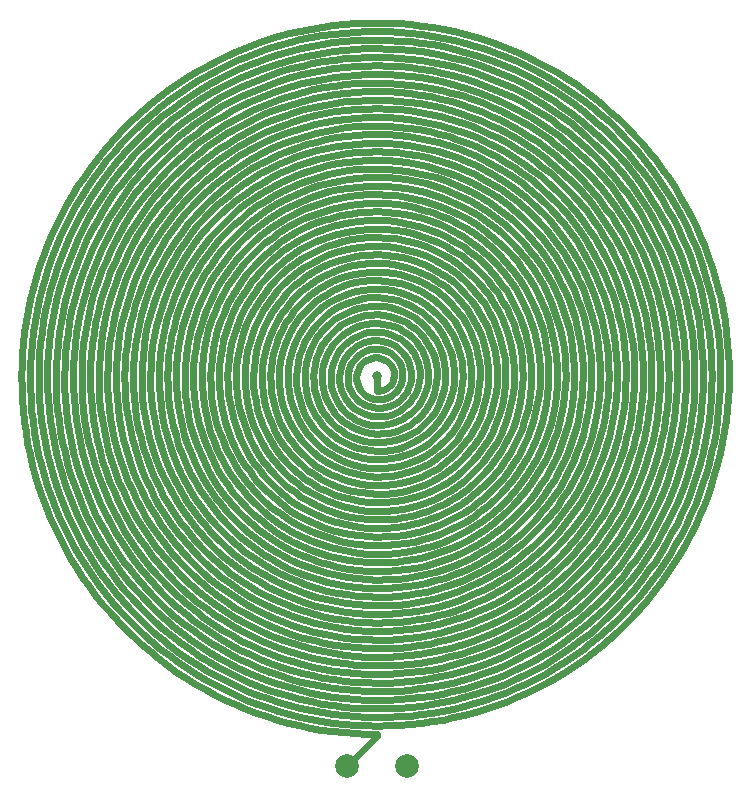
<source format=gbr>
%TF.GenerationSoftware,KiCad,Pcbnew,7.0.1*%
%TF.CreationDate,2024-05-10T16:10:15-05:00*%
%TF.ProjectId,flex_pcb_coil,666c6578-5f70-4636-925f-636f696c2e6b,rev?*%
%TF.SameCoordinates,Original*%
%TF.FileFunction,Copper,L2,Bot*%
%TF.FilePolarity,Positive*%
%FSLAX46Y46*%
G04 Gerber Fmt 4.6, Leading zero omitted, Abs format (unit mm)*
G04 Created by KiCad (PCBNEW 7.0.1) date 2024-05-10 16:10:15*
%MOMM*%
%LPD*%
G01*
G04 APERTURE LIST*
%TA.AperFunction,ViaPad*%
%ADD10C,2.000000*%
%TD*%
%TA.AperFunction,ViaPad*%
%ADD11C,0.800000*%
%TD*%
%TA.AperFunction,Conductor*%
%ADD12C,0.600000*%
%TD*%
G04 APERTURE END LIST*
D10*
%TO.N,*%
X124460000Y-134620000D03*
X129540000Y-134620000D03*
D11*
X127000000Y-101600000D03*
%TD*%
D12*
%TO.N,*%
X127000000Y-132080000D02*
X124460000Y-134620000D01*
X127000000Y-131907000D02*
X127000000Y-132080000D01*
X127000000Y-101600000D02*
X127000000Y-102827000D01*
X109682923Y-86809819D02*
X109112046Y-87498274D01*
X141278292Y-127572118D02*
X142088901Y-127113939D01*
X136692270Y-106379699D02*
X136991122Y-105738458D01*
X112157283Y-102404749D02*
X112216389Y-103207815D01*
X144825898Y-84413674D02*
X144189260Y-83771059D01*
X137923532Y-113091549D02*
X138495798Y-112527571D01*
X108699975Y-99047256D02*
X108596285Y-99894645D01*
X122423321Y-126377733D02*
X123330691Y-126532534D01*
X132229169Y-95477430D02*
X131738019Y-95078676D01*
X142863639Y-88791006D02*
X142309404Y-88126030D01*
X140483706Y-86279534D02*
X139824424Y-85717252D01*
X107045128Y-120236550D02*
X107690240Y-120909760D01*
X124649015Y-102573810D02*
X124783119Y-102879917D01*
X151402589Y-94434754D02*
X151135215Y-93567029D01*
X112883897Y-106356269D02*
X113156277Y-107115843D01*
X101840846Y-93425295D02*
X101566997Y-94307204D01*
X121655815Y-109915715D02*
X122258708Y-110283028D01*
X100109624Y-115301331D02*
X100550076Y-116140969D01*
X144468508Y-96629781D02*
X144225395Y-95826630D01*
X150206141Y-100710489D02*
X150159461Y-99821943D01*
X115824370Y-95734577D02*
X115484239Y-96417177D01*
X135119103Y-98413487D02*
X134866070Y-97811901D01*
X102537967Y-107049150D02*
X102749211Y-107939987D01*
X137328735Y-92369678D02*
X136799528Y-91800472D01*
X117072564Y-105128212D02*
X117329233Y-105800607D01*
X139113416Y-123784065D02*
X139899606Y-123341126D01*
X149322311Y-104242020D02*
X149413356Y-103363969D01*
X116276677Y-91442329D02*
X115737702Y-92033718D01*
X135012748Y-78112716D02*
X134150817Y-77831696D01*
X134758552Y-99737337D02*
X134597135Y-99131541D01*
X151135215Y-93567029D02*
X150836991Y-92709262D01*
X127000000Y-90558500D02*
X126277356Y-90574584D01*
X109449651Y-90793821D02*
X109002549Y-91546020D01*
X115621981Y-89046291D02*
X115015689Y-89615689D01*
X119770635Y-86314791D02*
X119026656Y-86682922D01*
X150005267Y-110398769D02*
X150315269Y-109554065D01*
X139821924Y-93273345D02*
X139373470Y-92610148D01*
X142925087Y-106430822D02*
X143148451Y-105644976D01*
X104482957Y-108725951D02*
X104768252Y-109584684D01*
X115015689Y-89615689D02*
X114437874Y-90214353D01*
X137445999Y-79908660D02*
X136629359Y-79529274D01*
X123898039Y-108671758D02*
X124489509Y-108912810D01*
X117192996Y-77923797D02*
X116352469Y-78285160D01*
X112788702Y-93712086D02*
X112402162Y-94439418D01*
X145525639Y-87478519D02*
X144974574Y-86776478D01*
X117225280Y-124003897D02*
X118068243Y-124357747D01*
X133416775Y-117628329D02*
X134174453Y-117309861D01*
X140488015Y-75746000D02*
X139654033Y-75323629D01*
X138241154Y-108090083D02*
X138605516Y-107428509D01*
X127433492Y-105724398D02*
X127864753Y-105668344D01*
X98857378Y-107197916D02*
X99051917Y-108116579D01*
X129584357Y-100243625D02*
X129413527Y-99934063D01*
X118326391Y-104275454D02*
X118542524Y-104919315D01*
X131630175Y-130833772D02*
X132546826Y-130677481D01*
X136457286Y-96139833D02*
X136086222Y-95528781D01*
X121460993Y-104358098D02*
X121730017Y-104863036D01*
X131960929Y-98528323D02*
X131664880Y-98077246D01*
X121110450Y-98199667D02*
X120827352Y-98721647D01*
X97996891Y-96911002D02*
X97857824Y-97842533D01*
X126069302Y-128251716D02*
X127000000Y-128272000D01*
X124790716Y-90018529D02*
X124066061Y-90173063D01*
X128630709Y-85563926D02*
X127816699Y-85496059D01*
X121851604Y-90160734D02*
X121167063Y-90486267D01*
X124495113Y-84178130D02*
X123667942Y-84311643D01*
X99854083Y-99743168D02*
X99802566Y-100670908D01*
X116793628Y-93035837D02*
X116307534Y-93639754D01*
X135305985Y-97064589D02*
X134968220Y-96479136D01*
X107335844Y-122595205D02*
X108030820Y-123230204D01*
X114951616Y-116708195D02*
X115638523Y-117237732D01*
X102065043Y-95235732D02*
X101849739Y-96128896D01*
X136862702Y-127207910D02*
X137714391Y-126867608D01*
X127000000Y-81107500D02*
X126130065Y-81121057D01*
X101333045Y-116055360D02*
X101806377Y-116872522D01*
X119540134Y-129440598D02*
X120454187Y-129673460D01*
X142968327Y-85631673D02*
X142332187Y-85013734D01*
X102992892Y-108822663D02*
X103268694Y-109695997D01*
X117833068Y-118635014D02*
X118604319Y-119033812D01*
X128896538Y-109909276D02*
X129514739Y-109752583D01*
X140783544Y-115383544D02*
X141375377Y-114772606D01*
X125411836Y-86997073D02*
X124622565Y-87098287D01*
X115772495Y-121648153D02*
X116566175Y-122077535D01*
X135125310Y-118472380D02*
X135876565Y-118095422D01*
X120590784Y-126711062D02*
X121490262Y-126927858D01*
X128501207Y-104717288D02*
X128847700Y-104540598D01*
X123203348Y-131653595D02*
X124148886Y-131761640D01*
X137191547Y-94565283D02*
X136753710Y-93958456D01*
X124259332Y-125924105D02*
X125170432Y-126013888D01*
X114509777Y-103888918D02*
X114663979Y-104640556D01*
X144459282Y-88480201D02*
X143920451Y-87784879D01*
X148464503Y-105088321D02*
X148592182Y-104221766D01*
X127000000Y-110097000D02*
X127635628Y-110081871D01*
X121464682Y-87180002D02*
X120715119Y-87483926D01*
X128573375Y-116569660D02*
X129355618Y-116472784D01*
X132495712Y-75153183D02*
X131590256Y-74977077D01*
X112639344Y-120439407D02*
X113368933Y-120979260D01*
X132002403Y-84018379D02*
X131186309Y-83800907D01*
X146222212Y-111688595D02*
X146617059Y-110908410D01*
X130751093Y-71907039D02*
X129816906Y-71800247D01*
X130323719Y-84354907D02*
X129500184Y-84210839D01*
X151136577Y-84063750D02*
X150576712Y-83312027D01*
X112301790Y-90500427D02*
X111800447Y-91188064D01*
X145105065Y-102437048D02*
X145129750Y-101600000D01*
X146478990Y-84061039D02*
X145857928Y-83389110D01*
X103726478Y-120853532D02*
X104340003Y-121577474D01*
X152350231Y-87323016D02*
X151882778Y-86515914D01*
X121142394Y-118524442D02*
X121952774Y-118789273D01*
X133425418Y-95638084D02*
X132967803Y-95168238D01*
X141367802Y-117817896D02*
X142012407Y-117229571D01*
X99184548Y-104398260D02*
X99289753Y-105326666D01*
X103560572Y-114062965D02*
X104006304Y-114875417D01*
X135478082Y-121498790D02*
X136274448Y-121145484D01*
X144040669Y-116154106D02*
X144602491Y-115476685D01*
X142684433Y-83374358D02*
X141994685Y-82797260D01*
X121792974Y-103179534D02*
X121962374Y-103686653D01*
X145451672Y-111585545D02*
X145852859Y-110816601D01*
X105381183Y-120559194D02*
X106010322Y-121258979D01*
X129663382Y-79097199D02*
X128778229Y-79005454D01*
X108305138Y-87349526D02*
X107769398Y-88073497D01*
X133067935Y-103808548D02*
X133247085Y-103273901D01*
X128617808Y-118025882D02*
X129422673Y-117932332D01*
X108735245Y-78696721D02*
X108008138Y-79291079D01*
X150808085Y-98917473D02*
X150695412Y-98028491D01*
X113469514Y-107859870D02*
X113822723Y-108586150D01*
X127000000Y-109370000D02*
X127610340Y-109355107D01*
X146558479Y-109231742D02*
X146861677Y-108418522D01*
X116097207Y-108190968D02*
X116509298Y-108841209D01*
X133418922Y-100468171D02*
X133305604Y-99910418D01*
X113624988Y-106280119D02*
X113902449Y-107025183D01*
X130338259Y-119995323D02*
X131161356Y-119832092D01*
X121667559Y-123234563D02*
X122542088Y-123436299D01*
X112955167Y-96867745D02*
X112713527Y-97633380D01*
X125991414Y-104034942D02*
X126313946Y-104160388D01*
X138665040Y-76462489D02*
X137820067Y-76083180D01*
X134534215Y-89078037D02*
X133848176Y-88682970D01*
X141422242Y-100031487D02*
X141322358Y-99251969D01*
X114476355Y-115337785D02*
X115120761Y-115905624D01*
X137707702Y-119569843D02*
X138443775Y-119116001D01*
X145207241Y-96575121D02*
X144968406Y-95761711D01*
X106225803Y-106860741D02*
X106456365Y-107716105D01*
X127864753Y-105668344D02*
X128289018Y-105567190D01*
X121385061Y-72165458D02*
X120462477Y-72352804D01*
X126311336Y-110789577D02*
X127000000Y-110824000D01*
X142063902Y-88959885D02*
X141501933Y-88311427D01*
X132967803Y-95168238D02*
X132475866Y-94733481D01*
X147769693Y-98134151D02*
X147613406Y-97277823D01*
X111802773Y-116797227D02*
X112440540Y-117415789D01*
X132910078Y-89832066D02*
X132218501Y-89502154D01*
X132490215Y-116424024D02*
X133236305Y-116132310D01*
X111248500Y-78654055D02*
X110488264Y-79190091D01*
X135876565Y-118095422D02*
X136610355Y-117685025D01*
X124507115Y-101928195D02*
X124556650Y-102254694D01*
X120628558Y-76045542D02*
X119739488Y-76279587D01*
X110903156Y-85503156D02*
X110280270Y-86144441D01*
X139577138Y-76096088D02*
X138737502Y-75694781D01*
X151795068Y-106993837D02*
X151975853Y-106106140D01*
X135564699Y-102890921D02*
X135645852Y-102247917D01*
X102587474Y-96161878D02*
X102400993Y-97056333D01*
X124093780Y-103125302D02*
X124287319Y-103472429D01*
X135447336Y-91532857D02*
X134851712Y-91053320D01*
X112868750Y-101600000D02*
X112884500Y-102392709D01*
X141695724Y-92155632D02*
X141234184Y-91463883D01*
X117147023Y-98098251D02*
X116923416Y-98776674D01*
X127679620Y-111535686D02*
X128357146Y-111473973D01*
X129682124Y-78367105D02*
X128790612Y-78277002D01*
X122757758Y-83013522D02*
X121926769Y-83217559D01*
X130616383Y-77027092D02*
X129716980Y-76907207D01*
X112830906Y-115769094D02*
X113459028Y-116377378D01*
X104166911Y-100702885D02*
X104144750Y-101600000D01*
X119265436Y-108823579D02*
X119771028Y-109340339D01*
X143554869Y-110508555D02*
X143942559Y-109759106D01*
X111657641Y-114473768D02*
X112230067Y-115134150D01*
X118858994Y-76544559D02*
X117988149Y-76840144D01*
X132330597Y-125529828D02*
X133202075Y-125323268D01*
X103915192Y-111409980D02*
X104285046Y-112248333D01*
X119697127Y-90496522D02*
X119059853Y-90934532D01*
X142194839Y-102396328D02*
X142221750Y-101600000D01*
X133852771Y-115049320D02*
X134550292Y-114677489D01*
X104896525Y-88485402D02*
X104438893Y-89280703D01*
X137400894Y-109343179D02*
X137839147Y-108729019D01*
X120669103Y-125227230D02*
X121556017Y-125451646D01*
X118045747Y-77592718D02*
X117192996Y-77923797D01*
X146572425Y-112561085D02*
X146991714Y-111786287D01*
X113694292Y-124646163D02*
X114504800Y-125100052D01*
X105627753Y-86072154D02*
X105095510Y-86825235D01*
X123399062Y-124335425D02*
X124293893Y-124463781D01*
X126085654Y-105606014D02*
X126538480Y-105696099D01*
X149211543Y-87720687D02*
X148716980Y-86951712D01*
X129371352Y-87135395D02*
X128585454Y-87021995D01*
X99782750Y-101600000D02*
X99794668Y-102529362D01*
X135218973Y-129292446D02*
X136103505Y-129018308D01*
X129715934Y-100569982D02*
X129584357Y-100243625D01*
X126318691Y-100108142D02*
X126104379Y-100206387D01*
X133980864Y-94125320D02*
X133459487Y-93660224D01*
X138250897Y-98711261D02*
X138054225Y-98008265D01*
X145660642Y-116481366D02*
X146207507Y-115775785D01*
X110247312Y-95801838D02*
X109985115Y-96603979D01*
X145041766Y-103271816D02*
X145105065Y-102437048D01*
X128138454Y-104853515D02*
X128501207Y-104717288D01*
X120156355Y-94756355D02*
X119679329Y-95256602D01*
X118593172Y-129925392D02*
X119504424Y-130183879D01*
X133143841Y-99363825D02*
X132934717Y-98832596D01*
X145438537Y-85078998D02*
X144825898Y-84413674D01*
X137323655Y-113625619D02*
X137923532Y-113091549D01*
X129436510Y-97041611D02*
X128982324Y-96814246D01*
X100509750Y-101600000D02*
X100521851Y-102524637D01*
X124160707Y-131032238D02*
X125105278Y-131111822D01*
X120214006Y-106530313D02*
X120614843Y-107053440D01*
X104018985Y-85824426D02*
X103501419Y-86599065D01*
X128862807Y-73179055D02*
X127932026Y-73129538D01*
X121842939Y-109164019D02*
X122418292Y-109535752D01*
X148501302Y-98105698D02*
X148347729Y-97241830D01*
X151587075Y-112279674D02*
X151941033Y-111435467D01*
X107021369Y-96397969D02*
X106813788Y-97249539D01*
X147518417Y-83042187D02*
X146889630Y-82364240D01*
X100553198Y-90645376D02*
X100205389Y-91515222D01*
X132807346Y-84273236D02*
X132002403Y-84018379D01*
X155307750Y-101600000D02*
X155296378Y-100673672D01*
X115674996Y-122426338D02*
X116479046Y-122848807D01*
X107862320Y-78466519D02*
X107142719Y-79076336D01*
X149413356Y-103363969D02*
X149469869Y-102482844D01*
X137518972Y-98781450D02*
X137319280Y-98097077D01*
X113405952Y-86154162D02*
X112759262Y-86741480D01*
X138737502Y-75694781D02*
X137885071Y-75321113D01*
X135764041Y-124514467D02*
X136596730Y-124182989D01*
X111015633Y-91048812D02*
X110553893Y-91773909D01*
X154215623Y-97009296D02*
X154050816Y-96101680D01*
X146583750Y-101600000D02*
X146570154Y-100745549D01*
X107357506Y-110215997D02*
X107726044Y-111022463D01*
X123112239Y-105487761D02*
X123504820Y-105858889D01*
X107969135Y-99022094D02*
X107867469Y-99878041D01*
X134376967Y-84892763D02*
X133599428Y-84564912D01*
X150576712Y-83312027D02*
X149993440Y-82578172D01*
X107550224Y-97288089D02*
X107375681Y-98139703D01*
X136787437Y-98857689D02*
X136584924Y-98193517D01*
X149101938Y-115410824D02*
X149573963Y-114633083D01*
X113543369Y-76424414D02*
X112724958Y-76874903D01*
X106769171Y-84624318D02*
X106185869Y-85338219D01*
X132606766Y-72208305D02*
X131681352Y-72043105D01*
X147177483Y-119193853D02*
X147769459Y-118497208D01*
X119542476Y-105399798D02*
X119855845Y-105977944D01*
X110446906Y-111490013D02*
X110902954Y-112225567D01*
X150218750Y-101600000D02*
X150206141Y-100710489D01*
X123667942Y-84311643D02*
X122847805Y-84484418D01*
X126115055Y-122432300D02*
X127000000Y-122456000D01*
X133519123Y-85316019D02*
X132738717Y-85019066D01*
X120902957Y-121508935D02*
X121752172Y-121754516D01*
X120592407Y-75306327D02*
X119697381Y-75536613D01*
X118158666Y-97562298D02*
X117885406Y-98200432D01*
X106507820Y-98975874D02*
X106410018Y-99847534D01*
X145176577Y-125033102D02*
X145905976Y-124453400D01*
X103655218Y-92671377D02*
X103340700Y-93528568D01*
X129279001Y-115013242D02*
X130028947Y-114870684D01*
X129581508Y-122310077D02*
X130435934Y-122190422D01*
X114804495Y-88809722D02*
X114205736Y-89400694D01*
X153268869Y-107058734D02*
X153443815Y-106159374D01*
X131103682Y-111507164D02*
X131746205Y-111224351D01*
X143662131Y-88631343D02*
X143115618Y-87950768D01*
X105168521Y-92801123D02*
X104843348Y-93642287D01*
X115359675Y-118822420D02*
X116098529Y-119305115D01*
X138019622Y-116767208D02*
X138692237Y-116261602D01*
X140221328Y-78085883D02*
X139412640Y-77644693D01*
X121015685Y-120017828D02*
X121846642Y-120272773D01*
X122652884Y-112094867D02*
X123346154Y-112363883D01*
X128464036Y-113657423D02*
X129190634Y-113553904D01*
X120097616Y-81494041D02*
X119270895Y-81792002D01*
X128128458Y-99645453D02*
X127869481Y-99500888D01*
X137732531Y-105849310D02*
X137985083Y-105169270D01*
X123478640Y-122136639D02*
X124352788Y-122272458D01*
X114905958Y-80652505D02*
X114128861Y-81115700D01*
X127000000Y-103554000D02*
X127257025Y-103552300D01*
X112241311Y-99994896D02*
X112169799Y-100795930D01*
X126172563Y-84757133D02*
X125346563Y-84812369D01*
X138712449Y-94240581D02*
X138286671Y-93591680D01*
X110397670Y-109866978D02*
X110792512Y-110627511D01*
X118433432Y-87856213D02*
X117744967Y-88302931D01*
X141442174Y-106292547D02*
X141673822Y-105531839D01*
X144969568Y-89196503D02*
X144459282Y-88480201D01*
X127861939Y-81858356D02*
X127000000Y-81834500D01*
X119238835Y-95790064D02*
X118837183Y-96354076D01*
X111606657Y-117626168D02*
X112261359Y-118236486D01*
X104952795Y-99820166D02*
X104894353Y-100709173D01*
X112900238Y-124164336D02*
X113694292Y-124646163D01*
X99125870Y-99734047D02*
X99075220Y-100666373D01*
X130425066Y-100401518D02*
X130281039Y-100019935D01*
X138599042Y-92782638D02*
X138109445Y-92163552D01*
X143920451Y-87784879D02*
X143353938Y-87111675D01*
X120223100Y-102794950D02*
X120343282Y-103383662D01*
X117974403Y-102276375D02*
X118041628Y-102950257D01*
X149293973Y-112050985D02*
X149664681Y-111231445D01*
X113873219Y-110124631D02*
X114332452Y-110803512D01*
X112974175Y-112630031D02*
X113510729Y-113288520D01*
X127477673Y-106449893D02*
X127952961Y-106390860D01*
X123803440Y-105150139D02*
X124184920Y-105474625D01*
X146415670Y-80870100D02*
X145729508Y-80243090D01*
X127365289Y-98591577D02*
X127000000Y-98555500D01*
X134174453Y-117309861D02*
X134916356Y-116955589D01*
X103501419Y-86599065D02*
X103009958Y-87390676D01*
X152379438Y-102506429D02*
X152399750Y-101600000D01*
X138698732Y-128027640D02*
X139541378Y-127642441D01*
X131664880Y-98077246D02*
X131327843Y-97654650D01*
X137586823Y-91571629D02*
X137032681Y-91008627D01*
X127922887Y-74584210D02*
X127000000Y-74564500D01*
X129713258Y-127414921D02*
X130613095Y-127308503D01*
X146560067Y-102454011D02*
X146583750Y-101600000D01*
X140700361Y-106216189D02*
X140936222Y-105469373D01*
X121410760Y-72900432D02*
X120492940Y-73090705D01*
X132416094Y-88006628D02*
X131674222Y-87727403D01*
X143036083Y-118262536D02*
X143665730Y-117639157D01*
X128064722Y-98792560D02*
X127721905Y-98671117D01*
X119840612Y-124222701D02*
X120711202Y-124484599D01*
X132570055Y-117167262D02*
X133329369Y-116880448D01*
X117729648Y-96796491D02*
X117416209Y-97437172D01*
X135317529Y-111512445D02*
X135884434Y-111016950D01*
X152266538Y-98883566D02*
X152157572Y-97982887D01*
X136549150Y-92590842D02*
X136013778Y-92045954D01*
X143424673Y-124520604D02*
X144168125Y-123973936D01*
X151064667Y-109609490D02*
X151339175Y-108746627D01*
X130952553Y-97264256D02*
X130542083Y-96909525D01*
X146584924Y-80034822D02*
X145886068Y-79415350D01*
X151972647Y-113188536D02*
X152349492Y-112349113D01*
X134411433Y-113917898D02*
X135070959Y-113503773D01*
X127000000Y-72383500D02*
X126063446Y-72394804D01*
X135227667Y-114269496D02*
X135883022Y-113826431D01*
X109687526Y-83643259D02*
X109040216Y-84284592D01*
X131584682Y-129369010D02*
X132491543Y-129207849D01*
X125598188Y-102814677D02*
X125774503Y-103014299D01*
X132475866Y-94733481D02*
X131952294Y-94336319D01*
X141778292Y-124749817D02*
X142545778Y-124246261D01*
X125099623Y-109104421D02*
X125724249Y-109245157D01*
X116843457Y-73389116D02*
X115961005Y-73718681D01*
X121437542Y-73635636D02*
X120524692Y-73828919D01*
X149914989Y-94531662D02*
X149638755Y-93678357D01*
X121302463Y-91236219D02*
X120659063Y-91608282D01*
X104676957Y-82596116D02*
X104076422Y-83319056D01*
X153055048Y-103421946D02*
X153106798Y-102511669D01*
X131738019Y-95078676D02*
X131216505Y-94719290D01*
X145902910Y-117331122D02*
X146468177Y-116632837D01*
X143290472Y-80117792D02*
X142549828Y-79570913D01*
X127000000Y-131180000D02*
X127929244Y-131169037D01*
X120883221Y-110265502D02*
X121484729Y-110669476D01*
X119128222Y-93728222D02*
X118624544Y-94254922D01*
X138049891Y-81868999D02*
X137268800Y-81446346D01*
X109558444Y-119690626D02*
X110227966Y-120318706D01*
X127000000Y-81834500D02*
X126137621Y-81848269D01*
X122886797Y-110606659D02*
X123536917Y-110884884D01*
X154319330Y-105274093D02*
X154430692Y-104359553D01*
X144794661Y-93302213D02*
X144420258Y-92531588D01*
X130099818Y-96593621D02*
X129629430Y-96319392D01*
X145653426Y-84233046D02*
X145024594Y-83575406D01*
X113986406Y-96209593D02*
X113698510Y-96945607D01*
X130619705Y-113216043D02*
X131316939Y-112982834D01*
X127300518Y-99317343D02*
X127000000Y-99282500D01*
X136182991Y-120384108D02*
X136953676Y-119992782D01*
X112796766Y-124956223D02*
X113600517Y-125430965D01*
X132795277Y-113139346D02*
X133459792Y-112788687D01*
X106338184Y-82912490D02*
X105722326Y-83610844D01*
X127000000Y-122456000D02*
X127862071Y-122442963D01*
X117569723Y-81726112D02*
X116774964Y-82117822D01*
X138694784Y-83106179D02*
X137942958Y-82646240D01*
X126116116Y-79666642D02*
X125233290Y-79715375D01*
X126155284Y-118794584D02*
X127000000Y-118821000D01*
X128364704Y-99821484D02*
X128128458Y-99645453D01*
X117988149Y-76840144D02*
X117128019Y-77165991D01*
X117346541Y-100212042D02*
X117263881Y-100903659D01*
X145796360Y-112452083D02*
X146222212Y-111688595D01*
X134597135Y-99131541D02*
X134388438Y-98539609D01*
X136405750Y-101600000D02*
X136390026Y-100928412D01*
X128834625Y-75363644D02*
X127918012Y-75311563D01*
X142221750Y-101600000D02*
X142206939Y-100803038D01*
X133724421Y-106962547D02*
X134113513Y-106449911D01*
X131327843Y-97654650D02*
X130952553Y-97264256D01*
X142747448Y-104012420D02*
X142855256Y-103212322D01*
X123504820Y-105858889D02*
X123932784Y-106190414D01*
X127000000Y-91285500D02*
X126295574Y-91301662D01*
X125332516Y-117997709D02*
X126164890Y-118066975D01*
X124982900Y-96730289D02*
X124509942Y-96941430D01*
X130497787Y-95136655D02*
X129955944Y-94861125D01*
X122367128Y-114328711D02*
X123113144Y-114583002D01*
X108893501Y-123016467D02*
X109616846Y-123612571D01*
X121628483Y-123973977D02*
X122510136Y-124172068D01*
X116219960Y-118521273D02*
X116965792Y-118979759D01*
X119411750Y-101600000D02*
X119428135Y-102227423D01*
X126217481Y-87665964D02*
X125436698Y-87725311D01*
X103610012Y-90918151D02*
X103239839Y-91758219D01*
X128691876Y-120938228D02*
X129534446Y-120851029D01*
X118623089Y-98312305D02*
X118392553Y-98944954D01*
X127894615Y-126078885D02*
X128788345Y-126034096D01*
X110998691Y-104888353D02*
X111180105Y-105696055D01*
X104768252Y-109584684D02*
X105086290Y-110432019D01*
X151241553Y-106077642D02*
X151393095Y-105189920D01*
X101396687Y-98847359D02*
X101310632Y-99762660D01*
X127764129Y-104947868D02*
X128138454Y-104853515D01*
X115983813Y-120087548D02*
X116754944Y-120531205D01*
X124783119Y-102879917D02*
X124957132Y-103167548D01*
X117943693Y-113513368D02*
X118598435Y-113991382D01*
X147921564Y-87073899D02*
X147393069Y-86333939D01*
X124958906Y-98351618D02*
X124599943Y-98590423D01*
X146109409Y-121358983D02*
X146761763Y-120712097D01*
X129248597Y-89329805D02*
X128504481Y-89209485D01*
X127438786Y-100105633D02*
X127224000Y-100042044D01*
X147793146Y-121737039D02*
X148430633Y-121062733D01*
X102145261Y-92553615D02*
X101840846Y-93425295D01*
X144209261Y-104074318D02*
X144312984Y-103253190D01*
X125836610Y-95002089D02*
X125263378Y-95118839D01*
X117891453Y-126625528D02*
X118769131Y-126932008D01*
X102305721Y-117674194D02*
X102830570Y-118459548D01*
X132651474Y-102656444D02*
X132735487Y-102131471D01*
X129534446Y-120851029D02*
X130372629Y-120727128D01*
X105662313Y-103368091D02*
X105748861Y-104248952D01*
X116717340Y-112455272D02*
X117316056Y-113000821D01*
X145643650Y-107478320D02*
X145887190Y-106660807D01*
X99843320Y-95128235D02*
X99638442Y-96038519D01*
X135771394Y-92828606D02*
X135230423Y-92309772D01*
X120659063Y-91608282D02*
X120039917Y-92020268D01*
X113425564Y-126995984D02*
X114262090Y-127429926D01*
X135023939Y-117714242D02*
X135762190Y-117331145D01*
X127000000Y-99282500D02*
X126695529Y-99287310D01*
X100328813Y-107142336D02*
X100529744Y-108050625D01*
X100559878Y-88867108D02*
X100161962Y-89719596D01*
X140618876Y-112310002D02*
X141117539Y-111653054D01*
X110607001Y-115484162D02*
X111191249Y-116152981D01*
X107118597Y-103339397D02*
X107208385Y-104205616D01*
X146626860Y-106710437D02*
X146830871Y-105873880D01*
X105139905Y-105152611D02*
X105296117Y-106030879D01*
X124522329Y-103795025D02*
X124795704Y-104088136D01*
X125185121Y-76803374D02*
X124280246Y-76881999D01*
X119496373Y-102852134D02*
X119616129Y-103469850D01*
X141790832Y-79049563D02*
X141014365Y-78554358D01*
X103327459Y-88289595D02*
X102883320Y-89103743D01*
X145462973Y-109945790D02*
X145805101Y-109156511D01*
X155798563Y-108994214D02*
X156020158Y-108086774D01*
X116106227Y-83317891D02*
X115357410Y-83779689D01*
X146991714Y-111786287D02*
X147380339Y-110995465D01*
X125140019Y-128198970D02*
X126069302Y-128251716D01*
X125904344Y-100335545D02*
X125723058Y-100493523D01*
X131538410Y-76445284D02*
X130638276Y-76295237D01*
X134450549Y-92593833D02*
X133874619Y-92137899D01*
X120926783Y-113692769D02*
X121637524Y-114031617D01*
X109641008Y-89205918D02*
X109139648Y-89931250D01*
X110117109Y-125802894D02*
X110899500Y-126334691D01*
X139091422Y-103815835D02*
X139210090Y-103082573D01*
X125218480Y-123099750D02*
X126108281Y-123159784D01*
X112464645Y-104799474D02*
X112653139Y-105583386D01*
X141283712Y-82246258D02*
X140552501Y-81722131D01*
X120492940Y-73090705D02*
X119581574Y-73310327D01*
X151674051Y-90882547D02*
X151297329Y-90044699D01*
X124022621Y-100470829D02*
X123894648Y-100834599D01*
X121480483Y-96518927D02*
X121072195Y-96986204D01*
X135761958Y-86423843D02*
X135032447Y-86019226D01*
X148347729Y-97241830D02*
X148159455Y-96384663D01*
X118810611Y-75797361D02*
X117933131Y-76088275D01*
X144349572Y-90917445D02*
X143884629Y-90187982D01*
X119275732Y-104799497D02*
X119542476Y-105399798D01*
X147366181Y-106757418D02*
X147566595Y-105912361D01*
X138517248Y-115469694D02*
X139149110Y-114926939D01*
X130852732Y-88226871D02*
X130098278Y-88025556D01*
X103478105Y-103405882D02*
X103560133Y-104306018D01*
X118720042Y-74304638D02*
X117830179Y-74586579D01*
X141366234Y-94553026D02*
X140995998Y-93831588D01*
X143002353Y-81742292D02*
X142285864Y-81180476D01*
X102806461Y-95274980D02*
X102587474Y-96161878D01*
X137453499Y-89423131D02*
X136826922Y-88904663D01*
X124685881Y-114227741D02*
X125451704Y-114351365D01*
X102749211Y-107939987D02*
X102992892Y-108822663D01*
X132369292Y-110899886D02*
X132970245Y-110535102D01*
X136086222Y-95528781D02*
X135675699Y-94942902D01*
X126052033Y-131161095D02*
X127000000Y-131180000D01*
X117407642Y-80202463D02*
X116593130Y-80581606D01*
X105436616Y-111266706D02*
X105818728Y-112087516D01*
X134403372Y-73367733D02*
X133495505Y-73141332D01*
X119535086Y-110112103D02*
X120103177Y-110588115D01*
X117086958Y-84430108D02*
X116344741Y-84874593D01*
X117273229Y-108666913D02*
X117730556Y-109268351D01*
X130568380Y-125846735D02*
X131452307Y-125704391D01*
X123231832Y-102918539D02*
X123391459Y-103337782D01*
X110235676Y-124994587D02*
X111007998Y-125533723D01*
X127754037Y-89134275D02*
X127000000Y-89104500D01*
X135836326Y-89976012D02*
X135197574Y-89509483D01*
X104006304Y-114875417D02*
X104480191Y-115671938D01*
X142422231Y-123448324D02*
X143161553Y-122912203D01*
X109339424Y-81985943D02*
X108662856Y-82611332D01*
X121556017Y-125451646D02*
X122450861Y-125642776D01*
X105818728Y-112087516D02*
X106232078Y-112893238D01*
X156541495Y-97868041D02*
X156413285Y-96941393D01*
X156750698Y-100665047D02*
X156710278Y-99730788D01*
X119471735Y-106732684D02*
X119869585Y-107286316D01*
X106612661Y-80548398D02*
X105945734Y-81210080D01*
X143197060Y-95115676D02*
X142875187Y-94350045D01*
X140031911Y-97039937D02*
X139761721Y-96313922D01*
X107022685Y-109395173D02*
X107357506Y-110215997D01*
X138436774Y-84678743D02*
X137710886Y-84204416D01*
X110072360Y-85308780D02*
X109457474Y-85966160D01*
X140425741Y-121291945D02*
X141155228Y-120779652D01*
X123476544Y-79919302D02*
X122605475Y-80074194D01*
X143675750Y-101600000D02*
X143661336Y-100781481D01*
X101566997Y-94307204D02*
X101324056Y-95198268D01*
X126182707Y-85484348D02*
X125366918Y-85540595D01*
X132587954Y-86512075D02*
X131818346Y-86242821D01*
X106685338Y-92944732D02*
X106348944Y-93768087D01*
X149929112Y-105141619D02*
X150052344Y-104261281D01*
X125414012Y-103666900D02*
X125689792Y-103869347D01*
X151537342Y-98900125D02*
X151426548Y-98005157D01*
X137022716Y-102977591D02*
X137101244Y-102290944D01*
X133546456Y-110131507D02*
X134095419Y-109690775D01*
X113008805Y-123370724D02*
X113792660Y-123859783D01*
X129691801Y-92432568D02*
X129032701Y-92255822D01*
X144154436Y-107349588D02*
X144406809Y-106552664D01*
X153112620Y-114175175D02*
X153505649Y-113333265D01*
X131201429Y-105430108D02*
X131545436Y-105032554D01*
X99595935Y-93287068D02*
X99334959Y-94187175D01*
X115354871Y-112085321D02*
X115915306Y-112684694D01*
X150435376Y-113030196D02*
X150823697Y-112206993D01*
X114352857Y-100834989D02*
X114322750Y-101600000D01*
X145264388Y-121156384D02*
X145924210Y-120524210D01*
X139216343Y-106046385D02*
X139460658Y-105330476D01*
X139951995Y-90970572D02*
X139419041Y-90344037D01*
X126224015Y-114428562D02*
X127000000Y-114459000D01*
X108217763Y-108436175D02*
X108529165Y-109250870D01*
X126295574Y-91301662D02*
X125593357Y-91365913D01*
X119270895Y-81792002D02*
X118457011Y-82123947D01*
X125810958Y-99540519D02*
X125543094Y-99701324D01*
X108731278Y-114209989D02*
X109250121Y-114938169D01*
X114887172Y-113712828D02*
X115492297Y-114296794D01*
X131139211Y-84537941D02*
X130323719Y-84354907D01*
X128271912Y-104023425D02*
X128562691Y-103863949D01*
X149478950Y-100716800D02*
X149431475Y-99834605D01*
X118677264Y-128429972D02*
X119577413Y-128696823D01*
X117657361Y-82489327D02*
X116873317Y-82887530D01*
X127000000Y-88377500D02*
X126230789Y-88393150D01*
X126122907Y-80393848D02*
X125246918Y-80443442D01*
X127816699Y-85496059D02*
X127000000Y-85469500D01*
X142150414Y-100007627D02*
X142052296Y-99215950D01*
X105598298Y-119694016D02*
X106211992Y-120401643D01*
X124181041Y-71778534D02*
X123245262Y-71878188D01*
X119554458Y-108051599D02*
X120027839Y-108572161D01*
X125780503Y-108516113D02*
X126387042Y-108606140D01*
X117786658Y-128133232D02*
X118677264Y-128429972D01*
X135260096Y-104147902D02*
X135435842Y-103525426D01*
X132462118Y-128472708D02*
X133357915Y-128278946D01*
X131500035Y-114460360D02*
X132216525Y-114193806D01*
X113790450Y-118571630D02*
X114500308Y-119106909D01*
X143907558Y-111361583D02*
X144321739Y-110617126D01*
X136605993Y-86085788D02*
X135881845Y-85654034D01*
X97625096Y-95033931D02*
X97429775Y-95959178D01*
X138873231Y-74162583D02*
X138006880Y-73799795D01*
X146401192Y-104154215D02*
X146499169Y-103305956D01*
X104589797Y-87596551D02*
X104111237Y-88385167D01*
X112915152Y-83733456D02*
X112221623Y-84296744D01*
X127000000Y-108643000D02*
X127582396Y-108628478D01*
X147131069Y-107593279D02*
X147366181Y-106757418D01*
X121898121Y-119531245D02*
X122730468Y-119752938D01*
X129029414Y-111366076D02*
X129693276Y-111212426D01*
X121742584Y-113281498D02*
X122455009Y-113584157D01*
X116630670Y-116161687D02*
X117332310Y-116643219D01*
X152124863Y-105212410D02*
X152241896Y-104313785D01*
X137587263Y-118794807D02*
X138310242Y-118334048D01*
X146231608Y-89814855D02*
X145757877Y-89066388D01*
X139727654Y-74552358D02*
X138873231Y-74162583D01*
X135435842Y-103525426D02*
X135564699Y-102890921D01*
X142364405Y-107964145D02*
X142663520Y-107204497D01*
X136238973Y-91261585D02*
X135648806Y-90754741D01*
X127794230Y-86951282D02*
X127000000Y-86923500D01*
X104376897Y-90994725D02*
X104000774Y-91826389D01*
X136799528Y-91800472D02*
X136238973Y-91261585D01*
X140447877Y-98530610D02*
X140260856Y-97779613D01*
X154430692Y-104359553D02*
X154511442Y-103441674D01*
X106878553Y-117814887D02*
X107467000Y-118525441D01*
X131385203Y-80119855D02*
X130517476Y-79956101D01*
X134103126Y-112399778D02*
X134723080Y-111973896D01*
X150782284Y-104279620D02*
X150870162Y-103388821D01*
X151283118Y-97114681D02*
X151107230Y-96229886D01*
X124536341Y-117154931D02*
X125353166Y-117268576D01*
X155611437Y-93287609D02*
X155339677Y-92391881D01*
X115129556Y-103099586D02*
X115239998Y-103843340D01*
X122881606Y-98220121D02*
X122560706Y-98633758D01*
X107375681Y-98139703D02*
X107238418Y-98998338D01*
X122447366Y-104641973D02*
X122758673Y-105080767D01*
X114214901Y-109292539D02*
X114644929Y-109976946D01*
X125119376Y-71708331D02*
X124181041Y-71778534D01*
X129784750Y-131059580D02*
X130709179Y-130961178D01*
X136040406Y-76162734D02*
X135167875Y-75865148D01*
X113595750Y-101600000D02*
X113611708Y-102379779D01*
X130542083Y-96909525D02*
X130099818Y-96593621D01*
X142741340Y-114310245D02*
X143270544Y-113633632D01*
X108668209Y-104157176D02*
X108800614Y-105002055D01*
X121055972Y-107544028D02*
X121534757Y-107998978D01*
X110711854Y-84675554D02*
X110072360Y-85308780D01*
X106471731Y-88701234D02*
X106000039Y-89475667D01*
X147124533Y-87202131D02*
X146588613Y-86474165D01*
X154520394Y-110737400D02*
X154802679Y-109851689D01*
X123238860Y-106580555D02*
X123708824Y-106915433D01*
X129515059Y-106650919D02*
X129975998Y-106406403D01*
X112135491Y-78937233D02*
X111368146Y-79454708D01*
X136522069Y-123424815D02*
X137333344Y-123057410D01*
X99787905Y-88794960D02*
X99395781Y-89654588D01*
X142010397Y-77461317D02*
X141214458Y-76979836D01*
X103560133Y-104306018D02*
X103676600Y-105202520D01*
X150661180Y-105166349D02*
X150782284Y-104279620D01*
X112710826Y-113465579D02*
X113270116Y-114116443D01*
X125331245Y-101110009D02*
X125262143Y-101350134D01*
X155911660Y-98810927D02*
X155811090Y-97885221D01*
X111180105Y-105696055D02*
X111402278Y-106493817D01*
X127000000Y-92012500D02*
X126315446Y-92028688D01*
X134668310Y-121819672D02*
X135478082Y-121498790D01*
X136052978Y-128269212D02*
X136922056Y-127962272D01*
X132399307Y-127001743D02*
X133283503Y-126801755D01*
X145947391Y-92337185D02*
X145552626Y-91559821D01*
X144893390Y-123403158D02*
X145599685Y-122808876D01*
X127354996Y-102809005D02*
X127530306Y-102761207D01*
X115300660Y-115101758D02*
X115952946Y-115647471D01*
X119146792Y-115202156D02*
X119866686Y-115599918D01*
X130580079Y-101196622D02*
X130525061Y-100795428D01*
X129622921Y-80557692D02*
X128751502Y-80462508D01*
X127637434Y-93500632D02*
X127000000Y-93466500D01*
X122514247Y-103057510D02*
X122680102Y-103523342D01*
X134204547Y-127313366D02*
X135079425Y-127056171D01*
X123279397Y-73339215D02*
X122356105Y-73472345D01*
X106348944Y-93768087D02*
X106045912Y-94604497D01*
X108506750Y-101600000D02*
X108521143Y-102454329D01*
X138623280Y-90551249D02*
X138052791Y-89972471D01*
X140109575Y-107665135D02*
X140424530Y-106948822D01*
X121607905Y-92733077D02*
X121010818Y-93115261D01*
X127000000Y-85469500D02*
X126182707Y-85484348D01*
X121730017Y-104863036D02*
X122045041Y-105341812D01*
X127000000Y-117367000D02*
X127798882Y-117352619D01*
X104009870Y-90091962D02*
X103610012Y-90918151D01*
X99134624Y-92348058D02*
X98848846Y-93244885D01*
X107726044Y-111022463D02*
X108127685Y-111813186D01*
X109355833Y-92415028D02*
X108967408Y-93191264D01*
X111368146Y-79454708D02*
X110618807Y-79998159D01*
X100197970Y-96978863D02*
X100051910Y-97896070D01*
X108875896Y-110051408D02*
X109257313Y-110836258D01*
X113343852Y-127776279D02*
X114188250Y-128203873D01*
X111998480Y-111240891D02*
X112469718Y-111946967D01*
X117448154Y-110062198D02*
X117971572Y-110628428D01*
X123046638Y-115322423D02*
X123820835Y-115528830D01*
X114221398Y-107753851D02*
X114580869Y-108463811D01*
X147227791Y-103321639D02*
X147287542Y-102461804D01*
X151660513Y-100698747D02*
X151615361Y-99798388D01*
X118923999Y-124679886D02*
X119791355Y-124969853D01*
X142990309Y-96749393D02*
X142738387Y-95968715D01*
X132030768Y-101104513D02*
X131969118Y-100611581D01*
X140668281Y-103140045D02*
X140739610Y-102371600D01*
X109233750Y-101600000D02*
X109248372Y-102445614D01*
X145770494Y-103289375D02*
X145832575Y-102445772D01*
X134365785Y-74110516D02*
X133463270Y-73880545D01*
X146709686Y-92247638D02*
X146321246Y-91459428D01*
X130345618Y-111013668D02*
X130983379Y-110770657D01*
X147310750Y-101600000D02*
X147297357Y-100737779D01*
X144168125Y-123973936D02*
X144893390Y-123403158D01*
X128236355Y-102164625D02*
X128319979Y-101987581D01*
X110794162Y-109000958D02*
X111159774Y-109766204D01*
X123792394Y-86509400D02*
X123005441Y-86692102D01*
X116396284Y-123618843D02*
X117225280Y-124003897D01*
X124397697Y-120810970D02*
X125261749Y-120913549D01*
X111191249Y-116152981D02*
X111802773Y-116797227D01*
X117088667Y-125528076D02*
X117947587Y-125870458D01*
X116965315Y-95231795D02*
X116578882Y-95870942D01*
X150984340Y-116514421D02*
X151462764Y-115723583D01*
X127610340Y-109355107D02*
X128218339Y-109292290D01*
X102038971Y-99773088D02*
X101984677Y-100685780D01*
X113064858Y-108700309D02*
X113450311Y-109422917D01*
X114685227Y-91028114D02*
X114160940Y-91661828D01*
X128799621Y-126761988D02*
X129697006Y-126685830D01*
X126245118Y-89120320D02*
X125492149Y-89181727D01*
X145599685Y-122808876D02*
X146286250Y-122191720D01*
X135118541Y-76613701D02*
X134242699Y-76341706D01*
X139822744Y-103860996D02*
X139939201Y-103112376D01*
X121979143Y-111781290D02*
X122652884Y-112094867D01*
X119117034Y-111661863D02*
X119734965Y-112125220D01*
X116914015Y-88000623D02*
X116255271Y-88507510D01*
X129333366Y-87866790D02*
X128560395Y-87751112D01*
X126290693Y-111517406D02*
X127000000Y-111551000D01*
X142206939Y-100803038D02*
X142150414Y-100007627D01*
X132126890Y-121845631D02*
X132960525Y-121621052D01*
X113389850Y-105521017D02*
X113624988Y-106280119D01*
X152021896Y-91732644D02*
X151674051Y-90882547D01*
X109040216Y-84284592D02*
X108416657Y-84949251D01*
X108290738Y-118363572D02*
X108912417Y-119038622D01*
X134227927Y-96672083D02*
X133846219Y-96140322D01*
X141420003Y-81444529D02*
X140676596Y-80927803D01*
X142202646Y-118046130D02*
X142839811Y-117439811D01*
X133108750Y-96382635D02*
X132686995Y-95913005D01*
X129608011Y-110482070D02*
X130237893Y-110281127D01*
X131208011Y-91440963D02*
X130537003Y-91180326D01*
X113919710Y-84794443D02*
X113233303Y-85345692D01*
X127000000Y-106462000D02*
X127477673Y-106449893D01*
X129771510Y-111943415D02*
X130444502Y-111747175D01*
X117991665Y-100924919D02*
X117957750Y-101600000D01*
X115231322Y-92653683D02*
X114759051Y-93300430D01*
X135947605Y-106236275D02*
X136250385Y-105618009D01*
X135030857Y-90281566D02*
X134387047Y-89843582D01*
X139761721Y-96313922D02*
X139451100Y-95603866D01*
X127845442Y-83313379D02*
X127000000Y-83288500D01*
X99695812Y-114448376D02*
X100109624Y-115301331D01*
X144377537Y-102427794D02*
X144402750Y-101600000D01*
X119928887Y-79256237D02*
X119076750Y-79539304D01*
X149343583Y-89399481D02*
X148897433Y-88607652D01*
X140771631Y-96959797D02*
X140506040Y-96218702D01*
X146889630Y-82364240D02*
X146238448Y-81707591D01*
X116043822Y-90643822D02*
X115480933Y-91228186D01*
X113629973Y-77202810D02*
X112820237Y-77659866D01*
X112724958Y-76874903D02*
X111921619Y-77351991D01*
X142554589Y-119674761D02*
X143222492Y-119083689D01*
X116612232Y-86435727D02*
X115919756Y-86927385D01*
X138170206Y-109525684D02*
X138602526Y-108890350D01*
X148337389Y-117780653D02*
X148880603Y-117045016D01*
X135138311Y-85256069D02*
X134376967Y-84892763D01*
X142517134Y-93600361D02*
X142123690Y-92868333D01*
X96885982Y-102546371D02*
X96926940Y-103492037D01*
X125246918Y-80443442D02*
X124373529Y-80529215D01*
X132522419Y-111645244D02*
X133146164Y-111284804D01*
X97793024Y-109099077D02*
X98039497Y-110013804D01*
X134546541Y-83381038D02*
X133746385Y-83064459D01*
X129093724Y-91524448D02*
X128402339Y-91397227D01*
X127661499Y-92772906D02*
X127000000Y-92739500D01*
X147297357Y-100737779D02*
X147247369Y-99876695D01*
X139300251Y-119419991D02*
X140010614Y-118913983D01*
X149037295Y-105983491D02*
X149196888Y-105115642D01*
X123706833Y-85044130D02*
X122897061Y-85220151D01*
X133096463Y-92475998D02*
X132490458Y-92090247D01*
X149582093Y-106884413D02*
X149772281Y-106016424D01*
X136644172Y-89690439D02*
X136011218Y-89197122D01*
X115282845Y-99364833D02*
X115158407Y-100104059D01*
X148619939Y-98974864D02*
X148501302Y-98105698D01*
X125366918Y-85540595D02*
X124554731Y-85638126D01*
X135070959Y-113503773D02*
X135707372Y-113054352D01*
X103224139Y-114968499D02*
X103691039Y-115774493D01*
X115857153Y-94271234D02*
X115444046Y-94928167D01*
X151204557Y-113111181D02*
X151587075Y-112279674D01*
X129474078Y-104074078D02*
X129745680Y-103789607D01*
X137519682Y-93768387D02*
X137051673Y-93165645D01*
X116658015Y-121305007D02*
X117457845Y-121709666D01*
X108755027Y-95671849D02*
X108502427Y-96494994D01*
X122319750Y-101600000D02*
X122333339Y-102090486D01*
X109303232Y-103289836D02*
X109398230Y-104130752D01*
X156413285Y-96941393D02*
X156256011Y-96019117D01*
X121183383Y-112180387D02*
X121856114Y-112531315D01*
X150871298Y-84948416D02*
X150328296Y-84189640D01*
X129355618Y-116472784D02*
X130132030Y-116335044D01*
X107566934Y-89691402D02*
X107110423Y-90461302D01*
X127762137Y-115171108D02*
X128522603Y-115113475D01*
X149242071Y-113745090D02*
X149665079Y-112945329D01*
X114454415Y-76773126D02*
X113629973Y-77202810D01*
X124276188Y-125193996D02*
X125181562Y-125285432D01*
X98534521Y-109064528D02*
X98784840Y-109974111D01*
X98848846Y-93244885D02*
X98591927Y-94150526D01*
X129697006Y-126685830D02*
X130591247Y-126577672D01*
X133463270Y-73880545D02*
X132553594Y-73680200D01*
X128844429Y-74635410D02*
X127922887Y-74584210D01*
X151558243Y-118289765D02*
X152073432Y-117512084D01*
X99709012Y-112648896D02*
X100073777Y-113519440D01*
X114338901Y-102365855D02*
X114401303Y-103129759D01*
X111642910Y-94336637D02*
X111299764Y-95096750D01*
X131284879Y-122035524D02*
X132126890Y-121845631D01*
X146999232Y-105029213D02*
X147131625Y-104177955D01*
X129190634Y-113553904D02*
X129910069Y-113406615D01*
X109243567Y-96547859D02*
X109023985Y-97372080D01*
X156512644Y-105328314D02*
X156618810Y-104399802D01*
X144723813Y-87627673D02*
X144165053Y-86939660D01*
X147633421Y-87949058D02*
X147124533Y-87202131D01*
X133379147Y-102724816D02*
X133462965Y-102165436D01*
X124322915Y-96223689D02*
X123832643Y-96484544D01*
X133877536Y-81566421D02*
X133045139Y-81294736D01*
X123154783Y-104393714D02*
X123458865Y-104788452D01*
X129602595Y-98997405D02*
X129302926Y-98712222D01*
X115185782Y-97119458D02*
X114930134Y-97838878D01*
X132117912Y-104148417D02*
X132341187Y-103669187D01*
X113459028Y-116377378D02*
X114113251Y-116957829D01*
X149678896Y-88506333D02*
X149211543Y-87720687D01*
X114437874Y-90214353D02*
X113889948Y-90840858D01*
X122912405Y-95343469D02*
X122403830Y-95694841D01*
X99334959Y-94187175D02*
X99103542Y-95095458D01*
X109576441Y-98241884D02*
X109430939Y-99073950D01*
X108800614Y-105002055D02*
X108971949Y-105840159D01*
X111800447Y-91188064D02*
X111331261Y-91898327D01*
X132218501Y-89502154D02*
X131508548Y-89212867D01*
X140314275Y-77304545D02*
X139496752Y-76869765D01*
X150192190Y-116405342D02*
X150677286Y-115624078D01*
X132572295Y-109043714D02*
X133094536Y-108633469D01*
X133746423Y-110885654D02*
X134320795Y-110449321D01*
X121708732Y-122494747D02*
X122575745Y-122700240D01*
X106790623Y-81390623D02*
X106137448Y-82060087D01*
X139292790Y-112741536D02*
X139829063Y-112128540D01*
X134851712Y-91053320D02*
X134228892Y-90609003D01*
X144556042Y-113069935D02*
X145019148Y-112337082D01*
X142663520Y-107204497D02*
X142925087Y-106430822D01*
X145135005Y-94088235D02*
X144794661Y-93302213D01*
X96926940Y-103492037D02*
X96997590Y-104436063D01*
X118159145Y-103617868D02*
X118326391Y-104275454D01*
X121353803Y-106797690D02*
X121795831Y-107253235D01*
X125436698Y-87725311D02*
X124660110Y-87828394D01*
X122463825Y-89136961D02*
X121744172Y-89415621D01*
X131609823Y-107944878D02*
X132099328Y-107570546D01*
X120802044Y-122997825D02*
X121667559Y-123234563D01*
X132525279Y-74416550D02*
X131614503Y-74243290D01*
X120949179Y-102731094D02*
X121069072Y-103287495D01*
X135509972Y-93608604D02*
X134996373Y-93084728D01*
X129318705Y-105937992D02*
X129739048Y-105699275D01*
X142672713Y-78768828D02*
X141903138Y-78254615D01*
X136922056Y-127962272D02*
X137780742Y-127627015D01*
X118068489Y-105678884D02*
X118374979Y-106309618D01*
X123253233Y-129459715D02*
X124185870Y-129573203D01*
X141467234Y-102384391D02*
X141494750Y-101600000D01*
X127000000Y-126818000D02*
X127900237Y-126806060D01*
X130444502Y-111747175D02*
X131103682Y-111507164D01*
X143478406Y-104044341D02*
X143584147Y-103233396D01*
X152692861Y-115003949D02*
X153112620Y-114175175D01*
X132984366Y-106711132D02*
X133374285Y-106231189D01*
X108320272Y-80946788D02*
X107637889Y-81579724D01*
X101230407Y-112527251D02*
X101606424Y-113383867D01*
X134464239Y-84136545D02*
X133675052Y-83814386D01*
X131316750Y-101600000D02*
X131305153Y-101147510D01*
X139100988Y-94912021D02*
X138712449Y-94240581D01*
X107250877Y-119382190D02*
X107880592Y-120063398D01*
X135866126Y-108934698D02*
X136315062Y-108367789D01*
X114560668Y-112278816D02*
X115113258Y-112899191D01*
X123707649Y-99531279D02*
X123485031Y-99907280D01*
X109116615Y-118193356D02*
X109746506Y-118853494D01*
X134800380Y-123318591D02*
X135628195Y-123007989D01*
X126486698Y-96388358D02*
X125976123Y-96452624D01*
X144243107Y-120120404D02*
X144896077Y-119496077D01*
X118514453Y-119797313D02*
X119314353Y-120154792D01*
X108242279Y-113461664D02*
X108731278Y-114209989D01*
X130221294Y-93392276D02*
X129601474Y-93166228D01*
X122539458Y-93874115D02*
X121969699Y-94221904D01*
X124206427Y-73236380D02*
X123279397Y-73339215D01*
X121551429Y-87925118D02*
X120816445Y-88234465D01*
X117518810Y-112209456D02*
X118124556Y-112729455D01*
X123539348Y-120669764D02*
X124397697Y-120810970D01*
X131637727Y-73509704D02*
X130716649Y-73369248D01*
X137437958Y-106511730D02*
X137732531Y-105849310D01*
X146838410Y-85613198D02*
X146258285Y-84912601D01*
X144157875Y-79872704D02*
X143424570Y-79308394D01*
X117376261Y-122475504D02*
X118201510Y-122841434D01*
X154741542Y-107118136D02*
X154910973Y-106208120D01*
X138768315Y-111129793D02*
X139255839Y-110504388D01*
X98382581Y-103475685D02*
X98455505Y-104411387D01*
X131969118Y-100611581D02*
X131859179Y-100125984D01*
X136953676Y-119992782D02*
X137707702Y-119569843D01*
X124418108Y-81988580D02*
X123564250Y-82114895D01*
X129149658Y-90792942D02*
X128439228Y-90667978D01*
X132558478Y-107158478D02*
X132984366Y-106711132D01*
X131883582Y-85500989D02*
X131089138Y-85275246D01*
X127932026Y-73129538D02*
X127000000Y-73110500D01*
X107543769Y-94725676D02*
X107264848Y-95556178D01*
X134463551Y-105909083D02*
X134772498Y-105343038D01*
X135486469Y-99663019D02*
X135326259Y-99031689D01*
X111509307Y-90345352D02*
X111015633Y-91048812D01*
X128395736Y-112201664D02*
X129087607Y-112095107D01*
X116125557Y-114850547D02*
X116785446Y-115372731D01*
X119076750Y-79539304D02*
X118235923Y-79854863D01*
X104316709Y-98915256D02*
X104224265Y-99807511D01*
X151513161Y-110522061D02*
X151813445Y-109662377D01*
X102750093Y-103417279D02*
X102830701Y-104323226D01*
X129823608Y-104735935D02*
X130144939Y-104431716D01*
X116854826Y-108038323D02*
X117273229Y-108666913D01*
X122397049Y-127112440D02*
X123309993Y-127264563D01*
X99067490Y-102533886D02*
X99110436Y-103466987D01*
X135678750Y-101600000D02*
X135663113Y-100950789D01*
X115069648Y-95608352D02*
X114735268Y-96309511D01*
X125103745Y-104347199D02*
X125442212Y-104568117D01*
X139824424Y-85717252D02*
X139141706Y-85183329D01*
X119791355Y-124969853D02*
X120669103Y-125227230D01*
X112427510Y-128107261D02*
X113265664Y-128555153D01*
X132581304Y-100011982D02*
X132420941Y-99499916D01*
X124185870Y-129573203D02*
X125121907Y-129655474D01*
X106137448Y-82060087D02*
X105506443Y-82750656D01*
X131952294Y-94336319D02*
X131399958Y-93979049D01*
X141117539Y-111653054D02*
X141584526Y-110972906D01*
X129910069Y-113406615D02*
X130619705Y-113216043D01*
X137951628Y-94397001D02*
X137519682Y-93768387D01*
X114628152Y-84272149D02*
X113919710Y-84794443D01*
X128240715Y-100802641D02*
X128127097Y-100623365D01*
X118909633Y-77292336D02*
X118045747Y-77592718D01*
X119829699Y-77766936D02*
X118962686Y-78040709D01*
X122510395Y-77871868D02*
X121625349Y-78052113D01*
X109243503Y-85124378D02*
X108636597Y-85797013D01*
X140767750Y-101600000D02*
X140752572Y-100827672D01*
X143606756Y-99964377D02*
X143512115Y-99150659D01*
X137173058Y-82216857D02*
X136386325Y-81818738D01*
X144388540Y-100771682D02*
X144334914Y-99944716D01*
X132202035Y-81057630D02*
X131349659Y-80855523D01*
X125741489Y-98003383D02*
X125341077Y-98155210D01*
X126631341Y-98563819D02*
X126264712Y-98616819D01*
X137120478Y-112839929D02*
X137699144Y-112299144D01*
X110899156Y-81620071D02*
X110193580Y-82204357D01*
X133247085Y-103273901D02*
X133379147Y-102724816D01*
X132255122Y-124056919D02*
X133112601Y-123843429D01*
X112588348Y-89008919D02*
X112033903Y-89664936D01*
X101269191Y-108015411D02*
X101504878Y-108910609D01*
X107123678Y-116947997D02*
X107694229Y-117666385D01*
X125593357Y-91365913D02*
X124896630Y-91478026D01*
X141511315Y-96884988D02*
X141250319Y-96129815D01*
X113368933Y-120979260D02*
X114118805Y-121490867D01*
X152739669Y-113262492D02*
X153110972Y-112415519D01*
X145340208Y-113197645D02*
X145796360Y-112452083D01*
X113889948Y-90840858D02*
X113373252Y-91493715D01*
X113611708Y-102379779D02*
X113673013Y-103157701D01*
X152561618Y-109712893D02*
X152827504Y-108836527D01*
X105218756Y-89375773D02*
X104783075Y-90177491D01*
X139381643Y-126102443D02*
X140195336Y-125678419D01*
X151107230Y-96229886D02*
X150899109Y-95351954D01*
X105575111Y-114675421D02*
X106063421Y-115451510D01*
X135697774Y-123761566D02*
X136522069Y-123424815D01*
X115181950Y-127067238D02*
X116038027Y-127451477D01*
X109177640Y-81160454D02*
X108487504Y-81777957D01*
X131818346Y-86242821D02*
X131035803Y-86012811D01*
X135863696Y-78424975D02*
X135012748Y-78112716D01*
X147088878Y-91364205D02*
X146675499Y-90581191D01*
X131859179Y-100125984D02*
X131701796Y-99652452D01*
X148703464Y-99847915D02*
X148619939Y-98974864D01*
X120914462Y-95041350D02*
X120435006Y-95508575D01*
X101697625Y-89858455D02*
X101315851Y-90708980D01*
X132405052Y-115680641D02*
X133137032Y-115384000D01*
X109248372Y-102445614D02*
X109303232Y-103289836D01*
X153117091Y-95235439D02*
X152888377Y-94346417D01*
X152563999Y-116718507D02*
X153029454Y-115909814D01*
X124841478Y-90748377D02*
X124134409Y-90905470D01*
X128902080Y-100501833D02*
X128754484Y-100253737D01*
X154866684Y-93329314D02*
X154590799Y-92439224D01*
X128431248Y-112929494D02*
X129141171Y-112824410D01*
X116439571Y-89298573D02*
X115826029Y-89844989D01*
X141263050Y-89138749D02*
X140693369Y-88507798D01*
X122560706Y-98633758D02*
X122281322Y-99077814D01*
X142793679Y-91174684D02*
X142314247Y-90473548D01*
X124604966Y-108180302D02*
X125184978Y-108373756D01*
X120027839Y-108572161D02*
X120537581Y-109058029D01*
X115699690Y-80218769D02*
X114905958Y-80652505D01*
X137844055Y-100889243D02*
X137781860Y-100180541D01*
X126056080Y-130433767D02*
X127000000Y-130453000D01*
X120514581Y-103960500D02*
X120735840Y-104521026D01*
X126313946Y-104160388D02*
X126652036Y-104243047D01*
X102945148Y-105225686D02*
X103093286Y-106123394D01*
X108416657Y-84949251D02*
X107817687Y-85636357D01*
X130263265Y-118531426D02*
X131066497Y-118362329D01*
X139523288Y-116524674D02*
X140165785Y-115967933D01*
X149681330Y-117169852D02*
X150192190Y-116405342D01*
X113510729Y-113288520D02*
X114078184Y-113920927D01*
X122048321Y-108415402D02*
X122593567Y-108790645D01*
X136386325Y-81818738D02*
X135584029Y-81452545D01*
X110731093Y-87820939D02*
X110171797Y-88502084D01*
X116746499Y-99469298D02*
X116617170Y-100172913D01*
X142014754Y-121044759D02*
X142717603Y-120486666D01*
X122640525Y-80808712D02*
X121783876Y-81001992D01*
X99448961Y-91460963D02*
X99134624Y-92348058D01*
X129033717Y-102144933D02*
X129102462Y-101876794D01*
X132491543Y-129207849D02*
X133392766Y-129017077D01*
X118800988Y-117503865D02*
X119564723Y-117880986D01*
X147037964Y-98164146D02*
X146878890Y-97315772D01*
X131748711Y-86984972D02*
X130978879Y-86750621D01*
X145087746Y-110719649D02*
X145462973Y-109945790D01*
X114126626Y-105454035D02*
X114366172Y-106198337D01*
X127000000Y-78199500D02*
X126103527Y-78212242D01*
X133283503Y-126801755D02*
X134160317Y-126570994D01*
X145019148Y-112337082D02*
X145451672Y-111585545D01*
X132039445Y-97371404D02*
X131658861Y-96941139D01*
X121167063Y-90486267D02*
X120503058Y-90852745D01*
X111496299Y-122310520D02*
X112243028Y-122854081D01*
X126695529Y-99287310D02*
X126392347Y-99332207D01*
X136337361Y-97544212D02*
X136045833Y-96912827D01*
X119392897Y-119397703D02*
X120197223Y-119725935D01*
X114078184Y-113920927D02*
X114675273Y-114525802D01*
X131399958Y-93979049D02*
X130821896Y-93663751D01*
X131281052Y-102049957D02*
X131316750Y-101600000D01*
X131356897Y-123503602D02*
X132214530Y-123320082D01*
X108116273Y-110135983D02*
X108491179Y-110931951D01*
X120065128Y-121227599D02*
X120902957Y-121508935D01*
X115533338Y-93463969D02*
X115089690Y-94116256D01*
X133426174Y-129754908D02*
X134326223Y-129538062D01*
X123352386Y-125800340D02*
X124259332Y-125924105D01*
X123438655Y-91108616D02*
X122757213Y-91357005D01*
X143352000Y-83976735D02*
X142684433Y-83374358D01*
X135344843Y-72876862D02*
X134439414Y-72625397D01*
X121783876Y-81001992D02*
X120935755Y-81230560D01*
X142782220Y-99182253D02*
X142645250Y-98384819D01*
X109875023Y-84475023D02*
X109243503Y-85124378D01*
X146325888Y-87336846D02*
X145782440Y-86621504D01*
X127940434Y-71674909D02*
X127000000Y-71656500D01*
X116348686Y-117736051D02*
X117080689Y-118202130D01*
X119584168Y-84804741D02*
X118814035Y-85160366D01*
X131603556Y-110484459D02*
X132203227Y-110156342D01*
X113049212Y-103970334D02*
X113197737Y-104750277D01*
X147790095Y-89596833D02*
X147330407Y-88825558D01*
X126130065Y-81121057D02*
X125261281Y-81171536D01*
X97386927Y-107248996D02*
X97575431Y-108177170D01*
X106520542Y-95503001D02*
X106281442Y-96353349D01*
X116307534Y-93639754D02*
X115857153Y-94271234D01*
X142088901Y-127113939D02*
X142884816Y-126630464D01*
X153841316Y-92488601D02*
X153532372Y-91613922D01*
X125327440Y-84084159D02*
X124495113Y-84178130D01*
X119872984Y-87070590D02*
X119143384Y-87445090D01*
X125121907Y-129655474D02*
X126060300Y-129706429D01*
X122398321Y-102578117D02*
X122514247Y-103057510D01*
X153619290Y-97941263D02*
X153482752Y-97033912D01*
X137572495Y-125346213D02*
X138396556Y-124966403D01*
X119964322Y-97288531D02*
X119639640Y-97849709D01*
X121828913Y-81740211D02*
X120989261Y-81972875D01*
X136421846Y-110489053D02*
X136927915Y-109930510D01*
X129087607Y-112095107D02*
X129771510Y-111943415D01*
X133112601Y-123843429D02*
X133961437Y-123597203D01*
X138402940Y-99424773D02*
X138250897Y-98711261D01*
X116188432Y-98703049D02*
X116014684Y-99414885D01*
X115444046Y-94928167D02*
X115069648Y-95608352D01*
X127000000Y-77472500D02*
X126097682Y-77485048D01*
X124184920Y-105474625D02*
X124599292Y-105758149D01*
X114289338Y-116148523D02*
X114951616Y-116708195D01*
X113024374Y-79234324D02*
X112250079Y-79732342D01*
X109500907Y-95734895D02*
X109243567Y-96547859D01*
X138552773Y-97218611D02*
X138273528Y-96526197D01*
X138109445Y-92163552D02*
X137586823Y-91571629D01*
X103904213Y-117454361D02*
X104443770Y-118219546D01*
X106410018Y-99847534D02*
X106349286Y-100722768D01*
X108596285Y-99894645D02*
X108531823Y-100746165D01*
X144971776Y-99093044D02*
X144842075Y-98264738D01*
X145024594Y-83575406D02*
X144372584Y-82940528D01*
X124733846Y-107449618D02*
X125280322Y-107644042D01*
X138930960Y-106746514D02*
X139216343Y-106046385D01*
X146562159Y-119869781D02*
X147177483Y-119193853D01*
X105612253Y-102484604D02*
X105662313Y-103368091D01*
X150529759Y-90123770D02*
X150118477Y-89307688D01*
X130625434Y-90442062D02*
X129919475Y-90229395D01*
X97620562Y-100657859D02*
X97601750Y-101600000D01*
X142332187Y-85013734D02*
X141672144Y-84421127D01*
X154453777Y-98838125D02*
X154349991Y-97921784D01*
X119771028Y-109340339D02*
X120311113Y-109821747D01*
X113270116Y-114116443D02*
X113859039Y-114740961D01*
X123020387Y-109863751D02*
X123645904Y-110146097D01*
X113162023Y-94549198D02*
X112806442Y-95280621D01*
X134527993Y-104045993D02*
X134705533Y-103449935D01*
X152791518Y-88144582D02*
X152350231Y-87323016D01*
X121967548Y-90905496D02*
X121302463Y-91236219D01*
X115120761Y-115905624D02*
X115790898Y-116443250D01*
X135628195Y-123007989D02*
X136443661Y-122665841D01*
X119317747Y-110886249D02*
X119911721Y-111356179D01*
X116965792Y-118979759D02*
X117731105Y-119405381D01*
X118499284Y-109054928D02*
X118999705Y-109600295D01*
X132363096Y-78102740D02*
X131481560Y-77914387D01*
X117749874Y-83253469D02*
X116977164Y-83658298D01*
X134326223Y-129538062D02*
X135218973Y-129292446D01*
X156020158Y-108086774D02*
X156213164Y-107172709D01*
X121069072Y-103287495D02*
X121240105Y-103831395D01*
X123708824Y-106915433D02*
X124208544Y-107206000D01*
X139883927Y-88716073D02*
X139278757Y-88130845D01*
X130535572Y-112481370D02*
X131214518Y-112244658D01*
X143584147Y-103233396D02*
X143649990Y-102417962D01*
X137020756Y-74975490D02*
X136145478Y-74658289D01*
X100529924Y-100675645D02*
X100509750Y-101600000D01*
X124888053Y-100380667D02*
X124732973Y-100660967D01*
X139677764Y-106851302D02*
X139958389Y-106134336D01*
X123357022Y-76262528D02*
X122454256Y-76404634D01*
X123282714Y-94304416D02*
X122717020Y-94610813D01*
X129318627Y-115743002D02*
X130082261Y-115602853D01*
X129601474Y-93166228D02*
X128965869Y-92986965D01*
X131617839Y-103512771D02*
X131793957Y-103054231D01*
X127648297Y-104230244D02*
X127965569Y-104145995D01*
X130197529Y-86556807D02*
X129406795Y-86404094D01*
X152888485Y-97961611D02*
X152749714Y-97059631D01*
X111931102Y-119872110D02*
X112639344Y-120439407D01*
X138690180Y-120676641D02*
X139432637Y-120206757D01*
X129392463Y-94630995D02*
X128811143Y-94447956D01*
X140353892Y-116772969D02*
X140989218Y-116196089D01*
X109928161Y-90061451D02*
X109449651Y-90793821D01*
X113895955Y-123071792D02*
X114686822Y-123539739D01*
X139292250Y-97125987D02*
X139017493Y-96416159D01*
X134185655Y-86407210D02*
X133433698Y-86067680D01*
X110400757Y-119489729D02*
X111078460Y-120101165D01*
X130222252Y-117799355D02*
X131014615Y-117627243D01*
X141479750Y-100814931D02*
X141422242Y-100031487D01*
X98347885Y-100662027D02*
X98328750Y-101600000D01*
X137861187Y-115982535D02*
X138517248Y-115469694D01*
X127257025Y-103552300D02*
X127513572Y-103516679D01*
X104290654Y-95359362D02*
X104063969Y-96232762D01*
X130659187Y-75563531D02*
X129748721Y-75447671D01*
X153482752Y-97033912D02*
X153315290Y-96131620D01*
X128830568Y-128945531D02*
X129743683Y-128872940D01*
X127927554Y-73856868D02*
X127000000Y-73837500D01*
X99530714Y-109932717D02*
X99814474Y-110828242D01*
X140200583Y-95492760D02*
X139856121Y-94784116D01*
X155254698Y-99748089D02*
X155182745Y-98824242D01*
X127907582Y-76766306D02*
X127000000Y-76745500D01*
X100521851Y-102524637D02*
X100566221Y-103448430D01*
X127000000Y-104281000D02*
X127324844Y-104275331D01*
X138130458Y-122659855D02*
X138912292Y-122232694D01*
X108876008Y-79515852D02*
X108160643Y-80117830D01*
X105525607Y-91973188D02*
X105168521Y-92801123D01*
X115221868Y-75605109D02*
X114375970Y-76001000D01*
X101806377Y-116872522D02*
X102305721Y-117674194D01*
X104230812Y-107857083D02*
X104482957Y-108725951D01*
X139471501Y-87325218D02*
X138821745Y-86776000D01*
X134589213Y-95918786D02*
X134170827Y-95386443D01*
X110919362Y-107353744D02*
X111215807Y-108138027D01*
X120925008Y-88985149D02*
X120224105Y-89339941D01*
X122112874Y-111031725D02*
X122764763Y-111350494D01*
X128965970Y-110637420D02*
X129608011Y-110482070D01*
X108846337Y-89069431D02*
X108352566Y-89808077D01*
X110893243Y-99132536D02*
X110783109Y-99950903D01*
X107878301Y-124061436D02*
X108605737Y-124665676D01*
X119616129Y-103469850D02*
X119786712Y-104076325D01*
X119126298Y-99041679D02*
X118941010Y-99665208D01*
X114205736Y-89400694D02*
X113635599Y-90019681D01*
X119240189Y-120911032D02*
X120065128Y-121227599D01*
X119855845Y-105977944D02*
X120214006Y-106530313D01*
X132286659Y-79579480D02*
X131418948Y-79384447D01*
X141116701Y-77766336D02*
X140314275Y-77304545D01*
X130428736Y-82154670D02*
X129577939Y-82018613D01*
X147520618Y-115176313D02*
X148006370Y-114420003D01*
X134285563Y-75597486D02*
X133394496Y-75360069D01*
X139432637Y-120206757D02*
X140156221Y-119707985D01*
X142419228Y-109549164D02*
X142785009Y-108808772D01*
X97828394Y-105361262D02*
X97960275Y-106294918D01*
X132398604Y-77364876D02*
X131510654Y-77179720D01*
X124489509Y-108912810D02*
X125099623Y-109104421D01*
X102107550Y-89021277D02*
X101697625Y-89858455D01*
X124834582Y-105046243D02*
X125228422Y-105278720D01*
X144430326Y-78244951D02*
X143674927Y-77695239D01*
X125105278Y-131111822D02*
X126052033Y-131161095D01*
X156761750Y-101600000D02*
X156750698Y-100665047D01*
X148220263Y-120209672D02*
X148820720Y-119507802D01*
X144225395Y-95826630D02*
X143945365Y-95035331D01*
X127869518Y-81130872D02*
X127000000Y-81107500D01*
X130983379Y-110770657D02*
X131603556Y-110484459D01*
X144871813Y-80461120D02*
X144157875Y-79872704D01*
X109672708Y-111603917D02*
X110121307Y-112352914D01*
X119543884Y-89733659D02*
X118886507Y-90165101D01*
X116143702Y-75997735D02*
X115292638Y-76371288D01*
X154357352Y-89761417D02*
X153975283Y-88906395D01*
X127721653Y-90589697D02*
X127000000Y-90558500D01*
X102400993Y-97056333D02*
X102247279Y-97957154D01*
X130569363Y-78491268D02*
X129682124Y-78367105D01*
X101509166Y-117776975D02*
X102026869Y-118571723D01*
X149349384Y-98954776D02*
X149232790Y-98078672D01*
X123391459Y-103337782D02*
X123597726Y-103737790D01*
X118352238Y-93479211D02*
X117853792Y-94033599D01*
X146499169Y-103305956D02*
X146560067Y-102454011D01*
X140139396Y-84114639D02*
X139427323Y-83595914D01*
X136482174Y-116914236D02*
X137182341Y-116464386D01*
X99592968Y-107170725D02*
X99790657Y-108084315D01*
X115929495Y-97216877D02*
X115669208Y-97918402D01*
X147874103Y-107646258D02*
X148105157Y-106801954D01*
X116506571Y-113254133D02*
X117127070Y-113792054D01*
X100550076Y-116140969D02*
X101016742Y-116966456D01*
X132029447Y-120370152D02*
X132844921Y-120137721D01*
X145435897Y-121983622D02*
X146109409Y-121358983D01*
X114675273Y-114525802D02*
X115300660Y-115101758D01*
X118598435Y-113991382D02*
X119278381Y-114433431D01*
X123990126Y-113322685D02*
X124730777Y-113495685D01*
X110687750Y-101600000D02*
X110702831Y-102426499D01*
X127857615Y-102589740D02*
X128002227Y-102468435D01*
X105683349Y-88590636D02*
X105218756Y-89375773D01*
X107356890Y-111909499D02*
X107783907Y-112694417D01*
X110530265Y-83849847D02*
X109875023Y-84475023D01*
X102706975Y-86493626D02*
X102222436Y-87294667D01*
X120369675Y-84485158D02*
X119584168Y-84804741D01*
X123245262Y-71878188D02*
X122312961Y-72007203D01*
X130459929Y-81421632D02*
X129601041Y-81288097D01*
X130790882Y-99411333D02*
X130551140Y-99019946D01*
X143885432Y-105696362D02*
X144066627Y-104889323D01*
X124442309Y-82718365D02*
X123596836Y-82847019D01*
X104550579Y-94495449D02*
X104290654Y-95359362D01*
X144011908Y-80689555D02*
X143290472Y-80117792D01*
X142787185Y-110393404D02*
X143181235Y-109657298D01*
X148000086Y-119354471D02*
X148584659Y-118645235D01*
X144028459Y-123163415D02*
X144741987Y-122585321D01*
X134262722Y-113158556D02*
X134903146Y-112738442D01*
X156034750Y-101600000D02*
X156023540Y-100669272D01*
X156256011Y-96019117D02*
X156069823Y-95102125D01*
X132314026Y-114937199D02*
X133030925Y-114635631D01*
X104562072Y-85067620D02*
X104018985Y-85824426D01*
X142991526Y-115144132D02*
X143541351Y-114474650D01*
X109002549Y-91546020D02*
X108587676Y-92316701D01*
X144417347Y-120943924D02*
X145084636Y-120327188D01*
X143377612Y-98342290D02*
X143203546Y-97541223D01*
X119447201Y-100974157D02*
X119411750Y-101600000D01*
X111234863Y-89502985D02*
X110718068Y-90199268D01*
X141250319Y-96129815D02*
X140950037Y-95389043D01*
X127468955Y-97138194D02*
X127000000Y-97101500D01*
X142760650Y-86461690D02*
X142141538Y-85835989D01*
X131452307Y-125704391D02*
X132330597Y-125529828D01*
X99937234Y-98817863D02*
X99854083Y-99743168D01*
X121858195Y-100040251D02*
X121718931Y-100549530D01*
X134736026Y-122569415D02*
X135555056Y-122253731D01*
X102569345Y-119349910D02*
X103136066Y-120110764D01*
X134921387Y-95155474D02*
X134468905Y-94624529D01*
X129855756Y-101253248D02*
X129806713Y-100908207D01*
X114642144Y-118308924D02*
X115359675Y-118822420D01*
X116624358Y-94438211D02*
X116204887Y-95074127D01*
X102883320Y-89103743D02*
X102467175Y-89932702D01*
X142889926Y-92749369D02*
X142468763Y-92022147D01*
X107761696Y-96445112D02*
X107550224Y-97288089D01*
X129716980Y-76907207D02*
X128813645Y-76820236D01*
X143296115Y-123717266D02*
X144028459Y-123163415D01*
X125362244Y-95843884D02*
X124834261Y-96009582D01*
X114322303Y-93972083D02*
X113922392Y-94666691D01*
X152323241Y-107913793D02*
X152532114Y-107027018D01*
X106185869Y-85338219D02*
X105627753Y-86072154D01*
X115600066Y-105304063D02*
X115848382Y-106015238D01*
X125481280Y-113621910D02*
X126238682Y-113700805D01*
X127833460Y-97948373D02*
X127420820Y-97865115D01*
X116520335Y-102316829D02*
X116585855Y-103031391D01*
X123316515Y-74800653D02*
X122403031Y-74938141D01*
X107732566Y-124890327D02*
X108471412Y-125486911D01*
X142902198Y-77169954D02*
X142112929Y-76669643D01*
X149664681Y-111231445D02*
X150005267Y-110398769D01*
X139237848Y-100114056D02*
X139132677Y-99376604D01*
X130734226Y-72638082D02*
X129804388Y-72529582D01*
X128538280Y-107006493D02*
X129034428Y-106851464D01*
X129728802Y-128143957D02*
X130633989Y-128039233D01*
X128562691Y-103863949D02*
X128833458Y-103669546D01*
X123000842Y-107311390D02*
X123508792Y-107646950D01*
X147160859Y-99018301D02*
X147037964Y-98164146D01*
X131746205Y-111224351D02*
X132369292Y-110899886D01*
X143452803Y-116808815D02*
X144040669Y-116154106D01*
X129205588Y-99646020D02*
X128963251Y-99383948D01*
X132904298Y-120879558D02*
X133718862Y-120616233D01*
X139496752Y-76869765D02*
X138665040Y-76462489D01*
X125424325Y-115080764D02*
X126210436Y-115156295D01*
X113211433Y-93005521D02*
X112788702Y-93712086D01*
X131607896Y-130101464D02*
X132519754Y-129942771D01*
X153724754Y-98852612D02*
X153619290Y-97941263D01*
X105051337Y-112169919D02*
X105458081Y-112985237D01*
X121795831Y-107253235D02*
X122274571Y-107671232D01*
X151664658Y-89136386D02*
X151237804Y-88317318D01*
X137930002Y-121116923D02*
X138690180Y-120676641D01*
X137075080Y-97426765D02*
X136787357Y-96773409D01*
X117202648Y-117423266D02*
X117941274Y-117863528D01*
X119869585Y-107286316D02*
X120308118Y-107809159D01*
X107172182Y-83082111D02*
X106548542Y-83767253D01*
X111442159Y-100784648D02*
X111414750Y-101600000D01*
X120103177Y-110588115D02*
X120701587Y-111026241D01*
X140294422Y-120500652D02*
X141011300Y-119981095D01*
X145533277Y-104963294D02*
X145670654Y-104129112D01*
X125647159Y-105466197D02*
X126085654Y-105606014D01*
X110024433Y-110734942D02*
X110446906Y-111490013D01*
X110031494Y-103271252D02*
X110128320Y-104102677D01*
X123367717Y-96790080D02*
X122932206Y-97137842D01*
X154286486Y-91558321D02*
X153954054Y-90687513D01*
X127936316Y-72402218D02*
X127000000Y-72383500D01*
X132420941Y-99499916D02*
X132213615Y-99003928D01*
X137496527Y-124584188D02*
X138312047Y-124198592D01*
X110853545Y-114637352D02*
X111417727Y-115314125D01*
X123272152Y-89636916D02*
X122554162Y-89877288D01*
X124280246Y-76881999D02*
X123378694Y-76993638D01*
X101606424Y-113383867D02*
X102010911Y-114227556D01*
X124289579Y-92369154D02*
X123635077Y-92578292D01*
X115235475Y-82995893D02*
X114493257Y-83480855D01*
X111698636Y-126841201D02*
X112513697Y-127321897D01*
X138586750Y-101600000D02*
X138571142Y-100872005D01*
X118379438Y-81366798D02*
X117569723Y-81726112D01*
X107938260Y-104182088D02*
X108068190Y-105035617D01*
X146035730Y-78589755D02*
X145305796Y-78000310D01*
X132701017Y-93984333D02*
X132147662Y-93590081D01*
X135504563Y-82211548D02*
X134697810Y-81872204D01*
X104789951Y-114777831D02*
X105270976Y-115564396D01*
X116019308Y-74477479D02*
X115154129Y-74839971D01*
X101016742Y-116966456D02*
X101509166Y-117776975D01*
X113101972Y-110262707D02*
X113553757Y-110958861D01*
X123820835Y-115528830D02*
X124605745Y-115691574D01*
X124953245Y-110567422D02*
X125627814Y-110703859D01*
X114076827Y-85594953D02*
X113405952Y-86154162D01*
X123133042Y-93570179D02*
X122539458Y-93874115D01*
X139986283Y-84915223D02*
X139288471Y-84388925D01*
X127748076Y-114443965D02*
X128494402Y-114385424D01*
X132504923Y-87259185D02*
X131748711Y-86984972D01*
X114622361Y-78321047D02*
X113815458Y-78763704D01*
X131567085Y-93236008D02*
X130962200Y-92923992D01*
X108053224Y-88940169D02*
X107566934Y-89691402D01*
X116129913Y-104512631D02*
X116336511Y-105219767D01*
X106813788Y-97249539D02*
X106642496Y-98109355D01*
X149232790Y-98078672D02*
X149081860Y-97207645D01*
X138983084Y-98646435D02*
X138789563Y-97926223D01*
X113930863Y-104697442D02*
X114126626Y-105454035D01*
X136000238Y-127519519D02*
X136862702Y-127207910D01*
X155521169Y-96045503D02*
X155332102Y-95133383D01*
X131681352Y-72043105D02*
X130751093Y-71907039D01*
X139013185Y-117842899D02*
X139694815Y-117322231D01*
X127775230Y-115898267D02*
X128548863Y-115841558D01*
X120791078Y-79006065D02*
X119928887Y-79256237D01*
X148576563Y-92903864D02*
X148231689Y-92081990D01*
X120262875Y-100412063D02*
X120174918Y-101002883D01*
X111550610Y-84886944D02*
X110903156Y-85503156D01*
X153701172Y-104344964D02*
X153783264Y-103432025D01*
X114996438Y-121188033D02*
X115772495Y-121648153D01*
X118931221Y-112438251D02*
X119571361Y-112894697D01*
X97601750Y-101600000D02*
X97613147Y-102542379D01*
X114401303Y-103129759D02*
X114509777Y-103888918D01*
X105595769Y-93703562D02*
X105297936Y-94548572D01*
X143942559Y-109759106D02*
X144296331Y-108992806D01*
X129601041Y-81288097D02*
X128737052Y-81191113D01*
X145644537Y-114057881D02*
X146123131Y-113318670D01*
X109888352Y-80566959D02*
X109177640Y-81160454D01*
X119419559Y-113664202D02*
X120104790Y-114075943D01*
X148114608Y-88713941D02*
X147633421Y-87949058D01*
X113630119Y-83197938D02*
X112915152Y-83733456D01*
X118366777Y-107693994D02*
X118796642Y-108273927D01*
X113914911Y-79546259D02*
X113133865Y-80023874D01*
X123684503Y-117733395D02*
X124505014Y-117886411D01*
X122454256Y-76404634D02*
X121556993Y-76578900D01*
X144340062Y-114630211D02*
X144854508Y-113924077D01*
X155160136Y-104373531D02*
X155239584Y-103450920D01*
X142314247Y-90473548D02*
X141803700Y-89794443D01*
X114366172Y-106198337D02*
X114648735Y-106927816D01*
X130336053Y-92655697D02*
X129691801Y-92432568D01*
X125388629Y-86268832D02*
X124587519Y-86368191D01*
X102830701Y-104323226D02*
X102945148Y-105225686D01*
X150659020Y-94482061D02*
X150387275Y-93621370D01*
X140334782Y-111489749D02*
X140808710Y-110826685D01*
X117941274Y-117863528D02*
X118699664Y-118269323D01*
X129865267Y-97311825D02*
X129436510Y-97041611D01*
X134170827Y-95386443D02*
X133715128Y-94884872D01*
X119911721Y-111356179D02*
X120534408Y-111788142D01*
X148889644Y-93738185D02*
X148576563Y-92903864D01*
X147311178Y-109303014D02*
X147609295Y-108480394D01*
X120435006Y-95508575D02*
X119991383Y-96010815D01*
X124743843Y-89288550D02*
X124002939Y-89440447D01*
X100018795Y-108990916D02*
X100277136Y-109889510D01*
X120531526Y-85983722D02*
X119770635Y-86314791D01*
X107939884Y-114335562D02*
X108450899Y-115076711D01*
X98314614Y-110920447D02*
X98618110Y-111818109D01*
X144012492Y-91777833D02*
X143572121Y-91042395D01*
X132715612Y-118653067D02*
X133499014Y-118375888D01*
X132970245Y-110535102D02*
X133546456Y-110131507D01*
X102519887Y-109747764D02*
X102822428Y-110617768D01*
X118457011Y-82123947D02*
X117657361Y-82489327D01*
X142790053Y-77968516D02*
X142010397Y-77461317D01*
X133236305Y-116132310D02*
X133966932Y-115803058D01*
X113635599Y-90019681D02*
X113095394Y-90665297D01*
X140424530Y-106948822D02*
X140700361Y-106216189D01*
X103009958Y-87390676D02*
X102545160Y-88198380D01*
X118917079Y-85921320D02*
X118177458Y-86318910D01*
X140480084Y-110002201D02*
X140893473Y-109311507D01*
X144179934Y-89333763D02*
X143662131Y-88631343D01*
X142411241Y-105590247D02*
X142599307Y-104805739D01*
X118006451Y-125114540D02*
X118869885Y-125431315D01*
X117594766Y-104361626D02*
X117808001Y-105028438D01*
X131093051Y-108279253D02*
X131609823Y-107944878D01*
X156695766Y-103468299D02*
X156743431Y-102534725D01*
X111625021Y-81061432D02*
X110899156Y-81620071D01*
X118769131Y-126932008D02*
X119657107Y-127207713D01*
X127000000Y-113005000D02*
X127716582Y-112989750D01*
X135925383Y-77670123D02*
X135066887Y-77362883D01*
X143568378Y-120720928D02*
X144243107Y-120120404D01*
X147861954Y-104200440D02*
X147956362Y-103336494D01*
X150459012Y-88409656D02*
X149998379Y-87614376D01*
X128522603Y-115113475D02*
X129279001Y-115013242D01*
X132464806Y-75890108D02*
X131564916Y-75711073D01*
X153570946Y-108878534D02*
X153803082Y-107987498D01*
X147011478Y-89703071D02*
X146544829Y-88942897D01*
X136315062Y-108367789D02*
X136727772Y-107773432D01*
X141375377Y-114772606D02*
X141940143Y-114136269D01*
X120557818Y-74567456D02*
X119657102Y-74794088D01*
X145167624Y-78818520D02*
X144430326Y-78244951D01*
X141940194Y-86659806D02*
X141313268Y-86051646D01*
X129413527Y-99934063D02*
X129205588Y-99646020D01*
X139427323Y-83595914D02*
X138694784Y-83106179D01*
X139132677Y-99376604D02*
X138983084Y-98646435D01*
X130379414Y-107844611D02*
X130888780Y-107552221D01*
X112469718Y-111946967D02*
X112974175Y-112630031D01*
X123128255Y-96070576D02*
X122654577Y-96421327D01*
X120784954Y-108298227D02*
X121297495Y-108750715D01*
X151277723Y-117403047D02*
X151774934Y-116618711D01*
X125451704Y-114351365D02*
X126224015Y-114428562D01*
X142120909Y-94448343D02*
X141756789Y-93712332D01*
X108685885Y-107550617D02*
X108966438Y-108368109D01*
X121839094Y-98404503D02*
X121556696Y-98889557D01*
X127698870Y-112262694D02*
X128395736Y-112201664D01*
X103237913Y-90010456D02*
X102844229Y-90845158D01*
X150355692Y-114732250D02*
X150793934Y-113929023D01*
X127805840Y-86223660D02*
X127000000Y-86196500D01*
X125184978Y-108373756D02*
X125780503Y-108516113D01*
X130120112Y-109549917D02*
X130709241Y-109302318D01*
X140922049Y-92297584D02*
X140453394Y-91622283D01*
X130837516Y-115421485D02*
X131582170Y-115199395D01*
X111726062Y-75773182D02*
X110920411Y-76262622D01*
X129141171Y-112824410D02*
X129843540Y-112674857D01*
X138331457Y-114677199D02*
X138944661Y-114127200D01*
X109746262Y-79751310D02*
X109023327Y-80337092D01*
X133975855Y-103366526D02*
X134107343Y-102786006D01*
X143203546Y-97541223D02*
X142990309Y-96749393D01*
X126771297Y-100009334D02*
X126542594Y-100042220D01*
X111222183Y-111369211D02*
X111685784Y-112090482D01*
X134363479Y-130278856D02*
X135261684Y-130036903D01*
X137459423Y-111507692D02*
X137985252Y-110930957D01*
X119278381Y-114433431D02*
X119981558Y-114838186D01*
X99794668Y-102529362D02*
X99838316Y-103457910D01*
X120614843Y-107053440D02*
X121055972Y-107544028D01*
X137780742Y-127627015D02*
X138628113Y-127263792D01*
X116222152Y-84095662D02*
X115486207Y-84564789D01*
X132770750Y-101600000D02*
X132756779Y-101066556D01*
X148843792Y-106844230D02*
X149037295Y-105983491D01*
X111666443Y-92747167D02*
X111257680Y-93484270D01*
X118818320Y-126182015D02*
X119699759Y-126462338D01*
X125170432Y-126013888D02*
X126084414Y-126069549D01*
X155644268Y-106230983D02*
X155781660Y-105310984D01*
X105487608Y-106902328D02*
X105714081Y-107765542D01*
X108471412Y-125486911D02*
X109228724Y-126060063D01*
X123084508Y-101158830D02*
X123046750Y-101600000D01*
X137054030Y-100218105D02*
X136944025Y-99533608D01*
X154542453Y-108021999D02*
X154741542Y-107118136D01*
X110265872Y-104928625D02*
X110443848Y-105747100D01*
X149870205Y-120519879D02*
X150456079Y-119794400D01*
X129843540Y-112674857D02*
X130535572Y-112481370D01*
X144842075Y-98264738D02*
X144674207Y-97443064D01*
X145565594Y-81072979D02*
X144871813Y-80461120D01*
X150018625Y-113839220D02*
X150435376Y-113030196D01*
X107820576Y-92223751D02*
X107445107Y-93022428D01*
X124582689Y-94558615D02*
X124005630Y-94773524D01*
X117724879Y-95402562D02*
X117332847Y-96018667D01*
X115582411Y-123203133D02*
X116396284Y-123618843D01*
X145730094Y-119687441D02*
X146352928Y-119025455D01*
X127000000Y-115913000D02*
X127775230Y-115898267D01*
X98591927Y-94150526D02*
X98364139Y-95064052D01*
X135127966Y-127802094D02*
X136000238Y-127519519D01*
X136838261Y-95356450D02*
X136432693Y-94746747D01*
X122281322Y-99077814D02*
X122046331Y-99548123D01*
X122334090Y-72739695D02*
X121410760Y-72900432D01*
X135600860Y-97672119D02*
X135305985Y-97064589D01*
X129919475Y-90229395D02*
X129201110Y-90061376D01*
X140694082Y-100057048D02*
X140592424Y-99290554D01*
X152749714Y-97059631D02*
X152579522Y-96162905D01*
X97263593Y-96890216D02*
X97126722Y-97826127D01*
X127000000Y-86196500D02*
X126193526Y-86211560D01*
X110718068Y-90199268D02*
X110232013Y-90917614D01*
X133146164Y-111284804D02*
X133746423Y-110885654D01*
X128232784Y-98076905D02*
X127833460Y-97948373D01*
X129804388Y-72529582D02*
X128871432Y-72450932D01*
X130633989Y-128039233D02*
X131535206Y-127903644D01*
X127591973Y-99390726D02*
X127300518Y-99317343D01*
X107381641Y-116079008D02*
X107933364Y-116805135D01*
X152340469Y-92593995D02*
X152021896Y-91732644D01*
X129270710Y-95361276D02*
X128720942Y-95177358D01*
X144271154Y-116991994D02*
X144851455Y-116321987D01*
X128931197Y-102399928D02*
X129033717Y-102144933D01*
X113698510Y-96945607D02*
X113452224Y-97696953D01*
X146616894Y-123850998D02*
X147308623Y-123226487D01*
X130395747Y-82887894D02*
X129553509Y-82749241D01*
X138396556Y-124966403D02*
X139206986Y-124558001D01*
X134101501Y-78577498D02*
X133236816Y-78323884D01*
X134614745Y-109214745D02*
X135102163Y-108705406D01*
X135066887Y-77362883D02*
X134197831Y-77086437D01*
X132171842Y-122582986D02*
X133013843Y-122362196D01*
X138133907Y-113884373D02*
X138727278Y-113327278D01*
X97748672Y-98778160D02*
X97669555Y-99716923D01*
X110975844Y-88661397D02*
X110437203Y-89350219D01*
X108912417Y-119038622D02*
X109558444Y-119690626D01*
X131014348Y-95455584D02*
X130497787Y-95136655D01*
X113248774Y-80815000D02*
X112496378Y-81327651D01*
X123508792Y-107646950D02*
X124044836Y-107937370D01*
X127000000Y-124637000D02*
X127882550Y-124624525D01*
X140552501Y-81722131D02*
X139802069Y-81225623D01*
X139017493Y-96416159D02*
X138701764Y-95723153D01*
X114188250Y-128203873D02*
X115046027Y-128604233D01*
X116014684Y-99414885D02*
X115887783Y-100137049D01*
X122654577Y-96421327D02*
X122212622Y-96812622D01*
X99320413Y-97877458D02*
X99207634Y-98804062D01*
X111781399Y-88830078D02*
X111234863Y-89502985D01*
X107933364Y-116805135D02*
X108511955Y-117510249D01*
X105008673Y-118966378D02*
X105598298Y-119694016D01*
X150141782Y-103376699D02*
X150197282Y-102489172D01*
X106684405Y-91248687D02*
X106289551Y-92052352D01*
X142884816Y-126630464D02*
X143665247Y-126122166D01*
X135227422Y-94384744D02*
X134743261Y-93856739D01*
X115110938Y-120401048D02*
X115875292Y-120868560D01*
X106030831Y-105996772D02*
X106225803Y-106860741D01*
X116141044Y-106709837D02*
X116476950Y-107385096D01*
X135972882Y-107595488D02*
X136352353Y-106999583D01*
X140032406Y-110670822D02*
X140480084Y-110002201D01*
X133243726Y-126062677D02*
X134114042Y-125828201D01*
X136897604Y-103656746D02*
X137022716Y-102977591D01*
X148312030Y-115296410D02*
X148790860Y-114529115D01*
X110795756Y-127133802D02*
X111603938Y-127633319D01*
X128129517Y-102325896D02*
X128236355Y-102164625D01*
X140021856Y-79652832D02*
X139232193Y-79198411D01*
X150149514Y-91027971D02*
X149761117Y-90206598D01*
X124140372Y-104459628D02*
X124470435Y-104771974D01*
X115996458Y-82541307D02*
X115235475Y-82995893D01*
X137056109Y-120760315D02*
X137821792Y-120343893D01*
X118604319Y-119033812D02*
X119392897Y-119397703D01*
X105130066Y-84329486D02*
X104562072Y-85067620D01*
X111512178Y-99972164D02*
X111442159Y-100784648D01*
X133030925Y-114635631D02*
X133730751Y-114295543D01*
X106333331Y-90361822D02*
X105914071Y-91159692D01*
X115080587Y-100850094D02*
X115049750Y-101600000D01*
X146842114Y-88071876D02*
X146325888Y-87336846D01*
X112496378Y-81327651D02*
X111763084Y-81867532D01*
X149951382Y-118046728D02*
X150480364Y-117289078D01*
X141994685Y-82797260D02*
X141283712Y-82246258D01*
X145945709Y-96523512D02*
X145711059Y-95700426D01*
X122801453Y-83748871D02*
X121980043Y-83956681D01*
X140893473Y-109311507D02*
X141271486Y-108600498D01*
X129097792Y-105233482D02*
X129473224Y-105004101D01*
X130978879Y-86750621D02*
X130197529Y-86556807D01*
X114982406Y-129371021D02*
X115859307Y-129738179D01*
X129173419Y-104325381D02*
X129474078Y-104074078D01*
X149639383Y-119654305D02*
X150209392Y-118921620D01*
X105046969Y-98934419D02*
X104952795Y-99820166D01*
X108352566Y-89808077D02*
X107888840Y-90566167D01*
X133846219Y-96140322D02*
X133425418Y-95638084D01*
X125159821Y-126742295D02*
X126079142Y-126796952D01*
X121592750Y-101600000D02*
X121607483Y-102131117D01*
X110769562Y-121740745D02*
X111496299Y-122310520D01*
X107857612Y-93907956D02*
X107543769Y-94725676D01*
X129806713Y-100908207D02*
X129715934Y-100569982D01*
X129422673Y-117932332D02*
X130222252Y-117799355D01*
X119618535Y-74051997D02*
X118720042Y-74304638D01*
X119734965Y-112125220D02*
X120380101Y-112550651D01*
X107591870Y-84782760D02*
X107000773Y-85483605D01*
X138223446Y-123429746D02*
X139015294Y-123008965D01*
X132917275Y-113887349D02*
X133600063Y-113541916D01*
X117457370Y-86751378D02*
X116758458Y-87217767D01*
X153454410Y-111556735D02*
X153769606Y-110687057D01*
X142934135Y-100791912D02*
X142878588Y-99985305D01*
X130309458Y-95867850D02*
X129801542Y-95592073D01*
X151882587Y-93515157D02*
X151589067Y-92650311D01*
X141397320Y-103165803D02*
X141467234Y-102384391D01*
X125097464Y-131839940D02*
X126048148Y-131888412D01*
X120705920Y-115204430D02*
X121449360Y-115531055D01*
X134772498Y-105343038D02*
X135038538Y-104754894D01*
X139653096Y-86520628D02*
X138986373Y-85979055D01*
X148142698Y-111078115D02*
X148494332Y-110262994D01*
X131825534Y-108677758D02*
X132346358Y-108304121D01*
X124500750Y-101600000D02*
X124507115Y-101928195D01*
X129485322Y-102904398D02*
X129637501Y-102600272D01*
X126092109Y-76757858D02*
X125185121Y-76803374D01*
X150594260Y-108698455D02*
X150841858Y-107833079D01*
X120991216Y-100476764D02*
X120902563Y-101034989D01*
X131014615Y-117627243D02*
X131797848Y-117416385D01*
X150887423Y-99809885D02*
X150808085Y-98917473D01*
X119246367Y-91703219D02*
X118658325Y-92184195D01*
X145791182Y-99908763D02*
X145701530Y-99066706D01*
X129862750Y-101600000D02*
X129855756Y-101253248D01*
X129390225Y-117202566D02*
X130178595Y-117067220D01*
X145886068Y-79415350D02*
X145167624Y-78818520D01*
X102479861Y-91693221D02*
X102145261Y-92553615D01*
X134242699Y-76341706D02*
X133357763Y-76100407D01*
X131111769Y-106500216D02*
X131530345Y-106130345D01*
X127000000Y-120275000D02*
X127838084Y-120261383D01*
X145147172Y-106608301D02*
X145358659Y-105790244D01*
X103256699Y-83182808D02*
X102686976Y-83935554D01*
X124297124Y-77611308D02*
X123401403Y-77724868D01*
X128634324Y-102854061D02*
X128797147Y-102637583D01*
X151393095Y-105189920D02*
X151512133Y-104297102D01*
X145924210Y-120524210D02*
X146562159Y-119869781D01*
X103057652Y-94396821D02*
X102806461Y-95274980D01*
X124227931Y-127384022D02*
X125149694Y-127470655D01*
X147330407Y-88825558D02*
X146842114Y-88071876D01*
X140198483Y-105402417D02*
X140397250Y-104657835D01*
X148603135Y-116171498D02*
X149101938Y-115410824D01*
X108491179Y-110931951D02*
X108899627Y-111711475D01*
X106423466Y-119541807D02*
X107045128Y-120236550D01*
X146352928Y-119025455D02*
X146952372Y-118342028D01*
X137905182Y-129143345D02*
X138766402Y-128790550D01*
X116233137Y-96533499D02*
X115929495Y-97216877D01*
X123772234Y-116263890D02*
X124569841Y-116423317D01*
X140550659Y-122081842D02*
X141292116Y-121576718D01*
X140010614Y-118913983D02*
X140700174Y-118379666D01*
X131674222Y-87727403D02*
X130917996Y-87488653D01*
X127781791Y-87678926D02*
X127000000Y-87650500D01*
X135640792Y-116566290D02*
X136346107Y-116142826D01*
X130959386Y-116892051D02*
X131730589Y-116677478D01*
X104144750Y-101600000D02*
X104157830Y-102497471D01*
X148758977Y-81166960D02*
X148108994Y-80491006D01*
X123450240Y-79187697D02*
X122572187Y-79339883D01*
X128215921Y-94313386D02*
X127610834Y-94228330D01*
X141837624Y-83608327D02*
X141140293Y-83049682D01*
X149263587Y-85196075D02*
X148706052Y-84458902D01*
X144396912Y-86095931D02*
X143793491Y-85437885D01*
X128357146Y-111473973D02*
X129029414Y-111366076D01*
X121805857Y-97241596D02*
X121437491Y-97705089D01*
X123811152Y-101212804D02*
X123773750Y-101600000D01*
X139551613Y-111315672D02*
X140032406Y-110670822D01*
X129849910Y-90963989D02*
X129149658Y-90792942D01*
X112137934Y-87355863D02*
X111543099Y-87996216D01*
X103489808Y-107899537D02*
X103737661Y-108775481D01*
X134468905Y-94624529D02*
X133980864Y-94125320D01*
X101664125Y-115142308D02*
X102117502Y-115965917D01*
X113902449Y-107025183D02*
X114221398Y-107753851D01*
X142541316Y-87293211D02*
X141940194Y-86659806D01*
X132099328Y-107570546D02*
X132558478Y-107158478D01*
X115808337Y-100866460D02*
X115776750Y-101600000D01*
X101849739Y-96128896D02*
X101666422Y-97029320D01*
X104749733Y-106941816D02*
X104972233Y-107812473D01*
X101091914Y-93377143D02*
X100822476Y-94265402D01*
X127000000Y-119548000D02*
X127829148Y-119534189D01*
X150370693Y-96265792D02*
X150159078Y-95394544D01*
X106603764Y-105097286D02*
X106765769Y-105960810D01*
X141118377Y-86869149D02*
X140483706Y-86279534D01*
X112052833Y-95185665D02*
X111741638Y-95948923D01*
X135220976Y-119229940D02*
X135984490Y-118859044D01*
X143482046Y-95895509D02*
X143197060Y-95115676D01*
X146222010Y-110031555D02*
X146558479Y-109231742D01*
X143945365Y-95035331D02*
X143628995Y-94257580D01*
X129236449Y-114283531D02*
X129971699Y-114138584D01*
X132293765Y-124793500D02*
X133158416Y-124583521D01*
X128638007Y-118753987D02*
X129453155Y-118662070D01*
X141155228Y-120779652D02*
X141865177Y-120240342D01*
X122873085Y-117539085D02*
X123684503Y-117733395D01*
X126387042Y-108606140D02*
X127000000Y-108643000D01*
X139473632Y-94094865D02*
X139054206Y-93427046D01*
X145782440Y-86621504D02*
X145212522Y-85926857D01*
X117847665Y-84018527D02*
X117086958Y-84430108D01*
X137182341Y-116464386D02*
X137861187Y-115982535D01*
X106325750Y-101600000D02*
X106339470Y-102477649D01*
X127420820Y-97865115D02*
X127000000Y-97828500D01*
X144429420Y-125589538D02*
X145176577Y-125033102D01*
X143424570Y-79308394D02*
X142672713Y-78768828D01*
X103155882Y-111476557D02*
X103519835Y-112323032D01*
X121484729Y-110669476D02*
X122112874Y-111031725D01*
X118814035Y-85160366D02*
X118060929Y-85551293D01*
X132645047Y-117910292D02*
X133416775Y-117628329D01*
X151183108Y-111370610D02*
X151513161Y-110522061D01*
X108502427Y-96494994D02*
X108286955Y-97328870D01*
X103274920Y-107015095D02*
X103489808Y-107899537D01*
X104018143Y-109641699D02*
X104330875Y-110496976D01*
X130837405Y-104749277D02*
X131137055Y-104364292D01*
X136735811Y-125696978D02*
X137572495Y-125346213D01*
X122228824Y-86915830D02*
X121464682Y-87180002D01*
X134190541Y-102195825D02*
X134224750Y-101600000D01*
X151339175Y-108746627D02*
X151582749Y-107874372D01*
X141656608Y-109434120D02*
X142028490Y-108707946D01*
X135353052Y-88737428D02*
X134671458Y-88312644D01*
X114551032Y-99318642D02*
X114429060Y-100073612D01*
X113642234Y-119375958D02*
X114366185Y-119903240D01*
X153091213Y-92540144D02*
X152777516Y-91671976D01*
X144896077Y-119496077D02*
X145526450Y-118848736D01*
X117730556Y-109268351D02*
X118225047Y-109840229D01*
X140025407Y-100841356D02*
X139965945Y-100084498D01*
X132156234Y-81797255D02*
X131312170Y-81591459D01*
X101315851Y-90708980D02*
X100962663Y-91571908D01*
X116585855Y-103031391D02*
X116700078Y-103740348D01*
X133308890Y-112036179D02*
X133931471Y-111641970D01*
X127900237Y-126806060D02*
X128799621Y-126761988D01*
X143165189Y-84803315D02*
X142512917Y-84193160D01*
X131877681Y-111965599D02*
X132522419Y-111645244D01*
X137859750Y-101600000D02*
X137844055Y-100889243D01*
X131498281Y-99195619D02*
X131250395Y-98759977D01*
X137158480Y-87334412D02*
X136471167Y-86862576D01*
X123607488Y-119202024D02*
X124448085Y-119348961D01*
X139278757Y-88130845D02*
X138647018Y-87574029D01*
X112440540Y-117415789D02*
X113103474Y-118007598D01*
X132992261Y-105514940D02*
X133303501Y-105011284D01*
X105296117Y-106030879D02*
X105487608Y-106902328D01*
X117611539Y-107873169D02*
X118035917Y-108478383D01*
X136151955Y-129766823D02*
X137033412Y-129468874D01*
X138443775Y-119116001D02*
X139160627Y-118632017D01*
X105228795Y-108673893D02*
X105519036Y-109524746D01*
X129558613Y-121580581D02*
X130405138Y-121458829D01*
X122510136Y-124172068D02*
X123399062Y-124335425D01*
X117690787Y-129637867D02*
X118593172Y-129925392D01*
X149081860Y-97207645D02*
X148896810Y-96343041D01*
X132580732Y-72944122D02*
X131659990Y-72776312D01*
X126067726Y-73121969D02*
X125136202Y-73163942D01*
X100565400Y-110779093D02*
X100883273Y-111658669D01*
X122583389Y-100164956D02*
X122445728Y-100631960D01*
X125723058Y-100493523D02*
X125564688Y-100677581D01*
X125220345Y-78987335D02*
X124333414Y-79070126D01*
X149772281Y-106016424D02*
X149929112Y-105141619D01*
X124878570Y-106721584D02*
X125387491Y-106915729D01*
X133392766Y-129017077D02*
X134287385Y-128796889D01*
X134150817Y-77831696D02*
X133279049Y-77582302D01*
X127000000Y-76745500D02*
X126092109Y-76757858D01*
X125463398Y-88453534D02*
X124700430Y-88558492D01*
X108358057Y-121560647D02*
X109047806Y-122188445D01*
X115622434Y-85351152D02*
X114921425Y-85858895D01*
X123929332Y-114058192D02*
X124685881Y-114227741D01*
X116960148Y-109465721D02*
X117448154Y-110062198D01*
X142839811Y-117439811D02*
X143452803Y-116808815D01*
X141673822Y-105531839D02*
X141865414Y-104759741D01*
X145901293Y-90687333D02*
X145450494Y-89932614D01*
X129848354Y-108093592D02*
X130379414Y-107844611D01*
X152995675Y-98867744D02*
X152888485Y-97961611D01*
X125164248Y-75347528D02*
X124248746Y-75423570D01*
X113396530Y-89198799D02*
X112834203Y-89836871D01*
X128007292Y-103344680D02*
X128235621Y-103210292D01*
X114311623Y-113100075D02*
X114887172Y-113712828D01*
X116923416Y-98776674D02*
X116746499Y-99469298D01*
X135237965Y-84493690D02*
X134464239Y-84136545D01*
X111685784Y-112090482D02*
X112182346Y-112789773D01*
X121674367Y-102659334D02*
X121792974Y-103179534D01*
X130489466Y-80688777D02*
X129622921Y-80557692D01*
X110174447Y-107423381D02*
X110465479Y-108219424D01*
X134680209Y-115437085D02*
X135374289Y-115035305D01*
X143115618Y-87950768D02*
X142541316Y-87293211D01*
X126079142Y-126796952D02*
X127000000Y-126818000D01*
X122572187Y-79339883D02*
X121700612Y-79526461D01*
X134918178Y-102223174D02*
X134951750Y-101600000D01*
X132245450Y-80318374D02*
X131385203Y-80119855D01*
X145905976Y-124453400D02*
X146616894Y-123850998D01*
X101237994Y-114304416D02*
X101664125Y-115142308D01*
X109283472Y-109172408D02*
X109636367Y-109961885D01*
X110037299Y-81384640D02*
X109339424Y-81985943D01*
X104822429Y-85945361D02*
X104297587Y-86709487D01*
X135336254Y-95715629D02*
X134921387Y-95155474D01*
X122481668Y-77138156D02*
X121590368Y-77315368D01*
X153071165Y-99776927D02*
X152995675Y-98867744D01*
X101249038Y-102519698D02*
X101294151Y-103438519D01*
X134866980Y-109977482D02*
X135382782Y-109471956D01*
X115961005Y-73718681D02*
X115089235Y-74075846D01*
X112307414Y-108807057D02*
X112686177Y-109544820D01*
X134767463Y-81118883D02*
X133937948Y-80818308D01*
X121607483Y-102131117D02*
X121674367Y-102659334D01*
X113452224Y-97696953D02*
X113248363Y-98461279D01*
X126137621Y-81848269D02*
X125276443Y-81899655D01*
X120394283Y-131152277D02*
X121325121Y-131348756D01*
X132665727Y-85765355D02*
X131883582Y-85500989D01*
X144334914Y-99944716D02*
X144241970Y-99120979D01*
X100375234Y-96067310D02*
X100197970Y-96978863D01*
X121168871Y-84202277D02*
X120369675Y-84485158D01*
X120098983Y-88583301D02*
X119401163Y-88970634D01*
X148631787Y-121913600D02*
X149261905Y-121226509D01*
X120519440Y-128193095D02*
X121430332Y-128402714D01*
X115793587Y-80991747D02*
X115010193Y-81432296D01*
X129453155Y-118662070D02*
X130263265Y-118531426D01*
X140214556Y-90149522D02*
X139658739Y-89529917D01*
X151512133Y-104297102D02*
X151598499Y-103400378D01*
X132574750Y-104818583D02*
X132843205Y-104324731D01*
X118908851Y-116737476D02*
X119658929Y-117121390D01*
X108718373Y-119881627D02*
X109379721Y-120525516D01*
X101310632Y-99762660D02*
X101257294Y-100680597D01*
X137985083Y-105169270D02*
X138194565Y-104474276D01*
X135326259Y-99031689D02*
X135119103Y-98413487D01*
X124956762Y-92207387D02*
X124289579Y-92369154D01*
X130544420Y-125115692D02*
X131422026Y-124970969D01*
X134801992Y-116196500D02*
X135511730Y-115800964D01*
X97613147Y-102542379D02*
X97654749Y-103484028D01*
X141501933Y-88311427D02*
X140912061Y-87687939D01*
X151567697Y-87415833D02*
X151093666Y-86617596D01*
X136471556Y-81054606D02*
X135659385Y-80694396D01*
X103711648Y-98002893D02*
X103586555Y-98897032D01*
X100051910Y-97896070D02*
X99937234Y-98817863D01*
X114606001Y-88004431D02*
X113987556Y-88587556D01*
X141527575Y-90629285D02*
X141009521Y-89966642D01*
X113373252Y-91493715D02*
X112889051Y-92171365D01*
X119878090Y-78511336D02*
X119018329Y-78789694D01*
X138426683Y-78772395D02*
X137606348Y-78375338D01*
X112463209Y-114300412D02*
X113043895Y-114943403D01*
X140611261Y-94664716D02*
X140234889Y-93958833D01*
X127000000Y-107916000D02*
X127551356Y-107902025D01*
X112331360Y-110392045D02*
X112775712Y-111104366D01*
X129693276Y-111212426D02*
X130345618Y-111013668D01*
X111104911Y-86332560D02*
X110499556Y-86981882D01*
X110602271Y-113081813D02*
X111114703Y-113789217D01*
X112182346Y-112789773D02*
X112710826Y-113465579D01*
X139616219Y-128410831D02*
X140453793Y-128004555D01*
X149665079Y-112945329D02*
X150059336Y-112130846D01*
X127000000Y-84015500D02*
X126163034Y-84029916D01*
X137484036Y-107937821D02*
X137853767Y-107296496D01*
X115066075Y-102350819D02*
X115129556Y-103099586D01*
X121744172Y-89415621D02*
X121041584Y-89735819D01*
X135711632Y-96302339D02*
X135336254Y-95715629D01*
X117429790Y-103681872D02*
X117594766Y-104361626D01*
X114593600Y-124320626D02*
X115410608Y-124752656D01*
X120343282Y-103383662D02*
X120514581Y-103960500D01*
X143938955Y-97490654D02*
X143729523Y-96687769D01*
X124374615Y-121541777D02*
X125246522Y-121642344D01*
X135881845Y-85654034D02*
X135138311Y-85256069D01*
X131510654Y-77179720D02*
X130616383Y-77027092D01*
X101024127Y-109844372D02*
X101317019Y-110727734D01*
X131989116Y-90997589D02*
X131316216Y-90698482D01*
X102712074Y-100691210D02*
X102690750Y-101600000D01*
X153029454Y-115909814D02*
X153469331Y-115086798D01*
X111215807Y-108138027D02*
X111550491Y-108907074D01*
X115875292Y-120868560D02*
X116658015Y-121305007D01*
X149046257Y-120368253D02*
X149639383Y-119654305D01*
X121525117Y-75842700D02*
X120628558Y-76045542D01*
X128707892Y-121666274D02*
X129558613Y-121580581D01*
X134835900Y-102841085D02*
X134918178Y-102223174D01*
X135220049Y-107402344D02*
X135603604Y-106831968D01*
X126197828Y-115884002D02*
X127000000Y-115913000D01*
X137132750Y-101600000D02*
X137117012Y-100907977D01*
X144240818Y-112215593D02*
X144680111Y-111476702D01*
X111603938Y-127633319D02*
X112427510Y-128107261D01*
X116336511Y-105219767D02*
X116589090Y-105912340D01*
X125042160Y-105997382D02*
X125508792Y-106189466D01*
X139141706Y-85183329D02*
X138436774Y-84678743D01*
X146238448Y-81707591D02*
X145565594Y-81072979D01*
X114429060Y-100073612D02*
X114352857Y-100834989D01*
X124333414Y-79070126D02*
X123450240Y-79187697D01*
X118060929Y-85551293D02*
X117326468Y-85976710D01*
X148527589Y-111967141D02*
X148904141Y-111156679D01*
X147380339Y-110995465D02*
X147737689Y-110189832D01*
X129743683Y-128872940D02*
X130653991Y-128769862D01*
X100020596Y-105308234D02*
X100159034Y-106227850D01*
X111916545Y-105641600D02*
X112142976Y-106427340D01*
X154786107Y-96073000D02*
X154594079Y-95165963D01*
X117127070Y-113792054D02*
X117775122Y-114296955D01*
X122281995Y-130782529D02*
X123219291Y-130922434D01*
X123564250Y-82114895D02*
X122716499Y-82278377D01*
X100583487Y-95162472D02*
X100375234Y-96067310D01*
X123748233Y-85776721D02*
X122949502Y-85956053D01*
X113555244Y-93837667D02*
X113162023Y-94549198D01*
X117837865Y-127379777D02*
X118722161Y-127681320D01*
X108533796Y-120722314D02*
X109209702Y-121358128D01*
X113501923Y-120178509D02*
X114239194Y-120697896D01*
X118999705Y-109600295D02*
X119535086Y-110112103D01*
X144741987Y-122585321D02*
X145435897Y-121983622D01*
X112250079Y-79732342D02*
X111493520Y-80257161D01*
X119267958Y-88207711D02*
X118574357Y-88625648D01*
X143228361Y-115977073D02*
X143797716Y-115314910D01*
X137828942Y-102309766D02*
X137859750Y-101600000D01*
X137591717Y-95197084D02*
X137191547Y-94565283D01*
X154569213Y-100678261D02*
X154526876Y-99757292D01*
X130782603Y-88965227D02*
X130043109Y-88760114D01*
X101317019Y-110727734D02*
X101639947Y-111600707D01*
X120591314Y-105787003D02*
X120951415Y-106307803D01*
X128811143Y-94447956D02*
X128215921Y-94313386D01*
X154005342Y-107089077D02*
X154177491Y-106184272D01*
X109044226Y-94861085D02*
X108755027Y-95671849D01*
X124509942Y-96941430D02*
X124059002Y-97198486D01*
X104976043Y-122281873D02*
X105633973Y-122966027D01*
X119981558Y-114838186D02*
X120705920Y-115204430D01*
X120711202Y-124484599D02*
X121591350Y-124713000D01*
X140669612Y-122870331D02*
X141422445Y-122372271D01*
X152579522Y-96162905D02*
X152378106Y-95272527D01*
X109533177Y-104966454D02*
X109707791Y-105795044D01*
X137985252Y-110930957D02*
X138479298Y-110326336D01*
X139683609Y-82014242D02*
X138926378Y-81538987D01*
X122379909Y-88396539D02*
X121644369Y-88670364D01*
X143579593Y-86273982D02*
X142968327Y-85631673D01*
X140936222Y-105469373D02*
X141131388Y-104710554D01*
X99075220Y-100666373D02*
X99055750Y-101600000D01*
X128439228Y-90667978D02*
X127721653Y-90589697D01*
X139419041Y-90344037D02*
X138855794Y-89744206D01*
X132365740Y-126265907D02*
X133243726Y-126062677D01*
X130095168Y-94127605D02*
X129502157Y-93899153D01*
X148991384Y-90293450D02*
X148567460Y-89495755D01*
X129102462Y-101876794D02*
X129135750Y-101600000D01*
X139206986Y-124558001D02*
X140002792Y-124121496D01*
X144297208Y-79057840D02*
X143552593Y-78500883D01*
X131560474Y-128636405D02*
X132462118Y-128472708D01*
X113669246Y-92321522D02*
X113211433Y-93005521D01*
X113553757Y-110958861D02*
X114040397Y-111631479D01*
X125586176Y-111433359D02*
X126290693Y-111517406D01*
X107942265Y-107608881D02*
X108217763Y-108436175D01*
X119616366Y-127952534D02*
X120519440Y-128193095D01*
X128506990Y-96632119D02*
X128015012Y-96497189D01*
X116950577Y-114582784D02*
X117617694Y-115079928D01*
X147347329Y-112664527D02*
X147760172Y-111879016D01*
X126271847Y-112245223D02*
X127000000Y-112278000D01*
X135167875Y-75865148D02*
X134285563Y-75597486D01*
X122379065Y-74205159D02*
X121465478Y-74371076D01*
X131594365Y-88470060D02*
X130852732Y-88226871D01*
X139463258Y-126872986D02*
X140285278Y-126455008D01*
X153315290Y-96131620D02*
X153117091Y-95235439D01*
X128688586Y-83377259D02*
X127845442Y-83313379D01*
X130372629Y-120727128D02*
X131204825Y-120566740D01*
X106232078Y-112893238D02*
X106676069Y-113682685D01*
X124422146Y-120080032D02*
X125277875Y-120184690D01*
X103870868Y-97114369D02*
X103711648Y-98002893D01*
X118476490Y-96945812D02*
X118158666Y-97562298D01*
X140461254Y-89328446D02*
X139883927Y-88716073D01*
X134658789Y-91824279D02*
X134058543Y-91373935D01*
X121427003Y-94611683D02*
X120914462Y-95041350D01*
X106434978Y-86205217D02*
X105895213Y-86946684D01*
X108450899Y-115076711D02*
X108990724Y-115797368D01*
X128721797Y-81919772D02*
X127861939Y-81858356D01*
X128235621Y-103210292D02*
X128445945Y-103045945D01*
X110488264Y-79190091D02*
X109746262Y-79751310D01*
X152532114Y-107027018D02*
X152709938Y-106133356D01*
X128156376Y-95041864D02*
X127581277Y-94955976D01*
X141912822Y-98430182D02*
X141732341Y-97652481D01*
X115669208Y-97918402D02*
X115453355Y-98635326D01*
X131502163Y-95815621D02*
X131014348Y-95455584D01*
X105519036Y-109524746D02*
X105842524Y-110363714D01*
X127826880Y-84768478D02*
X127000000Y-84742500D01*
X139341671Y-115726179D02*
X139966601Y-115162001D01*
X145184242Y-92431698D02*
X144783032Y-91665802D01*
X135204473Y-106079981D02*
X135510682Y-105486698D01*
X147760172Y-111879016D02*
X148142698Y-111078115D01*
X115892384Y-81765925D02*
X115119891Y-82213425D01*
X131451027Y-78649294D02*
X130569363Y-78491268D01*
X100886204Y-115223551D02*
X101333045Y-116055360D01*
X132147662Y-93590081D02*
X131567085Y-93236008D01*
X147287542Y-102461804D02*
X147310750Y-101600000D01*
X112717889Y-107958805D02*
X113064858Y-108700309D01*
X103417750Y-101600000D02*
X103430625Y-102503434D01*
X145552626Y-91559821D02*
X145125976Y-90799263D01*
X130638276Y-76295237D02*
X129733213Y-76177395D01*
X130552260Y-108571703D02*
X131093051Y-108279253D01*
X136047377Y-114598722D02*
X136697728Y-114128432D01*
X129471009Y-84941812D02*
X128651211Y-84834978D01*
X107208385Y-104205616D02*
X107335906Y-105067310D01*
X127383028Y-104999472D02*
X127764129Y-104947868D01*
X148991400Y-92005250D02*
X148621161Y-91187797D01*
X153871539Y-112479080D02*
X154209906Y-111613497D01*
X137309223Y-86550390D02*
X136605993Y-86085788D01*
X104111237Y-88385167D02*
X103660423Y-89190127D01*
X104157830Y-102497471D02*
X104206146Y-103393915D01*
X115254643Y-126296959D02*
X116103098Y-126687185D01*
X116242649Y-125155313D02*
X117088667Y-125528076D01*
X110702831Y-102426499D02*
X110759777Y-103251469D01*
X117971572Y-110628428D02*
X118528532Y-111162311D01*
X123645904Y-110146097D02*
X124291382Y-110381123D01*
X99051917Y-108116579D02*
X99276440Y-109028506D01*
X126538480Y-105696099D02*
X127000000Y-105735000D01*
X145405773Y-115630111D02*
X145933284Y-114917375D01*
X98455505Y-104411387D02*
X98559020Y-105344326D01*
X106211992Y-120401643D02*
X106849078Y-121088462D01*
X147769459Y-118497208D02*
X148337389Y-117780653D01*
X116503750Y-101600000D02*
X116520335Y-102316829D01*
X134996373Y-93084728D02*
X134450549Y-92593833D01*
X154050816Y-96101680D02*
X153855745Y-95199951D01*
X120715119Y-87483926D02*
X119982204Y-87826799D01*
X111414750Y-101600000D02*
X111430059Y-102415986D01*
X122072835Y-117304009D02*
X122873085Y-117539085D01*
X133374285Y-106231189D02*
X133725743Y-105721541D01*
X136727772Y-107773432D02*
X137102580Y-107153941D01*
X137032681Y-91008627D02*
X136448620Y-90476225D01*
X126154065Y-83302699D02*
X125309441Y-83355968D01*
X117313754Y-92461498D02*
X116793628Y-93035837D01*
X155680884Y-96963097D02*
X155521169Y-96045503D01*
X105115550Y-113882149D02*
X105575111Y-114675421D01*
X96997590Y-104436063D02*
X97097871Y-105377517D01*
X103439485Y-100696905D02*
X103417750Y-101600000D01*
X126104379Y-100206387D02*
X125904344Y-100335545D01*
X152399750Y-101600000D02*
X152387694Y-100693276D01*
X110437203Y-89350219D02*
X109928161Y-90061451D01*
X138032762Y-121888914D02*
X138804052Y-121455251D01*
X154580750Y-101600000D02*
X154569213Y-100678261D01*
X124795704Y-104088136D02*
X125103745Y-104347199D01*
X122775091Y-119015312D02*
X123607488Y-119202024D01*
X112212117Y-96795126D02*
X111975064Y-97574081D01*
X138248934Y-111728585D02*
X138768315Y-111129793D01*
X134160317Y-126570994D02*
X135028679Y-126309732D01*
X127798882Y-117352619D02*
X128596307Y-117297770D01*
X144693241Y-94959616D02*
X144382280Y-94170457D01*
X122285579Y-115073041D02*
X123046638Y-115322423D01*
X127000000Y-80380500D02*
X126122907Y-80393848D01*
X107880592Y-120063398D02*
X108533796Y-120722314D01*
X104206146Y-103393915D02*
X104289635Y-104287949D01*
X147065996Y-93050678D02*
X146709686Y-92247638D01*
X153469331Y-115086798D02*
X153883190Y-114250269D01*
X105825974Y-118826348D02*
X106423466Y-119541807D01*
X119026656Y-86682922D02*
X118301394Y-87087252D01*
X131390260Y-124237374D02*
X132255122Y-124056919D01*
X122357439Y-101112047D02*
X122319750Y-101600000D01*
X134036479Y-105185265D02*
X134304480Y-104625615D01*
X150933329Y-100704478D02*
X150887423Y-99809885D01*
X139715435Y-98586387D02*
X139525145Y-97850218D01*
X117390860Y-94618551D02*
X116965315Y-95231795D01*
X119392490Y-94495082D02*
X118919238Y-95025813D01*
X100761603Y-108951654D02*
X101024127Y-109844372D01*
X132043750Y-101600000D02*
X132030768Y-101104513D01*
X128765210Y-79733956D02*
X127883509Y-79675955D01*
X114128861Y-81115700D02*
X113369492Y-81607717D01*
X124002939Y-89440447D02*
X123272152Y-89636916D01*
X127511075Y-96410967D02*
X127000000Y-96374500D01*
X136965341Y-83761219D02*
X136201474Y-83349965D01*
X102686976Y-83935554D02*
X102141113Y-84705918D01*
X132213615Y-99003928D02*
X131960929Y-98528323D01*
X123890167Y-87974930D02*
X123129298Y-88164497D01*
X116476950Y-107385096D02*
X116854826Y-108038323D01*
X106010322Y-121258979D02*
X106662106Y-121937894D01*
X100073777Y-113519440D02*
X100466306Y-114377954D01*
X111550491Y-108907074D02*
X111922633Y-109659021D01*
X152777516Y-91671976D02*
X152434936Y-90814655D01*
X122764763Y-111350494D02*
X123437387Y-111624233D01*
X124268888Y-98868888D02*
X123970124Y-99183754D01*
X126175136Y-117339342D02*
X127000000Y-117367000D01*
X108662856Y-82611332D02*
X108008426Y-83260050D01*
X128162389Y-108565813D02*
X128735999Y-108455305D01*
X139357528Y-107551072D02*
X139677764Y-106851302D01*
X118448818Y-91409098D02*
X117866117Y-91918650D01*
X103954624Y-119978074D02*
X104552686Y-120709677D01*
X122757213Y-91357005D02*
X122093024Y-91649636D01*
X121297495Y-108750715D02*
X121842939Y-109164019D01*
X141140293Y-83049682D02*
X140421939Y-82518057D01*
X137628801Y-103714200D02*
X137751827Y-103015505D01*
X130667778Y-94401581D02*
X130095168Y-94127605D01*
X128853814Y-73907214D02*
X127927554Y-73856868D01*
X125492149Y-89181727D02*
X124743843Y-89288550D01*
X124448085Y-119348961D02*
X125294981Y-119455765D01*
X121846642Y-120272773D02*
X122688426Y-120490238D01*
X127896133Y-78221101D02*
X127000000Y-78199500D01*
X115111579Y-110637343D02*
X115613509Y-111271773D01*
X144703149Y-109855114D02*
X145051047Y-109076988D01*
X107052750Y-101600000D02*
X107066692Y-102470307D01*
X126418219Y-107878411D02*
X127000000Y-107916000D01*
X100205389Y-91515222D02*
X99886185Y-92396100D01*
X141903138Y-78254615D02*
X141116701Y-77766336D01*
X105176705Y-98053369D02*
X105046969Y-98934419D01*
X102248636Y-108867656D02*
X102519887Y-109747764D01*
X97126722Y-97826127D02*
X97019304Y-98765990D01*
X99207634Y-98804062D02*
X99125870Y-99734047D01*
X131241577Y-96545086D02*
X130790663Y-96186372D01*
X141665147Y-123958815D02*
X142422231Y-123448324D01*
X128820235Y-109181824D02*
X129412295Y-109024280D01*
X139296303Y-125330788D02*
X140101267Y-124900588D01*
X106289551Y-92052352D02*
X105926481Y-92871063D01*
X140995998Y-93831588D02*
X140589546Y-93129571D01*
X122036564Y-84696089D02*
X121236064Y-84946200D01*
X150424330Y-111302675D02*
X150759586Y-110461868D01*
X127658622Y-110808739D02*
X128315063Y-110746468D01*
X106361808Y-114567835D02*
X106857548Y-115332891D01*
X152698126Y-111497448D02*
X153018151Y-110634487D01*
X134743261Y-93856739D02*
X134225242Y-93361191D01*
X117933131Y-76088275D02*
X117065969Y-76409025D01*
X133718862Y-120616233D02*
X134521712Y-120318500D01*
X122677481Y-81543440D02*
X121828913Y-81740211D01*
X135993044Y-104240596D02*
X136166581Y-103594068D01*
X141811677Y-116411677D02*
X142414636Y-115790172D01*
X125205541Y-123828365D02*
X126101855Y-123887250D01*
X140891190Y-124443089D02*
X141665147Y-123958815D01*
X122274571Y-107671232D02*
X122786837Y-108048726D01*
X112402162Y-94439418D02*
X112052833Y-95185665D01*
X137710886Y-84204416D02*
X136965341Y-83761219D01*
X148814547Y-109434844D02*
X149102862Y-108594875D01*
X150870162Y-103388821D02*
X150924680Y-102495198D01*
X115239998Y-103843340D02*
X115397023Y-104579138D01*
X148790860Y-114529115D02*
X149242071Y-113745090D01*
X140397250Y-104657835D02*
X140554028Y-103902922D01*
X130709241Y-109302318D02*
X131278792Y-109011085D01*
X143009470Y-76373111D02*
X142211025Y-75879561D01*
X117416209Y-97437172D02*
X117147023Y-98098251D01*
X115848382Y-106015238D02*
X116141044Y-106709837D01*
X131614503Y-74243290D02*
X130698317Y-74100541D01*
X114504800Y-125100052D02*
X115330782Y-125525443D01*
X110582749Y-118658595D02*
X111245238Y-119278212D01*
X108990724Y-115797368D02*
X109558540Y-116496414D01*
X118273492Y-122081868D02*
X119103638Y-122420996D01*
X102359429Y-106151344D02*
X102537967Y-107049150D01*
X150912250Y-90953580D02*
X150529759Y-90123770D01*
X140234889Y-93958833D02*
X139821924Y-93273345D01*
X115915306Y-112684694D02*
X116506571Y-113254133D01*
X109023985Y-97372080D02*
X108842651Y-98205803D01*
X136296425Y-82583859D02*
X135504563Y-82211548D01*
X125280322Y-107644042D02*
X125843367Y-107787440D01*
X130132030Y-116335044D02*
X130900478Y-116156784D01*
X116774964Y-82117822D02*
X115996458Y-82541307D01*
X122542088Y-123436299D02*
X123424215Y-123602692D01*
X142476753Y-113475731D02*
X142984171Y-112792237D01*
X101324056Y-95198268D02*
X101112329Y-96097406D01*
X133869483Y-99241703D02*
X133660034Y-98678638D01*
X136944025Y-99533608D02*
X136787437Y-98857689D01*
X121682098Y-106062249D02*
X122084105Y-106515895D01*
X150320067Y-106922653D02*
X150507031Y-106047770D01*
X119401163Y-88970634D02*
X118725050Y-89395362D01*
X142549828Y-79570913D02*
X141790832Y-79049563D01*
X123894648Y-100834599D02*
X123811152Y-101212804D01*
X130492896Y-123653278D02*
X131356897Y-123503602D01*
X152157572Y-97982887D02*
X152016504Y-97086526D01*
X107690240Y-120909760D02*
X108358057Y-121560647D01*
X139914683Y-80438489D02*
X139135275Y-79977251D01*
X145125976Y-90799263D02*
X144668156Y-90056817D01*
X115916305Y-128976940D02*
X116798193Y-129321605D01*
X112010265Y-115966498D02*
X112630103Y-116593282D01*
X129508897Y-120121424D02*
X130338259Y-119995323D01*
X132519606Y-103170463D02*
X132651474Y-102656444D01*
X108842651Y-98205803D02*
X108699975Y-99047256D01*
X124264138Y-76152753D02*
X123357022Y-76262528D01*
X147890431Y-98996011D02*
X147769693Y-98134151D01*
X128410766Y-101397163D02*
X128383393Y-101193799D01*
X114229010Y-74460265D02*
X113381182Y-74871564D01*
X128965869Y-92986965D02*
X128318009Y-92855581D01*
X135197574Y-89509483D02*
X134534215Y-89078037D01*
X125387491Y-106915729D02*
X125914072Y-107059327D01*
X120885024Y-80488655D02*
X120038440Y-80747582D01*
X107467000Y-118525441D02*
X108080531Y-119214650D01*
X130474434Y-102393017D02*
X130554278Y-102000471D01*
X102844229Y-90845158D02*
X102479861Y-91693221D01*
X136443661Y-122665841D02*
X137245578Y-122292638D01*
X109636367Y-109961885D02*
X110024433Y-110734942D01*
X134470169Y-107192098D02*
X134857021Y-106649401D01*
X127819670Y-118806996D02*
X128638007Y-118753987D01*
X150695412Y-98028491D02*
X150549551Y-97144185D01*
X140676596Y-80927803D02*
X139914683Y-80438489D01*
X137839147Y-108729019D02*
X138241154Y-108090083D01*
X147438016Y-79835723D02*
X146746703Y-79201762D01*
X110774639Y-117825361D02*
X111421069Y-118453193D01*
X103093286Y-106123394D02*
X103274920Y-107015095D01*
X111735788Y-85708272D02*
X111104911Y-86332560D01*
X125228422Y-105278720D02*
X125647159Y-105466197D01*
X123773750Y-101600000D02*
X123783394Y-101990567D01*
X125398906Y-115810102D02*
X126197828Y-115884002D01*
X146052727Y-82547273D02*
X145393835Y-81905011D01*
X118806428Y-105545816D02*
X119116715Y-106151417D01*
X132934717Y-98832596D02*
X132679683Y-98320833D01*
X138474340Y-105951643D02*
X138722825Y-105252980D01*
X110162029Y-99102323D02*
X110054103Y-99930975D01*
X154313927Y-108918745D02*
X154542453Y-108021999D01*
X156213164Y-107172709D02*
X156377382Y-106252920D01*
X132111853Y-113450608D02*
X132795277Y-113139346D01*
X125261281Y-81171536D02*
X124395216Y-81258863D01*
X119991383Y-96010815D02*
X119586150Y-96545322D01*
X137030691Y-115686135D02*
X137692980Y-115197230D01*
X154590799Y-92439224D02*
X154286486Y-91558321D01*
X149170529Y-82725954D02*
X148556941Y-82022557D01*
X154631218Y-112539973D02*
X154964637Y-111667889D01*
X123262239Y-113103647D02*
X123990126Y-113322685D01*
X143333048Y-104848845D02*
X143478406Y-104044341D01*
X148716980Y-86951712D02*
X148195800Y-86200350D01*
X129637501Y-102600272D02*
X129752415Y-102278409D01*
X120606697Y-115959595D02*
X121364810Y-116280171D01*
X108967408Y-93191264D02*
X108613123Y-93983906D01*
X108185272Y-115941844D02*
X108744990Y-116654796D01*
X136552464Y-80291455D02*
X135730935Y-79937094D01*
X105714081Y-107765542D02*
X105975185Y-108619115D01*
X98328750Y-101600000D02*
X98340317Y-102538221D01*
X100666917Y-98832281D02*
X100582337Y-99752697D01*
X104685340Y-113072758D02*
X105115550Y-113882149D01*
X122758673Y-105080767D02*
X123112239Y-105487761D01*
X149431475Y-99834605D02*
X149349384Y-98954776D01*
X117977786Y-107086530D02*
X118366777Y-107693994D01*
X103268694Y-109695997D02*
X103576261Y-110558821D01*
X139829063Y-112128540D02*
X140334782Y-111489749D01*
X106198771Y-111189498D02*
X106587241Y-112000820D01*
X117261104Y-78682465D02*
X116428812Y-79049612D01*
X136800680Y-126452818D02*
X137645043Y-126107348D01*
X138169071Y-117551086D02*
X138857290Y-117052721D01*
X99464072Y-96955267D02*
X99320413Y-97877458D01*
X123330691Y-126532534D02*
X124243264Y-126654112D01*
X108068190Y-105035617D02*
X108236328Y-105882686D01*
X113673013Y-103157701D02*
X113779503Y-103931130D01*
X105762490Y-80362490D02*
X105103233Y-81037567D01*
X112570115Y-85924966D02*
X111931289Y-86531289D01*
X131590256Y-74977077D02*
X130679181Y-74831967D01*
X98364139Y-95064052D02*
X98165723Y-95984525D01*
X142112929Y-76669643D02*
X141307927Y-76194827D01*
X105945734Y-81210080D02*
X105300276Y-81892885D01*
X121664598Y-95353046D02*
X121184489Y-95784489D01*
X126277356Y-90574584D02*
X125556818Y-90637945D01*
X105382174Y-87707067D02*
X104896525Y-88485402D01*
X138310242Y-118334048D02*
X139013185Y-117842899D01*
X112169799Y-100795930D02*
X112141750Y-101600000D01*
X129201110Y-90061376D02*
X128473162Y-89938723D01*
X127924903Y-130441883D02*
X128849093Y-130401122D01*
X100652008Y-87115069D02*
X100206788Y-87948177D01*
X144063158Y-113782860D02*
X144556042Y-113069935D01*
X148159455Y-96384663D02*
X147936770Y-95535590D01*
X122450861Y-125642776D02*
X123352386Y-125800340D01*
X97726520Y-104423977D02*
X97828394Y-105361262D01*
X112944704Y-103183652D02*
X113049212Y-103970334D01*
X130149625Y-87291111D02*
X129371352Y-87135395D01*
X122524770Y-106933372D02*
X123000842Y-107311390D01*
X99638442Y-96038519D02*
X99464072Y-96955267D01*
X132008158Y-102093261D02*
X132043750Y-101600000D01*
X123424215Y-123602692D02*
X124312512Y-123733456D01*
X117830179Y-74586579D02*
X116949901Y-74897527D01*
X123572407Y-119936004D02*
X124422146Y-120080032D01*
X127000000Y-89104500D02*
X126245118Y-89120320D01*
X105086290Y-110432019D02*
X105436616Y-111266706D01*
X134896278Y-79614400D02*
X134049713Y-79323858D01*
X115480933Y-91228186D02*
X114949193Y-91841449D01*
X117326468Y-85976710D02*
X116612232Y-86435727D01*
X135642878Y-110242878D02*
X136154186Y-109709901D01*
X130502211Y-105102211D02*
X130837405Y-104749277D01*
X127000000Y-86923500D02*
X126205091Y-86938766D01*
X106857548Y-115332891D02*
X107381641Y-116079008D01*
X126186090Y-116611684D02*
X127000000Y-116640000D01*
X122894318Y-103970417D02*
X123154783Y-104393714D01*
X104783075Y-90177491D02*
X104376897Y-90994725D01*
X112123602Y-123655167D02*
X112900238Y-124164336D01*
X149491750Y-101600000D02*
X149478950Y-100716800D01*
X100159034Y-106227850D02*
X100328813Y-107142336D01*
X128548863Y-115841558D02*
X129318627Y-115743002D01*
X117025136Y-126288655D02*
X117891453Y-126625528D01*
X119138161Y-80289553D02*
X118305839Y-80610439D01*
X104193488Y-119100052D02*
X104775358Y-119839293D01*
X146049310Y-88201014D02*
X145525639Y-87478519D01*
X127000000Y-93466500D02*
X126361140Y-93482513D01*
X133202075Y-125323268D02*
X134065577Y-125084977D01*
X122730468Y-119752938D02*
X123572407Y-119936004D01*
X124890031Y-111299371D02*
X125586176Y-111433359D01*
X126359148Y-109333928D02*
X127000000Y-109370000D01*
X134671458Y-88312644D02*
X133968289Y-87923963D01*
X139366229Y-109040513D02*
X139756452Y-108363043D01*
X127224000Y-100042044D02*
X127000000Y-100009500D01*
X131250395Y-98759977D02*
X130960338Y-98349835D01*
X108966438Y-108368109D02*
X109283472Y-109172408D01*
X155182745Y-98824242D02*
X155080590Y-97903120D01*
X135659385Y-80694396D02*
X134833531Y-80366285D01*
X121556696Y-98889557D02*
X121319859Y-99399502D01*
X114332452Y-110803512D02*
X114826779Y-111457680D01*
X114806803Y-79874045D02*
X114019260Y-80330252D01*
X127000000Y-126091000D02*
X127894615Y-126078885D01*
X104606189Y-97145594D02*
X104444087Y-98027494D01*
X116566175Y-122077535D02*
X117376261Y-122475504D01*
X136279763Y-93378848D02*
X135771394Y-92828606D01*
X143858855Y-81508399D02*
X143149885Y-80929090D01*
X137076267Y-74219528D02*
X136194671Y-73907115D01*
X116188746Y-109648680D02*
X116669869Y-110268009D01*
X130697656Y-113951031D02*
X131411851Y-113721461D01*
X109250121Y-114938169D02*
X109797980Y-115645014D01*
X141865177Y-120240342D02*
X142554589Y-119674761D01*
X121077137Y-119271421D02*
X121898121Y-119531245D01*
X117885406Y-98200432D02*
X117658180Y-98856994D01*
X133045139Y-81294736D02*
X132202035Y-81057630D01*
X107846781Y-103323821D02*
X107938260Y-104182088D01*
X131090419Y-92182912D02*
X130440884Y-91918279D01*
X103136066Y-120110764D02*
X103726478Y-120853532D01*
X116617170Y-100172913D02*
X116536103Y-100884250D01*
X135382782Y-109471956D02*
X135866126Y-108934698D01*
X124155785Y-95500561D02*
X123629958Y-95762917D01*
X112630103Y-116593282D02*
X113276139Y-117193335D01*
X116149278Y-111878350D02*
X116717340Y-112455272D01*
X141672144Y-84421127D02*
X140989206Y-83854777D01*
X150892161Y-89220080D02*
X150459012Y-88409656D01*
X136011218Y-89197122D02*
X135353052Y-88737428D01*
X136318785Y-112570922D02*
X136903382Y-112054873D01*
X140156221Y-119707985D02*
X140859807Y-119181082D01*
X106045912Y-94604497D02*
X105776749Y-95452610D01*
X135102163Y-108705406D02*
X135555539Y-108164896D01*
X124587519Y-86368191D02*
X123792394Y-86509400D01*
X148231689Y-92081990D02*
X147855516Y-91273776D01*
X123631342Y-83579270D02*
X122801453Y-83748871D01*
X114979767Y-109152813D02*
X115416873Y-109818667D01*
X136902143Y-76489889D02*
X136040406Y-76162734D01*
X118301394Y-87087252D02*
X117596609Y-87526831D01*
X138194565Y-104474276D02*
X138360093Y-103767054D01*
X109209702Y-121358128D02*
X109907492Y-121970058D01*
X146904786Y-113433501D02*
X147347329Y-112664527D01*
X130264578Y-97622100D02*
X129865267Y-97311825D01*
X98901942Y-96010949D02*
X98730382Y-96932667D01*
X116943439Y-111656561D02*
X117518810Y-112209456D01*
X135851417Y-98298592D02*
X135600860Y-97672119D01*
X111797650Y-126047368D02*
X112603792Y-126534964D01*
X140123958Y-78868637D02*
X139324547Y-78420899D01*
X146144182Y-97355837D02*
X145945709Y-96523512D01*
X135215039Y-75117208D02*
X134326552Y-74853762D01*
X140950037Y-95389043D02*
X140611261Y-94664716D01*
X151582749Y-107874372D02*
X151795068Y-106993837D01*
X112221623Y-84296744D02*
X111550610Y-84886944D01*
X110063739Y-121145487D02*
X110769562Y-121740745D01*
X142878588Y-99985305D02*
X142782220Y-99182253D01*
X131115324Y-119097284D02*
X131920481Y-118893696D01*
X123167197Y-109122300D02*
X123765727Y-109408226D01*
X107783907Y-112694417D02*
X108242279Y-113461664D01*
X125346563Y-84812369D02*
X124523991Y-84908102D01*
X131198715Y-102492464D02*
X131281052Y-102049957D01*
X110373979Y-116329370D02*
X110977193Y-116990115D01*
X114239194Y-120697896D02*
X114996438Y-121188033D01*
X120537581Y-109058029D02*
X121081146Y-109506664D01*
X118156077Y-94813819D02*
X117724879Y-95402562D01*
X117737678Y-128885920D02*
X118634309Y-129177989D01*
X125230817Y-99036896D02*
X124925497Y-99258370D01*
X112940249Y-118820069D02*
X113642234Y-119375958D01*
X140371352Y-127230378D02*
X141187796Y-126791869D01*
X102690750Y-101600000D02*
X102703425Y-102509114D01*
X124056009Y-112587125D02*
X124779427Y-112763574D01*
X126416963Y-94935859D02*
X125836610Y-95002089D01*
X145137392Y-114777587D02*
X145644537Y-114057881D01*
X142872759Y-121296892D02*
X143568378Y-120720928D01*
X112686177Y-109544820D02*
X113101972Y-110262707D01*
X132079493Y-121108018D02*
X132904298Y-120879558D01*
X130698317Y-74100541D02*
X129777745Y-73988471D01*
X142632932Y-116615635D02*
X143228361Y-115977073D01*
X137359662Y-80676950D02*
X136552464Y-80291455D01*
X136610355Y-117685025D02*
X137325191Y-117241995D01*
X116171233Y-125921808D02*
X117025136Y-126288655D01*
X137947285Y-74559994D02*
X137076267Y-74219528D01*
X148024557Y-100730418D02*
X147975429Y-99861926D01*
X124192815Y-100126676D02*
X124022621Y-100470829D01*
X120735840Y-104521026D02*
X121005516Y-105060917D01*
X124314825Y-78340683D02*
X123425224Y-78456220D01*
X101619655Y-85493143D02*
X101123121Y-86296456D01*
X99913651Y-104384561D02*
X100020596Y-105308234D01*
X122160592Y-86175693D02*
X121383539Y-86435104D01*
X115453355Y-98635326D02*
X115282845Y-99364833D01*
X156377382Y-106252920D02*
X156512644Y-105328314D01*
X150197282Y-102489172D02*
X150218750Y-101600000D01*
X111049876Y-82433931D02*
X110357713Y-83026101D01*
X125994172Y-106332050D02*
X126493049Y-106423315D01*
X149510791Y-86835172D02*
X148996808Y-86072958D01*
X129643487Y-124498215D02*
X130519288Y-124384540D01*
X137673365Y-99476936D02*
X137518972Y-98781450D01*
X102946172Y-84821091D02*
X102417632Y-85598651D01*
X156069823Y-95102125D02*
X155854896Y-94191322D01*
X113859039Y-114740961D02*
X114476355Y-115337785D01*
X132844921Y-120137721D02*
X133649689Y-119869869D01*
X136726564Y-104325255D02*
X136897604Y-103656746D01*
X102830570Y-118459548D02*
X103380390Y-119227773D01*
X128657019Y-119482083D02*
X129481846Y-119391769D01*
X117903318Y-89079491D02*
X117256699Y-89568025D01*
X110193580Y-82204357D02*
X109509198Y-82813553D01*
X120094684Y-98571047D02*
X119859092Y-99148523D01*
X117313832Y-102992661D02*
X117429790Y-103681872D01*
X133784356Y-121362154D02*
X134596970Y-121069365D01*
X100566221Y-103448430D02*
X100642816Y-104370252D01*
X144674207Y-97443064D02*
X144468508Y-96629781D01*
X147921042Y-81339101D02*
X147263479Y-80676294D01*
X143665730Y-117639157D02*
X144271154Y-116991994D01*
X153131386Y-87234149D02*
X152670379Y-86418580D01*
X140739610Y-102371600D02*
X140767750Y-101600000D01*
X136667899Y-124940373D02*
X137496527Y-124584188D01*
X116857382Y-119756122D02*
X117634877Y-120174614D01*
X102079518Y-90775507D02*
X101720811Y-91631181D01*
X103340700Y-93528568D02*
X103057652Y-94396821D01*
X147308623Y-123226487D02*
X147980477Y-122580477D01*
X126109664Y-78939440D02*
X125220345Y-78987335D01*
X143512115Y-99150659D02*
X143377612Y-98342290D01*
X144622171Y-105744697D02*
X144800038Y-104927404D01*
X105776749Y-95452610D02*
X105541906Y-96311055D01*
X112142976Y-106427340D02*
X112410324Y-107200452D01*
X126238682Y-113700805D02*
X127000000Y-113732000D01*
X146387586Y-107537381D02*
X146626860Y-106710437D01*
X139313750Y-101600000D02*
X139298262Y-100856092D01*
X142855256Y-103212322D02*
X142922425Y-102407494D01*
X135498340Y-87965675D02*
X134799711Y-87547614D01*
X134014766Y-124341313D02*
X134861615Y-124067204D01*
X114493257Y-83480855D02*
X113771016Y-83995420D01*
X118528532Y-111162311D02*
X119117034Y-111661863D01*
X150159078Y-95394544D02*
X149914989Y-94531662D01*
X118178756Y-116317356D02*
X118908851Y-116737476D01*
X109457474Y-85966160D02*
X108868108Y-86646739D01*
X108613123Y-93983906D02*
X108293670Y-94791453D01*
X130591247Y-126577672D02*
X131481204Y-126437642D01*
X137033412Y-129468874D02*
X137905182Y-129143345D01*
X145842950Y-100753762D02*
X145791182Y-99908763D01*
X149638755Y-93678357D02*
X149330753Y-92835825D01*
X131278792Y-109011085D02*
X131825534Y-108677758D01*
X118319010Y-111945600D02*
X118931221Y-112438251D01*
X126146262Y-119522170D02*
X127000000Y-119548000D01*
X141234184Y-91463883D02*
X140740095Y-90794670D01*
X147724373Y-82189507D02*
X147080860Y-81519140D01*
X143099967Y-90326682D02*
X142596913Y-89632067D01*
X106696713Y-87074244D02*
X106176224Y-87823120D01*
X117634877Y-120174614D02*
X118429621Y-120559820D01*
X129092236Y-101039387D02*
X129015154Y-100765296D01*
X108587676Y-92316701D02*
X108205795Y-93104484D01*
X150078766Y-98935669D02*
X149964160Y-98052968D01*
X134442212Y-119567089D02*
X135220976Y-119229940D01*
X148893649Y-112856301D02*
X149293973Y-112050985D01*
X123629958Y-95762917D02*
X123128255Y-96070576D01*
X113815458Y-78763704D02*
X113024374Y-79234324D01*
X127000000Y-95647500D02*
X126449786Y-95662247D01*
X126164890Y-118066975D02*
X127000000Y-118094000D01*
X116536103Y-100884250D02*
X116503750Y-101600000D01*
X102026869Y-118571723D02*
X102569345Y-119349910D01*
X110153480Y-117172762D02*
X110774639Y-117825361D01*
X107376939Y-83931316D02*
X106769171Y-84624318D01*
X110618807Y-79998159D02*
X109888352Y-80566959D01*
X111121566Y-124730857D02*
X111901269Y-125251777D01*
X150328296Y-84189640D02*
X149761181Y-83448564D01*
X134833531Y-80366285D02*
X133995264Y-80070791D01*
X119658929Y-117121390D02*
X120427197Y-117468151D01*
X128705667Y-82648487D02*
X127853926Y-82585858D01*
X139791378Y-122559467D02*
X140550659Y-122081842D01*
X103913832Y-113156111D02*
X104337381Y-113974726D01*
X105506443Y-82750656D02*
X104898290Y-83461596D01*
X133357763Y-76100407D02*
X132464806Y-75890108D01*
X119059853Y-90934532D02*
X118448818Y-91409098D01*
X109975602Y-102436355D02*
X110031494Y-103271252D01*
X133192477Y-79065907D02*
X132325826Y-78840938D01*
X144974574Y-86776478D02*
X144396912Y-86095931D01*
X121925405Y-96087521D02*
X121480483Y-96518927D01*
X126089944Y-125342132D02*
X127000000Y-125364000D01*
X113819278Y-99275883D02*
X113699757Y-100045425D01*
X125127617Y-72436125D02*
X124193475Y-72507430D01*
X129298467Y-103186517D02*
X129485322Y-102904398D01*
X122258708Y-110283028D02*
X122886797Y-110606659D01*
X149145285Y-117916759D02*
X149681330Y-117169852D01*
X133459487Y-93660224D02*
X132907156Y-93231467D01*
X139324547Y-78420899D02*
X138509870Y-78001269D01*
X116485350Y-116949497D02*
X117202648Y-117423266D01*
X145856750Y-101600000D02*
X145842950Y-100753762D01*
X127846524Y-120988577D02*
X128691876Y-120938228D01*
X127000000Y-123910000D02*
X127876065Y-123897340D01*
X143020582Y-122105410D02*
X143729047Y-121536902D01*
X127000000Y-113732000D02*
X127732934Y-113716843D01*
X146286250Y-122191720D02*
X146952344Y-121552344D01*
X138727278Y-113327278D02*
X139292790Y-112741536D01*
X113156277Y-107115843D02*
X113469514Y-107859870D01*
X120865750Y-101600000D02*
X120881272Y-102166984D01*
X121876472Y-82478734D02*
X121045772Y-82715603D01*
X139756452Y-108363043D02*
X140109575Y-107665135D01*
X125276443Y-81899655D02*
X124418108Y-81988580D01*
X147527689Y-117637988D02*
X148078169Y-116914186D01*
X110783109Y-99950903D02*
X110714542Y-100774095D01*
X143770676Y-112934998D02*
X144240818Y-112215593D01*
X121130770Y-99930060D02*
X120991216Y-100476764D01*
X154511442Y-103441674D02*
X154561483Y-102521481D01*
X128574462Y-100025538D02*
X128364704Y-99821484D01*
X98784840Y-109974111D02*
X99064220Y-110875318D01*
X130178595Y-117067220D02*
X130959386Y-116892051D01*
X125627814Y-110703859D02*
X126311336Y-110789577D01*
X101436465Y-87202885D02*
X100984860Y-88027918D01*
X111159774Y-109766204D02*
X111561509Y-110513417D01*
X101257294Y-100680597D02*
X101236750Y-101600000D01*
X143399717Y-119903175D02*
X144060178Y-119295056D01*
X113653009Y-115559859D02*
X114289338Y-116148523D01*
X103519835Y-112323032D02*
X103913832Y-113156111D01*
X143115251Y-108051573D02*
X143409180Y-107279273D01*
X129739048Y-105699275D02*
X130134864Y-105419843D01*
X97669555Y-99716923D02*
X97620562Y-100657859D01*
X130242325Y-85822664D02*
X129439942Y-85672898D01*
X128737052Y-81191113D02*
X127869518Y-81130872D01*
X153883190Y-114250269D02*
X154270615Y-113401049D01*
X109985115Y-96603979D02*
X109761314Y-97417940D01*
X127862071Y-122442963D02*
X128723065Y-122394299D01*
X143884629Y-90187982D02*
X143389025Y-89478740D01*
X101236750Y-101600000D02*
X101249038Y-102519698D01*
X129953331Y-98319994D02*
X129601420Y-98019453D01*
X155270535Y-110785654D02*
X155548605Y-109894136D01*
X138339405Y-79544713D02*
X137528130Y-79141462D01*
X121005516Y-105060917D02*
X121321695Y-105575992D01*
X107335906Y-105067310D02*
X107500935Y-105922839D01*
X135396972Y-120743169D02*
X136182991Y-120384108D01*
X149890351Y-115519931D02*
X150355692Y-114732250D01*
X112759262Y-86741480D02*
X112137934Y-87355863D01*
X120462477Y-72352804D02*
X119546122Y-72569064D01*
X134133643Y-97965227D02*
X133834220Y-97411985D01*
X117957750Y-101600000D02*
X117974403Y-102276375D01*
X122403528Y-105790238D02*
X122802559Y-106204373D01*
X135774012Y-104872537D02*
X135993044Y-104240596D01*
X126392347Y-99332207D02*
X126095743Y-99416930D01*
X100642816Y-104370252D02*
X100751553Y-105288979D01*
X145305796Y-78000310D02*
X144557616Y-77434015D01*
X123596836Y-82847019D02*
X122757758Y-83013522D01*
X139033458Y-80757439D02*
X138247737Y-80318243D01*
X141093292Y-126010297D02*
X141886428Y-125539324D01*
X115357410Y-83779689D02*
X114628152Y-84272149D01*
X121364810Y-116280171D02*
X122138962Y-116560737D01*
X124352957Y-79799636D02*
X123476544Y-79919302D01*
X124475655Y-118617754D02*
X125313160Y-118726772D01*
X108080531Y-119214650D02*
X108718373Y-119881627D01*
X149518128Y-84321233D02*
X148943653Y-83591309D01*
X106849078Y-121088462D02*
X107508849Y-121753702D01*
X128871432Y-72450932D02*
X127936316Y-72402218D01*
X117247401Y-102297520D02*
X117313832Y-102992661D01*
X123783394Y-101990567D02*
X123840350Y-102378784D01*
X119202791Y-81040449D02*
X118379438Y-81366798D01*
X149250188Y-110332555D02*
X149565233Y-109495917D01*
X152266010Y-110579542D02*
X152561618Y-109712893D01*
X119862037Y-91258875D02*
X119246367Y-91703219D01*
X109761314Y-97417940D02*
X109576441Y-98241884D01*
X107769398Y-88073497D02*
X107261687Y-88817598D01*
X138789563Y-97926223D02*
X138552773Y-97218611D01*
X111257680Y-93484270D02*
X110884339Y-94240224D01*
X136903382Y-112054873D02*
X137459423Y-111507692D01*
X153309203Y-109761191D02*
X153570946Y-108878534D01*
X155039879Y-91505022D02*
X154712332Y-90627912D01*
X150100559Y-107789776D02*
X150320067Y-106922653D01*
X111245238Y-119278212D02*
X111931102Y-119872110D01*
X109707791Y-105795044D02*
X109921701Y-106614641D01*
X115366640Y-77138537D02*
X114536463Y-77546466D01*
X137202895Y-110717864D02*
X137703161Y-110135486D01*
X141707885Y-119434355D02*
X142383146Y-118861225D01*
X120423608Y-130413054D02*
X121349782Y-130612675D01*
X133497750Y-101600000D02*
X133483083Y-101032804D01*
X137827661Y-90772339D02*
X137250200Y-90216000D01*
X103239839Y-91758219D02*
X102899832Y-92611102D01*
X104898290Y-83461596D02*
X104313648Y-84192150D01*
X101515337Y-97935859D02*
X101396687Y-98847359D01*
X112653139Y-105583386D02*
X112883897Y-106356269D01*
X124622565Y-87098287D02*
X123839597Y-87242146D01*
X120881272Y-102166984D02*
X120949179Y-102731094D01*
X119657107Y-127207713D02*
X120554299Y-127452295D01*
X135994680Y-84885083D02*
X135237965Y-84493690D01*
X152183921Y-85617798D02*
X151672488Y-84832595D01*
X136596730Y-124182989D02*
X137416898Y-123821258D01*
X103430625Y-102503434D02*
X103478105Y-103405882D01*
X153110972Y-112415519D02*
X153454410Y-111556735D01*
X126081706Y-75303490D02*
X125164248Y-75347528D01*
X133572433Y-104482936D02*
X133797103Y-103933448D01*
X103390596Y-116671681D02*
X103904213Y-117454361D01*
X122554162Y-89877288D02*
X121851604Y-90160734D01*
X107102888Y-93836123D02*
X106794519Y-94663450D01*
X139451100Y-95603866D02*
X139100988Y-94912021D01*
X120454187Y-129673460D02*
X121375491Y-129876315D01*
X148820720Y-119507802D02*
X149397968Y-118786565D01*
X133357915Y-128278946D02*
X134246863Y-128055328D01*
X127912916Y-76038928D02*
X127000000Y-76018500D01*
X147613406Y-97277823D02*
X147421820Y-96428493D01*
X116851201Y-128564712D02*
X117737678Y-128885920D01*
X147566595Y-105912361D02*
X147731952Y-105059551D01*
X113254640Y-111794253D02*
X113767015Y-112460030D01*
X140994518Y-125227378D02*
X141778292Y-124749817D01*
X124385515Y-109646556D02*
X125022779Y-109835718D01*
X125174447Y-76075438D02*
X124264138Y-76152753D01*
X122479766Y-124907557D02*
X123375149Y-125067972D01*
X102141113Y-84705918D02*
X101619655Y-85493143D01*
X152063848Y-89969143D02*
X151664658Y-89136386D01*
X131216505Y-94719290D02*
X130667778Y-94401581D01*
X123425224Y-78456220D02*
X122540533Y-78605775D01*
X124470435Y-104771974D02*
X124834582Y-105046243D01*
X142922425Y-102407494D02*
X142948750Y-101600000D01*
X120401801Y-99832018D02*
X120262875Y-100412063D01*
X155811090Y-97885221D02*
X155680884Y-96963097D01*
X142359685Y-111110314D02*
X142787185Y-110393404D01*
X111921619Y-77351991D02*
X111134216Y-77855177D01*
X114442078Y-97029290D02*
X114191113Y-97765271D01*
X115890845Y-110459256D02*
X116400224Y-111072539D01*
X146878890Y-97315772D02*
X146683904Y-96474710D01*
X131530345Y-106130345D02*
X131915686Y-105724750D01*
X140295395Y-87090623D02*
X139653096Y-86520628D01*
X149993440Y-82578172D02*
X149387331Y-81862913D01*
X118625402Y-83640617D02*
X117847665Y-84018527D01*
X147975429Y-99861926D02*
X147890431Y-98996011D01*
X141899667Y-111806509D02*
X142359685Y-111110314D01*
X108030820Y-123230204D02*
X108746295Y-123842204D01*
X101064922Y-107112671D02*
X101269191Y-108015411D01*
X104465430Y-81733104D02*
X103849714Y-82448418D01*
X134387047Y-89843582D02*
X133719378Y-89442201D01*
X136787357Y-96773409D02*
X136457286Y-96139833D01*
X122347982Y-128581137D02*
X123271322Y-128728147D01*
X146716190Y-117488310D02*
X147274025Y-116776945D01*
X135603604Y-106831968D02*
X135947605Y-106236275D01*
X142467999Y-97595058D02*
X142250893Y-96815002D01*
X131976527Y-119632041D02*
X132782125Y-119395551D01*
X108511955Y-117510249D02*
X109116615Y-118193356D01*
X117006653Y-75652878D02*
X116143702Y-75997735D01*
X139558856Y-82804344D02*
X138813634Y-82321902D01*
X123437387Y-111624233D02*
X124127638Y-111851594D01*
X127582396Y-108628478D02*
X128162389Y-108565813D01*
X109228724Y-126060063D02*
X110003759Y-126609209D01*
X153842044Y-100683048D02*
X153799031Y-99766896D01*
X124599292Y-105758149D02*
X125042160Y-105997382D01*
X129955944Y-94861125D02*
X129392463Y-94630995D01*
X130537003Y-91180326D02*
X129849910Y-90963989D01*
X130962200Y-92923992D02*
X130336053Y-92655697D01*
X104480191Y-115671938D02*
X104981665Y-116451555D01*
X116082320Y-87717040D02*
X115430501Y-88248086D01*
X116428812Y-79049612D02*
X115610346Y-79446978D01*
X113095394Y-90665297D02*
X112586362Y-91336095D01*
X111402278Y-106493817D02*
X111664667Y-107279584D01*
X118482982Y-95588032D02*
X118085814Y-96179164D01*
X140989218Y-116196089D02*
X141599635Y-115592617D01*
X146123131Y-113318670D02*
X146572425Y-112561085D01*
X124005630Y-94773524D02*
X123447579Y-95035700D01*
X132735487Y-102131471D02*
X132770750Y-101600000D01*
X101391478Y-92498729D02*
X101091914Y-93377143D01*
X140783000Y-123657411D02*
X141546655Y-123166302D01*
X108008138Y-79291079D02*
X107300366Y-79908514D01*
X135303402Y-73623084D02*
X134403372Y-73367733D01*
X138570246Y-119896881D02*
X139300251Y-119419991D01*
X148124115Y-83740670D02*
X147518417Y-83042187D01*
X137325191Y-117241995D02*
X138019622Y-116767208D01*
X110858472Y-104072791D02*
X110998691Y-104888353D01*
X123765727Y-109408226D02*
X124385515Y-109646556D01*
X98949694Y-112705902D02*
X99309044Y-113582947D01*
X115638523Y-117237732D02*
X116348686Y-117736051D01*
X143729523Y-96687769D02*
X143482046Y-95895509D01*
X128642541Y-107730047D02*
X129174013Y-107573052D01*
X122540533Y-78605775D02*
X121662054Y-78789142D01*
X122261784Y-131515919D02*
X123203348Y-131653595D01*
X133094536Y-108633469D02*
X133586611Y-108186611D01*
X118068243Y-124357747D02*
X118923999Y-124679886D01*
X149848826Y-108647930D02*
X150100559Y-107789776D01*
X125979319Y-103188210D02*
X126208870Y-103332332D01*
X124378118Y-93100066D02*
X123747086Y-93311711D01*
X117128019Y-77165991D02*
X116279656Y-77521713D01*
X135663113Y-100950789D02*
X135598932Y-100303920D01*
X110727065Y-96663659D02*
X110498942Y-97466700D01*
X110128320Y-104102677D02*
X110265872Y-104928625D01*
X142875187Y-94350045D02*
X142517134Y-93600361D01*
X139663035Y-104601194D02*
X139822744Y-103860996D01*
X126074110Y-127524340D02*
X127000000Y-127545000D01*
X142285864Y-81180476D02*
X141549660Y-80644506D01*
X128802404Y-77548596D02*
X127901994Y-77493697D01*
X116754944Y-120531205D02*
X117543927Y-120942707D01*
X123870056Y-94043647D02*
X123282714Y-94304416D01*
X136109214Y-111793215D02*
X136671011Y-111271011D01*
X124605745Y-115691574D02*
X125398906Y-115810102D01*
X143572121Y-91042395D02*
X143099967Y-90326682D01*
X109944599Y-118014177D02*
X110582749Y-118658595D01*
X142052296Y-99215950D02*
X141912822Y-98430182D01*
X117573731Y-93249054D02*
X117081208Y-93829123D01*
X130028947Y-114870684D02*
X130770072Y-114686210D01*
X120827806Y-92362658D02*
X120232260Y-92780109D01*
X118035917Y-108478383D02*
X118499284Y-109054928D01*
X106579836Y-116209375D02*
X107123678Y-116947997D01*
X121980043Y-83956681D02*
X121168871Y-84202277D01*
X122605475Y-80074194D02*
X121741167Y-80264076D01*
X132108231Y-90249977D02*
X131416092Y-89955721D01*
X155113868Y-94227676D02*
X154866684Y-93329314D01*
X145756231Y-123632136D02*
X146455252Y-123022395D01*
X151136069Y-114826929D02*
X151568019Y-114014780D01*
X104313648Y-84192150D02*
X103753148Y-84941541D01*
X150084224Y-92771032D02*
X149750262Y-91932187D01*
X134145084Y-100407696D02*
X134031494Y-99819384D01*
X146187601Y-94820589D02*
X145887144Y-94010522D01*
X107300366Y-79908514D02*
X106612661Y-80548398D01*
X130237893Y-110281127D02*
X130852379Y-110035534D01*
X127000000Y-98555500D02*
X126631341Y-98563819D01*
X113511034Y-126214226D02*
X114339306Y-126654665D01*
X145255024Y-88336949D02*
X144723813Y-87627673D01*
X111741638Y-95948923D02*
X111469406Y-96727245D01*
X128674945Y-120210164D02*
X129508897Y-120121424D01*
X123944472Y-88707714D02*
X123198091Y-88900740D01*
X120935755Y-81230560D02*
X120097616Y-81494041D01*
X110755625Y-80808148D02*
X110037299Y-81384640D01*
X126208870Y-103332332D02*
X126458805Y-103443142D01*
X121448958Y-91985314D02*
X120827806Y-92362658D01*
X118658325Y-92184195D02*
X118100089Y-92700089D01*
X108746295Y-123842204D02*
X109481507Y-124430544D01*
X124832320Y-112031449D02*
X125548165Y-112162887D01*
X127000000Y-125364000D02*
X127888726Y-125351706D01*
X116593130Y-80581606D02*
X115793587Y-80991747D01*
X113381182Y-74871564D02*
X112546590Y-75309345D01*
X122093024Y-91649636D02*
X121448958Y-91985314D01*
X120440774Y-93537628D02*
X119900475Y-93998265D01*
X131230687Y-83064148D02*
X130395747Y-82887894D01*
X142512917Y-84193160D02*
X141837624Y-83608327D01*
X129777745Y-73988471D02*
X128853814Y-73907214D01*
X133064470Y-123102988D02*
X133905402Y-122852642D01*
X134521712Y-120318500D02*
X135311393Y-119986879D01*
X140740095Y-90794670D02*
X140214556Y-90149522D01*
X126334046Y-110061747D02*
X127000000Y-110097000D01*
X99790657Y-108084315D02*
X100018795Y-108990916D01*
X127548241Y-95683538D02*
X127000000Y-95647500D01*
X144060178Y-119295056D02*
X144698099Y-118663112D01*
X125229434Y-101854569D02*
X125267832Y-102108611D01*
X129771621Y-130330750D02*
X130691537Y-130230832D01*
X140829857Y-84661500D02*
X140139396Y-84114639D01*
X155080590Y-97903120D02*
X154948332Y-96985712D01*
X131161356Y-119832092D02*
X131976527Y-119632041D01*
X104224265Y-99807511D02*
X104166911Y-100702885D01*
X142028490Y-108707946D02*
X142364405Y-107964145D01*
X128735999Y-108455305D02*
X129299282Y-108297581D01*
X111975064Y-97574081D02*
X111779029Y-98364683D01*
X139558310Y-120992274D02*
X140294422Y-120500652D01*
X143353938Y-87111675D02*
X142760650Y-86461690D01*
X114536463Y-77546466D02*
X113720578Y-77982563D01*
X119418682Y-83297080D02*
X118625402Y-83640617D01*
X124701663Y-95285370D02*
X124155785Y-95500561D01*
X112603792Y-126534964D02*
X113425564Y-126995984D01*
X112009806Y-124454389D02*
X112796766Y-124956223D01*
X126137771Y-120249733D02*
X127000000Y-120275000D01*
X106456365Y-107716105D02*
X106722139Y-108561399D01*
X140693369Y-88507798D02*
X140095790Y-87902877D01*
X119674543Y-85559487D02*
X118917079Y-85921320D01*
X148584659Y-118645235D02*
X149145285Y-117916759D01*
X119739488Y-76279587D02*
X118858994Y-76544559D01*
X125022779Y-109835718D02*
X125673620Y-109974437D01*
X110125035Y-92519194D02*
X109729939Y-93283177D01*
X119057156Y-104180786D02*
X119275732Y-104799497D01*
X133719378Y-89442201D02*
X133029930Y-89078721D01*
X134871802Y-100353229D02*
X134758552Y-99737337D01*
X155296378Y-100673672D02*
X155254698Y-99748089D01*
X108109065Y-98171801D02*
X107969135Y-99022094D01*
X127787450Y-116625438D02*
X128573375Y-116569660D01*
X130770072Y-114686210D02*
X131500035Y-114460360D01*
X108521143Y-102454329D02*
X108574993Y-103307328D01*
X119577413Y-128696823D02*
X120486102Y-128933478D01*
X147302559Y-83897087D02*
X146689213Y-83211558D01*
X136241818Y-73156610D02*
X135344843Y-72876862D01*
X129975998Y-106406403D02*
X130413225Y-106119840D01*
X132780960Y-90585302D02*
X132108231Y-90249977D01*
X110126499Y-94149621D02*
X109795435Y-94934916D01*
X101625772Y-106178014D02*
X101801303Y-107081641D01*
X120827352Y-98721647D02*
X120590487Y-99267128D01*
X134975574Y-125562766D02*
X135827223Y-125266701D01*
X137319280Y-98097077D02*
X137075080Y-97426765D01*
X104340003Y-121577474D02*
X104976043Y-122281873D01*
X134341851Y-108456810D02*
X134798791Y-107944787D01*
X125267832Y-102108611D02*
X125342816Y-102356811D01*
X146675499Y-90581191D02*
X146231608Y-89814855D01*
X135984490Y-118859044D02*
X136731292Y-118455092D01*
X106964325Y-106816884D02*
X107199092Y-107663960D01*
X110232013Y-90917614D02*
X109777641Y-91656667D01*
X111024957Y-77058044D02*
X110244434Y-77579636D01*
X136201474Y-83349965D02*
X135420653Y-82971411D01*
X125341077Y-98155210D02*
X124958906Y-98351618D01*
X116977164Y-83658298D02*
X116222152Y-84095662D01*
X134968220Y-96479136D02*
X134589213Y-95918786D01*
X126542594Y-100042220D02*
X126318691Y-100108142D01*
X144372584Y-82940528D02*
X143698219Y-82329227D01*
X123873062Y-114793587D02*
X124644323Y-114959710D01*
X117230750Y-101600000D02*
X117247401Y-102297520D01*
X127000000Y-96374500D02*
X126486698Y-96388358D01*
X148684883Y-103350585D02*
X148742442Y-102476190D01*
X137752083Y-76846222D02*
X136902143Y-76489889D01*
X143409180Y-107279273D02*
X143666109Y-106493611D01*
X114366185Y-119903240D02*
X115110938Y-120401048D01*
X129174013Y-107573052D02*
X129690593Y-107369996D01*
X118305839Y-80610439D02*
X117486593Y-80963826D01*
X125313160Y-118726772D02*
X126155284Y-118794584D01*
X131658848Y-115938461D02*
X132405052Y-115680641D01*
X127516674Y-107175804D02*
X128030905Y-107114855D01*
X148904141Y-111156679D02*
X149250188Y-110332555D01*
X141014365Y-78554358D02*
X140221328Y-78085883D01*
X115397023Y-104579138D02*
X115600066Y-105304063D01*
X138360093Y-103767054D02*
X138480960Y-103050382D01*
X140808710Y-110826685D02*
X141249680Y-110140929D01*
X106765769Y-105960810D02*
X106964325Y-106816884D01*
X152387694Y-100693276D02*
X152343275Y-99787413D01*
X147389612Y-93867240D02*
X147065996Y-93050678D01*
X118886507Y-90165101D02*
X118254064Y-90632943D01*
X145364752Y-108284223D02*
X145643650Y-107478320D01*
X134287385Y-128796889D02*
X135174439Y-128547515D01*
X120739226Y-96252794D02*
X120331637Y-96755151D01*
X142250893Y-96815002D02*
X141994460Y-96046662D01*
X121490262Y-126927858D02*
X122397049Y-127112440D01*
X128849093Y-130401122D02*
X129771621Y-130330750D01*
X120331637Y-96755151D02*
X119964322Y-97288531D01*
X132641499Y-91338151D02*
X131989116Y-90997589D01*
X150759586Y-110461868D02*
X151064667Y-109609490D01*
X148108994Y-80491006D02*
X147438016Y-79835723D01*
X111391676Y-112940111D02*
X111912104Y-113632195D01*
X151589067Y-92650311D02*
X151265493Y-91796104D01*
X128089840Y-95769871D02*
X127548241Y-95683538D01*
X115492297Y-114296794D02*
X116125557Y-114850547D01*
X147980477Y-122580477D02*
X148631787Y-121913600D01*
X120376810Y-98015709D02*
X120094684Y-98571047D01*
X119679329Y-95256602D02*
X119238835Y-95790064D01*
X124700430Y-88558492D02*
X123944472Y-88707714D01*
X146761763Y-120712097D02*
X147392226Y-120043679D01*
X107775569Y-109325012D02*
X108116273Y-110135983D01*
X134358111Y-118815156D02*
X135125310Y-118472380D01*
X103548327Y-95316143D02*
X103325547Y-96196461D01*
X111543099Y-87996216D02*
X110975844Y-88661397D01*
X112628919Y-82127876D02*
X111908184Y-82675462D01*
X115610346Y-79446978D02*
X114806803Y-79874045D01*
X97960275Y-106294918D02*
X98122034Y-107223983D01*
X110792512Y-110627511D02*
X111222183Y-111369211D01*
X129699969Y-77637109D02*
X128802404Y-77548596D01*
X141408131Y-112480515D02*
X141899667Y-111806509D01*
X114770666Y-85064848D02*
X114076827Y-85594953D01*
X127640126Y-100198319D02*
X127438786Y-100105633D01*
X104185257Y-116564190D02*
X104706224Y-117336666D01*
X121045772Y-82715603D02*
X120225987Y-82988552D01*
X102856502Y-98879681D02*
X102767354Y-99784014D01*
X125556818Y-90637945D02*
X124841478Y-90748377D01*
X126210436Y-115156295D02*
X127000000Y-115186000D01*
X127716582Y-112989750D02*
X128431248Y-112929494D01*
X117332310Y-116643219D02*
X118056292Y-117090957D01*
X128963251Y-99383948D02*
X128689763Y-99151955D01*
X113460515Y-75647343D02*
X112633828Y-76091407D01*
X153769606Y-110687057D02*
X154056217Y-109807414D01*
X113625148Y-100821004D02*
X113595750Y-101600000D01*
X122932206Y-97137842D02*
X122529942Y-97525003D01*
X127000000Y-75291500D02*
X126081706Y-75303490D01*
X130593437Y-77759100D02*
X129699969Y-77637109D01*
X110626322Y-122557352D02*
X111365324Y-123119286D01*
X114300905Y-75230057D02*
X113460515Y-75647343D01*
X147421820Y-96428493D02*
X147195246Y-95587615D01*
X127000000Y-100009500D02*
X126771297Y-100009334D01*
X116098529Y-119305115D02*
X116857382Y-119756122D01*
X121319859Y-99399502D02*
X121130770Y-99930060D01*
X124134409Y-90905470D02*
X123438655Y-91108616D01*
X99802566Y-100670908D02*
X99782750Y-101600000D01*
X146258285Y-84912601D02*
X145653426Y-84233046D01*
X105871765Y-105125679D02*
X106030831Y-105996772D01*
X113248363Y-98461279D02*
X113087608Y-99236190D01*
X148105157Y-106801954D02*
X148302068Y-105948848D01*
X124523991Y-84908102D02*
X123706833Y-85044130D01*
X110977193Y-116990115D02*
X111606657Y-117626168D01*
X114117575Y-128976547D02*
X114982406Y-129371021D01*
X115737702Y-92033718D02*
X115231322Y-92653683D01*
X141699330Y-95292020D02*
X141366234Y-94553026D01*
X100839559Y-113453142D02*
X101237994Y-114304416D01*
X131416092Y-89955721D02*
X130707051Y-89703655D01*
X122046331Y-99548123D02*
X121858195Y-100040251D01*
X107818756Y-82418756D02*
X107172182Y-83082111D01*
X108207506Y-84103568D02*
X107591870Y-84782760D01*
X146570154Y-100745549D02*
X146519287Y-99892284D01*
X139288471Y-84388925D02*
X138569343Y-83891803D01*
X140129955Y-109180583D02*
X140514096Y-108485776D01*
X127876698Y-80403405D02*
X127000000Y-80380500D01*
X153834146Y-102516682D02*
X153853750Y-101600000D01*
X125150582Y-97446139D02*
X124720458Y-97651718D01*
X139149110Y-114926939D02*
X139755411Y-114355411D01*
X140886144Y-113130908D02*
X141408131Y-112480515D01*
X155781660Y-105310984D02*
X155889508Y-104386936D01*
X153126750Y-101600000D02*
X153114871Y-100688049D01*
X137117012Y-100907977D02*
X137054030Y-100218105D01*
X126193526Y-86211560D02*
X125388629Y-86268832D01*
X154056217Y-109807414D02*
X154313927Y-108918745D01*
X105341778Y-97178442D02*
X105176705Y-98053369D01*
X132693510Y-100535698D02*
X132581304Y-100011982D01*
X130551140Y-99019946D02*
X130271001Y-98654777D01*
X114863396Y-105381919D02*
X115107349Y-106110288D01*
X127721905Y-98671117D02*
X127365289Y-98591577D01*
X125309441Y-83355968D02*
X124467934Y-83448216D01*
X143791923Y-76891435D02*
X143009470Y-76373111D01*
X109259374Y-100754910D02*
X109233750Y-101600000D01*
X105975185Y-108619115D02*
X106270510Y-109461659D01*
X147131625Y-104177955D02*
X147227791Y-103321639D01*
X106645412Y-118679527D02*
X107250877Y-119382190D01*
X144899264Y-107415823D02*
X145147172Y-106608301D01*
X131316216Y-90698482D02*
X130625434Y-90442062D01*
X144940011Y-104102525D02*
X145041766Y-103271816D01*
X112391153Y-85110020D02*
X111735788Y-85708272D01*
X100984860Y-88027918D02*
X100559878Y-88867108D01*
X100822476Y-94265402D02*
X100583487Y-95162472D01*
X106642496Y-98109355D02*
X106507820Y-98975874D01*
X119534114Y-100354164D02*
X119447201Y-100974157D01*
X122445728Y-100631960D02*
X122357439Y-101112047D01*
X144783032Y-91665802D02*
X144349572Y-90917445D01*
X114712377Y-79096899D02*
X113914911Y-79546259D01*
X140095790Y-87902877D02*
X139471501Y-87325218D01*
X127000000Y-94193500D02*
X126387586Y-94209264D01*
X125559162Y-98854712D02*
X125230817Y-99036896D01*
X133586611Y-108186611D02*
X134045956Y-107705356D01*
X129015154Y-100765296D02*
X128902080Y-100501833D01*
X122377486Y-93134497D02*
X121780875Y-93478883D01*
X104330875Y-110496976D02*
X104675430Y-111340111D01*
X137451063Y-85767317D02*
X136732872Y-85309916D01*
X118349420Y-121321335D02*
X119170055Y-121666429D01*
X122084105Y-106515895D02*
X122524770Y-106933372D01*
X117332570Y-79442015D02*
X116508939Y-79815088D01*
X127000000Y-123183000D02*
X127869247Y-123170153D01*
X145115745Y-100762459D02*
X145063057Y-99926211D01*
X121327792Y-111424553D02*
X121979143Y-111781290D01*
X127000000Y-127545000D02*
X127905608Y-127533231D01*
X142785009Y-108808772D02*
X143115251Y-108051573D01*
X136731292Y-118455092D02*
X137459951Y-118018834D01*
X106064927Y-117956272D02*
X106645412Y-118679527D01*
X153803082Y-107987498D02*
X154005342Y-107089077D01*
X113983263Y-98514977D02*
X113819278Y-99275883D01*
X138554352Y-126498985D02*
X139381643Y-126102443D01*
X105633973Y-122966027D02*
X106313151Y-123629257D01*
X135945140Y-126769213D02*
X136800680Y-126452818D01*
X111908184Y-82675462D02*
X111208304Y-83249717D01*
X118133182Y-123600053D02*
X118980853Y-123927704D01*
X112806442Y-95280621D02*
X112489507Y-96029944D01*
X126072187Y-73849139D02*
X125145153Y-73891780D01*
X106587241Y-112000820D02*
X107007348Y-112796423D01*
X112834203Y-89836871D02*
X112301790Y-90500427D01*
X105817838Y-122113779D02*
X106483640Y-122784826D01*
X136998017Y-88119235D02*
X136327660Y-87640171D01*
X115495021Y-118030813D02*
X116219960Y-118521273D01*
X136174650Y-88418420D02*
X135498340Y-87965675D01*
X119170055Y-121666429D02*
X120004435Y-121977384D01*
X129299282Y-108297581D02*
X129848354Y-108093592D01*
X138480960Y-103050382D02*
X138556631Y-102327082D01*
X147892055Y-84603052D02*
X147302559Y-83897087D01*
X119866686Y-115599918D02*
X120606697Y-115959595D01*
X111633920Y-121499740D02*
X112368491Y-122051102D01*
X116758458Y-87217767D02*
X116082320Y-87717040D01*
X110994229Y-95873044D02*
X110727065Y-96663659D01*
X152888377Y-94346417D02*
X152629405Y-93465593D01*
X153783264Y-103432025D02*
X153834146Y-102516682D01*
X111493520Y-80257161D02*
X110755625Y-80808148D01*
X119697381Y-75536613D02*
X118810611Y-75797361D01*
X128326533Y-100994193D02*
X128240715Y-100802641D01*
X121307485Y-85690487D02*
X120531526Y-85983722D01*
X101963750Y-101600000D02*
X101976229Y-102514529D01*
X128754484Y-100253737D02*
X128574462Y-100025538D01*
X110280270Y-86144441D02*
X109682923Y-86809819D01*
X134861615Y-124067204D02*
X135697774Y-123761566D01*
X116279656Y-77521713D02*
X115444096Y-77906885D01*
X150052344Y-104261281D02*
X150141782Y-103376699D01*
X124193475Y-72507430D02*
X123261980Y-72608652D01*
X133104376Y-97611812D02*
X132761733Y-97115463D01*
X154948332Y-96985712D02*
X154786107Y-96073000D01*
X127683375Y-92045168D02*
X127000000Y-92012500D01*
X115776750Y-101600000D02*
X115793223Y-102334531D01*
X113197737Y-104750277D02*
X113389850Y-105521017D01*
X144800038Y-104927404D02*
X144940011Y-104102525D01*
X96893248Y-100653857D02*
X96874750Y-101600000D01*
X142211025Y-75879561D02*
X141397372Y-75411277D01*
X114921425Y-85858895D02*
X114243059Y-86396869D01*
X125294981Y-119455765D02*
X126146262Y-119522170D01*
X111114703Y-113789217D02*
X111657641Y-114473768D01*
X118722161Y-127681320D02*
X119616366Y-127952534D01*
X145757877Y-89066388D02*
X145255024Y-88336949D01*
X138722825Y-105252980D02*
X138928786Y-104540182D01*
X148592182Y-104221766D02*
X148684883Y-103350585D01*
X123401403Y-77724868D02*
X122510395Y-77871868D01*
X116798193Y-129321605D02*
X117690787Y-129637867D01*
X142468763Y-92022147D02*
X142014329Y-91314945D01*
X137942958Y-82646240D02*
X137173058Y-82216857D01*
X127853926Y-82585858D02*
X127000000Y-82561500D01*
X119900475Y-93998265D02*
X119392490Y-94495082D01*
X115010193Y-81432296D02*
X114244104Y-81902617D01*
X133305604Y-99910418D02*
X133143841Y-99363825D01*
X125277875Y-120184690D02*
X126137771Y-120249733D01*
X136045833Y-96912827D02*
X135711632Y-96302339D01*
X127768429Y-88406590D02*
X127000000Y-88377500D01*
X116964505Y-127048267D02*
X117837865Y-127379777D01*
X145063057Y-99926211D02*
X144971776Y-99093044D01*
X150387275Y-93621370D02*
X150084224Y-92771032D01*
X138647018Y-87574029D02*
X137990044Y-87046830D01*
X115696770Y-113490991D02*
X116309727Y-114052677D01*
X123346154Y-112363883D02*
X124056009Y-112587125D01*
X121325121Y-131348756D02*
X122261784Y-131515919D01*
X156710278Y-99730788D02*
X156640523Y-98798146D01*
X111007998Y-125533723D02*
X111797650Y-126047368D01*
X100582337Y-99752697D02*
X100529924Y-100675645D01*
X116747414Y-130077652D02*
X117645855Y-130389099D01*
X128847700Y-104540598D02*
X129173419Y-104325381D01*
X144066627Y-104889323D02*
X144209261Y-104074318D01*
X155477480Y-107145989D02*
X155644268Y-106230983D01*
X119023882Y-115970211D02*
X119759377Y-116361014D01*
X122428070Y-75671298D02*
X121525117Y-75842700D01*
X107199092Y-107663960D02*
X107469663Y-108500507D01*
X109715681Y-108295981D02*
X110038477Y-109089245D01*
X141183693Y-117007598D02*
X141811677Y-116411677D01*
X97849357Y-94115387D02*
X97625096Y-95033931D01*
X108868108Y-86646739D02*
X108305138Y-87349526D01*
X131372904Y-107218307D02*
X131828403Y-106845044D01*
X130433509Y-104094590D02*
X130685948Y-103728083D01*
X124467934Y-83448216D02*
X123631342Y-83579270D01*
X135100630Y-110743721D02*
X135642878Y-110242878D01*
X139160627Y-118632017D02*
X139857024Y-118118704D01*
X127000000Y-76018500D02*
X126086789Y-76030672D01*
X143865612Y-108133773D02*
X144154436Y-107349588D01*
X141292116Y-121576718D02*
X142014754Y-121044759D01*
X116906585Y-127806943D02*
X117786658Y-128133232D01*
X118941010Y-99665208D02*
X118805076Y-100302052D01*
X134723080Y-111973896D02*
X135317529Y-111512445D01*
X121402317Y-129139666D02*
X122325037Y-129315146D01*
X112500434Y-121246214D02*
X113242732Y-121778207D01*
X150118477Y-89307688D02*
X149678896Y-88506333D01*
X112820237Y-77659866D02*
X112026115Y-78143792D01*
X150549551Y-97144185D02*
X150370693Y-96265792D01*
X110884339Y-94240224D02*
X110547288Y-95013328D01*
X130691537Y-130230832D02*
X131607896Y-130101464D01*
X113922392Y-94666691D02*
X113560521Y-95382235D01*
X115250532Y-87450653D02*
X114606001Y-88004431D01*
X111365324Y-123119286D02*
X112123602Y-123655167D01*
X106478585Y-104227870D02*
X106603764Y-105097286D01*
X137460453Y-104402870D02*
X137628801Y-103714200D01*
X141131388Y-104710554D02*
X141285250Y-103941948D01*
X104972233Y-107812473D02*
X105228795Y-108673893D01*
X129745680Y-103789607D02*
X129984567Y-103475328D01*
X133224377Y-94416686D02*
X132701017Y-93984333D01*
X138509870Y-78001269D02*
X137680918Y-77610266D01*
X117065969Y-76409025D02*
X116210138Y-76759246D01*
X97019304Y-98765990D02*
X96941451Y-99708876D01*
X129757944Y-129601870D02*
X130673157Y-129500394D01*
X117617694Y-115079928D02*
X118309382Y-115542808D01*
X130043109Y-88760114D02*
X129292556Y-88598267D01*
X142663834Y-125042584D02*
X143424673Y-124520604D01*
X102213825Y-105247769D02*
X102359429Y-106151344D01*
X129629430Y-96319392D02*
X129134843Y-96089336D01*
X108899627Y-111711475D02*
X109340897Y-112473141D01*
X151652066Y-102500944D02*
X151672750Y-101600000D01*
X152378106Y-95272527D02*
X152145703Y-94389586D01*
X114718277Y-98572827D02*
X114551032Y-99318642D01*
X149565233Y-109495917D02*
X149848826Y-108647930D01*
X122927040Y-116800493D02*
X123726895Y-116998749D01*
X155982498Y-99739262D02*
X155911660Y-98810927D01*
X133660034Y-98678638D02*
X133404455Y-98134082D01*
X125523193Y-89909873D02*
X124790716Y-90018529D01*
X141322358Y-99251969D02*
X141180354Y-98478668D01*
X116210138Y-76759246D02*
X115366640Y-77138537D01*
X126103527Y-78212242D02*
X125208031Y-78259322D01*
X115113258Y-112899191D02*
X115696770Y-113490991D01*
X111779029Y-98364683D02*
X111624582Y-99164773D01*
X107779750Y-101600000D02*
X107793916Y-102462546D01*
X153532372Y-91613922D02*
X153194930Y-90749705D01*
X109257313Y-110836258D02*
X109672708Y-111603917D01*
X110661844Y-106556126D02*
X110919362Y-107353744D01*
X103104057Y-117566759D02*
X103636191Y-118342269D01*
X123065237Y-87428265D02*
X122301764Y-87656133D01*
X107445107Y-93022428D02*
X107102888Y-93836123D01*
X148015000Y-102469187D02*
X148037750Y-101600000D01*
X117853792Y-94033599D02*
X117390860Y-94618551D01*
X128504481Y-89209485D02*
X127754037Y-89134275D01*
X127918012Y-75311563D02*
X127000000Y-75291500D01*
X139412640Y-77644693D02*
X138589240Y-77231309D01*
X124644323Y-114959710D02*
X125424325Y-115080764D01*
X129971699Y-114138584D02*
X130697656Y-113951031D01*
X123129298Y-88164497D02*
X122379909Y-88396539D01*
X127000000Y-116640000D02*
X127787450Y-116625438D01*
X146746703Y-79201762D02*
X146035730Y-78589755D01*
X104337381Y-113974726D02*
X104789951Y-114777831D01*
X122325037Y-129315146D02*
X123253233Y-129459715D01*
X132546826Y-130677481D02*
X133458228Y-130492450D01*
X144851455Y-116321987D02*
X145405773Y-115630111D01*
X141673132Y-79846188D02*
X140907136Y-79343929D01*
X130917996Y-87488653D02*
X130149625Y-87291111D01*
X109481507Y-124430544D02*
X110235676Y-124994587D01*
X141865414Y-104759741D02*
X142016394Y-103978363D01*
X99886185Y-92396100D02*
X99595935Y-93287068D01*
X124044836Y-107937370D02*
X124604966Y-108180302D01*
X131851852Y-104604139D02*
X132117912Y-104148417D01*
X117329233Y-105800607D02*
X117631421Y-106454406D01*
X141940143Y-114136269D02*
X142476753Y-113475731D01*
X116526064Y-92239919D02*
X116012643Y-92837875D01*
X135511730Y-115800964D02*
X136201441Y-115370930D01*
X107804291Y-100737920D02*
X107779750Y-101600000D01*
X134246863Y-128055328D02*
X135127966Y-127802094D01*
X108190575Y-122396611D02*
X108893501Y-123016467D01*
X119892408Y-123474918D02*
X120755460Y-123741469D01*
X129601420Y-98019453D02*
X129218958Y-97756651D01*
X148356354Y-108539100D02*
X148616690Y-107696537D01*
X109795435Y-94934916D02*
X109500907Y-95734895D01*
X149469869Y-102482844D02*
X149491750Y-101600000D01*
X136432693Y-94746747D02*
X135989362Y-94163353D01*
X137820067Y-76083180D02*
X136962770Y-75732268D01*
X131730589Y-116677478D02*
X132490215Y-116424024D01*
X127000000Y-111551000D02*
X127679620Y-111535686D01*
X135260173Y-74369859D02*
X134365785Y-74110516D01*
X120755460Y-123741469D02*
X121628483Y-123973977D01*
X120703429Y-97486245D02*
X120376810Y-98015709D01*
X131508809Y-127170725D02*
X132399307Y-127001743D01*
X114322750Y-101600000D02*
X114338901Y-102365855D01*
X114663979Y-104640556D02*
X114863396Y-105381919D01*
X120269260Y-118974042D02*
X121077137Y-119271421D01*
X117866117Y-91918650D02*
X117313754Y-92461498D01*
X132519754Y-129942771D02*
X133426174Y-129754908D01*
X145087881Y-117165880D02*
X145660642Y-116481366D01*
X111588679Y-104040913D02*
X111731621Y-104845394D01*
X107138714Y-99862363D02*
X107076779Y-100730133D01*
X114792342Y-117509329D02*
X115495021Y-118030813D01*
X116681693Y-81349181D02*
X115892384Y-81765925D01*
X148880603Y-117045016D02*
X149398461Y-116291151D01*
X153194930Y-90749705D02*
X152829342Y-89896878D01*
X135707372Y-113054352D02*
X136318785Y-112570922D01*
X112698053Y-125746420D02*
X113511034Y-126214226D01*
X119499025Y-84050596D02*
X118716973Y-84400118D01*
X129752415Y-102278409D02*
X129827998Y-101943381D01*
X124148886Y-131761640D02*
X125097464Y-131839940D01*
X146617059Y-110908410D02*
X146980249Y-110112789D01*
X155889508Y-104386936D02*
X155967692Y-103459788D01*
X133462965Y-102165436D02*
X133497750Y-101600000D01*
X115292638Y-76371288D02*
X114454415Y-76773126D01*
X147195246Y-95587615D02*
X146934057Y-94756630D01*
X117457845Y-121709666D02*
X118273492Y-122081868D01*
X145129750Y-101600000D02*
X145115745Y-100762459D01*
X138806834Y-74928156D02*
X137947285Y-74559994D01*
X149796103Y-85951361D02*
X149263587Y-85196075D01*
X122403830Y-95694841D02*
X121925405Y-96087521D01*
X140089686Y-112942277D02*
X140618876Y-112310002D01*
X130519288Y-124384540D02*
X131390260Y-124237374D01*
X142292820Y-122648761D02*
X143020582Y-122105410D01*
X137703161Y-110135486D02*
X138170206Y-109525684D01*
X122212622Y-96812622D02*
X121805857Y-97241596D01*
X108205795Y-93104484D02*
X107857612Y-93907956D01*
X122871803Y-92095936D02*
X122229211Y-92392794D01*
X106339470Y-102477649D02*
X106390440Y-103354132D01*
X145084636Y-120327188D02*
X145730094Y-119687441D01*
X136772228Y-78007755D02*
X135925383Y-77670123D01*
X120224105Y-89339941D02*
X119543884Y-89733659D01*
X103135806Y-97084651D02*
X102979380Y-97979474D01*
X112368491Y-122051102D02*
X113122836Y-122575355D01*
X143389025Y-89478740D02*
X142863639Y-88791006D01*
X119447501Y-92470597D02*
X118884187Y-92957537D01*
X112410324Y-107200452D02*
X112717889Y-107958805D01*
X110498942Y-97466700D02*
X110310437Y-98280239D01*
X126724268Y-103517757D02*
X127000000Y-103554000D01*
X130525061Y-100795428D02*
X130425066Y-100401518D01*
X132640953Y-105990530D02*
X132992261Y-105514940D01*
X143552593Y-78500883D02*
X142790053Y-77968516D01*
X133675052Y-83814386D02*
X132871987Y-83527881D01*
X108487504Y-81777957D02*
X107818756Y-82418756D01*
X125094908Y-93664720D02*
X124475378Y-93830011D01*
X145393835Y-81905011D02*
X144713300Y-81285529D01*
X115416873Y-109818667D02*
X115890845Y-110459256D01*
X131924554Y-102579555D02*
X132008158Y-102093261D01*
X127000000Y-89831500D02*
X126260593Y-89847467D01*
X110121307Y-112352914D02*
X110602271Y-113081813D01*
X124312512Y-123733456D02*
X125205541Y-123828365D01*
X124720458Y-97651718D02*
X124313116Y-97901822D01*
X119982204Y-87826799D02*
X119267958Y-88207711D01*
X152246811Y-115818739D02*
X152692861Y-115003949D01*
X133580958Y-90201446D02*
X132910078Y-89832066D01*
X148139931Y-93801068D02*
X147821646Y-92975392D01*
X138912292Y-122232694D02*
X139677745Y-121776515D01*
X140040750Y-101600000D02*
X140025407Y-100841356D01*
X120486102Y-128933478D02*
X121402317Y-129139666D01*
X129032701Y-92255822D02*
X128362092Y-92126441D01*
X114580869Y-108463811D02*
X114979767Y-109152813D01*
X132252081Y-106434881D02*
X132640953Y-105990530D01*
X149330753Y-92835825D02*
X148991400Y-92005250D01*
X149573963Y-114633083D02*
X150018625Y-113839220D01*
X137830117Y-83424719D02*
X137072049Y-82988484D01*
X137514127Y-114411501D02*
X138133907Y-113884373D01*
X156016125Y-102530491D02*
X156034750Y-101600000D01*
X142599307Y-104805739D02*
X142747448Y-104012420D01*
X140531767Y-117576927D02*
X141183693Y-117007598D01*
X118448972Y-114767428D02*
X119146792Y-115202156D01*
X101482628Y-105268844D02*
X101625772Y-106178014D01*
X151093666Y-86617596D02*
X150593704Y-85835191D01*
X141681902Y-113308426D02*
X142196616Y-112640988D01*
X113699757Y-100045425D02*
X113625148Y-100821004D01*
X140569311Y-74968728D02*
X139727654Y-74552358D01*
X136194671Y-73907115D02*
X135303402Y-73623084D01*
X121236064Y-84946200D02*
X120448126Y-85234210D01*
X119143384Y-87445090D02*
X118433432Y-87856213D01*
X106063421Y-115451510D02*
X106579836Y-116209375D01*
X145051047Y-109076988D02*
X145364752Y-108284223D01*
X107508849Y-121753702D02*
X108190575Y-122396611D01*
X124556650Y-102254694D02*
X124649015Y-102573810D01*
X148943653Y-83591309D02*
X148345523Y-82880479D01*
X136361224Y-121906064D02*
X137153282Y-121526938D01*
X154526876Y-99757292D02*
X154453777Y-98838125D01*
X139856121Y-94784116D02*
X139473632Y-94094865D01*
X130673157Y-129500394D02*
X131584682Y-129369010D01*
X119103638Y-122420996D02*
X119946943Y-122726485D01*
X136448620Y-90476225D02*
X135836326Y-89976012D01*
X147806201Y-116046003D02*
X148312030Y-115296410D01*
X122455009Y-113584157D02*
X123184807Y-113843386D01*
X114949193Y-91841449D02*
X114450083Y-92481952D01*
X112060841Y-83485208D02*
X111375008Y-84067402D01*
X139232193Y-79198411D02*
X138426683Y-78772395D01*
X124287319Y-103472429D02*
X124522329Y-103795025D01*
X131793957Y-103054231D02*
X131924554Y-102579555D01*
X141187796Y-126791869D02*
X141989869Y-126327356D01*
X117080689Y-118202130D02*
X117833068Y-118635014D01*
X133029930Y-89078721D02*
X132320854Y-88754321D01*
X130707051Y-89703655D02*
X129983677Y-89494746D01*
X134903146Y-112738442D02*
X135519298Y-112282862D01*
X153018151Y-110634487D02*
X153309203Y-109761191D01*
X108008426Y-83260050D02*
X107376939Y-83931316D01*
X127738494Y-89861978D02*
X127000000Y-89831500D01*
X111044634Y-98321089D02*
X110893243Y-99132536D01*
X142012407Y-117229571D02*
X142632932Y-116615635D01*
X144557616Y-77434015D02*
X143791923Y-76891435D01*
X108605737Y-124665676D02*
X109352261Y-125246363D01*
X127765152Y-103447239D02*
X128007292Y-103344680D01*
X135079425Y-127056171D02*
X135945140Y-126769213D01*
X137699144Y-112299144D02*
X138248934Y-111728585D01*
X127000000Y-71656500D02*
X126059338Y-71667642D01*
X125914072Y-107059327D02*
X126453296Y-107150783D01*
X129984567Y-103475328D02*
X130187467Y-103135003D01*
X154372446Y-94265575D02*
X154121439Y-93372802D01*
X136671011Y-111271011D02*
X137202895Y-110717864D01*
X149387331Y-81862913D02*
X148758977Y-81166960D01*
X102222436Y-87294667D02*
X101764305Y-88111240D01*
X115826029Y-89844989D02*
X115240740Y-90421990D01*
X110171797Y-88502084D02*
X109641008Y-89205918D01*
X127530306Y-102761207D02*
X127699098Y-102687817D01*
X120232260Y-92780109D02*
X119664908Y-93235931D01*
X120174918Y-101002883D02*
X120138750Y-101600000D01*
X155050557Y-105292926D02*
X155160136Y-104373531D01*
X138571142Y-100872005D02*
X138509810Y-100145973D01*
X109921701Y-106614641D02*
X110174447Y-107423381D01*
X147471119Y-92162685D02*
X147088878Y-91364205D01*
X114118805Y-121490867D02*
X114887866Y-121973466D01*
X117227914Y-107241917D02*
X117611539Y-107873169D01*
X134705533Y-103449935D02*
X134835900Y-102841085D01*
X145312619Y-118008178D02*
X145902910Y-117331122D01*
X139135275Y-79977251D02*
X138339405Y-79544713D01*
X128670466Y-84106089D02*
X127836442Y-84040919D01*
X118124556Y-112729455D02*
X118758796Y-113214890D01*
X131186309Y-83800907D02*
X130360800Y-83621306D01*
X107694229Y-117666385D02*
X108290738Y-118363572D01*
X150480364Y-117289078D02*
X150984340Y-116514421D01*
X153799031Y-99766896D02*
X153724754Y-98852612D01*
X132932973Y-82783012D02*
X132107848Y-82537253D01*
X112513697Y-127321897D02*
X113343852Y-127776279D01*
X118201510Y-122841434D02*
X119040655Y-123174748D01*
X149815799Y-97175136D02*
X149633889Y-96303466D01*
X131564916Y-75711073D02*
X130659187Y-75563531D01*
X136471167Y-86862576D02*
X135761958Y-86423843D01*
X118701324Y-102253120D02*
X118769173Y-102903635D01*
X106483640Y-122784826D02*
X107170694Y-123434269D01*
X127699098Y-102687817D02*
X127857615Y-102589740D01*
X131701796Y-99652452D02*
X131498281Y-99195619D01*
X121494642Y-75106761D02*
X120592407Y-75306327D01*
X136632651Y-109146700D02*
X137076488Y-108555297D01*
X113450311Y-109422917D02*
X113873219Y-110124631D01*
X128701569Y-105421787D02*
X129097792Y-105233482D01*
X130413225Y-106119840D02*
X130822906Y-105793528D01*
X138986373Y-85979055D02*
X138296484Y-85466948D01*
X152326794Y-103411408D02*
X152379438Y-102506429D01*
X106599591Y-110291802D02*
X106961910Y-111108192D01*
X123848326Y-104113376D02*
X124140372Y-104459628D01*
X117155305Y-124766499D02*
X118006451Y-125114540D01*
X135989362Y-94163353D02*
X135509972Y-93608604D01*
X118100089Y-92700089D02*
X117573731Y-93249054D01*
X135311393Y-119986879D02*
X136086477Y-119621953D01*
X101984677Y-100685780D02*
X101963750Y-101600000D01*
X103676600Y-105202520D02*
X103827350Y-106094071D01*
X152856488Y-105233892D02*
X152971575Y-104329722D01*
X126528512Y-97114093D02*
X126059671Y-97176099D01*
X145358659Y-105790244D02*
X145533277Y-104963294D01*
X128620202Y-95905582D02*
X128089840Y-95769871D01*
X106390440Y-103354132D02*
X106478585Y-104227870D01*
X121741167Y-80264076D02*
X120885024Y-80488655D01*
X145729508Y-80243090D02*
X145023103Y-79638785D01*
X123458865Y-104788452D02*
X123803440Y-105150139D01*
X106270510Y-109461659D02*
X106599591Y-110291802D01*
X112513610Y-98411305D02*
X112356039Y-99199244D01*
X143867944Y-118467944D02*
X144490033Y-117828379D01*
X153566496Y-88063694D02*
X153131386Y-87234149D01*
X127920381Y-129714725D02*
X128840024Y-129673337D01*
X140861484Y-107771530D02*
X141171136Y-107039790D01*
X101720811Y-91631181D02*
X101391478Y-92498729D01*
X120295753Y-83736599D02*
X119499025Y-84050596D01*
X99055750Y-101600000D02*
X99067490Y-102533886D01*
X108568530Y-88208753D02*
X108053224Y-88940169D01*
X125168505Y-103431495D02*
X125414012Y-103666900D01*
X143698219Y-82329227D02*
X143002353Y-81742292D01*
X104297587Y-86709487D02*
X103799068Y-87491200D01*
X119470187Y-130926683D02*
X120394283Y-131152277D01*
X114826779Y-111457680D02*
X115354871Y-112085321D01*
X110920411Y-76262622D02*
X110130436Y-76777191D01*
X111430059Y-102415986D02*
X111488077Y-103230369D01*
X131861026Y-118155135D02*
X132645047Y-117910292D01*
X132679683Y-98320833D02*
X132380543Y-97832503D01*
X140752572Y-100827672D02*
X140694082Y-100057048D01*
X143222492Y-119083689D02*
X143867944Y-118467944D01*
X123297559Y-74069881D02*
X122379065Y-74205159D01*
X151237804Y-88317318D02*
X150783756Y-87512860D01*
X107817687Y-85636357D02*
X107244114Y-86345001D01*
X134095419Y-109690775D02*
X134614745Y-109214745D01*
X152241896Y-104313785D02*
X152326794Y-103411408D01*
X115486207Y-84564789D02*
X114770666Y-85064848D01*
X105300276Y-81892885D02*
X104676957Y-82596116D01*
X123261980Y-72608652D02*
X122334090Y-72739695D01*
X110310437Y-98280239D02*
X110162029Y-99102323D01*
X136852458Y-84535042D02*
X136101049Y-84117047D01*
X123970124Y-99183754D02*
X123707649Y-99531279D01*
X118716973Y-84400118D02*
X117951183Y-84784481D01*
X124332117Y-123003017D02*
X125218480Y-123099750D01*
X101764305Y-88111240D02*
X101333081Y-88942476D01*
X118919238Y-95025813D02*
X118482982Y-95588032D01*
X144602491Y-115476685D02*
X145137392Y-114777587D01*
X99814474Y-110828242D02*
X100127426Y-111714121D01*
X131448307Y-109746467D02*
X132022602Y-109415322D01*
X143149885Y-80929090D02*
X142421016Y-80374792D01*
X121700612Y-79526461D02*
X120836861Y-79747159D01*
X143661336Y-100781481D02*
X143606756Y-99964377D01*
X118542524Y-104919315D02*
X118806428Y-105545816D01*
X128030905Y-107114855D02*
X128538280Y-107006493D01*
X124373529Y-80529215D02*
X123504236Y-80651036D01*
X117256699Y-89568025D02*
X116636293Y-90089938D01*
X121459618Y-127665449D02*
X122371963Y-127846905D01*
X127905608Y-127533231D02*
X128810395Y-127489857D01*
X130852379Y-110035534D02*
X131448307Y-109746467D01*
X116509298Y-108841209D02*
X116960148Y-109465721D01*
X145887144Y-94010522D02*
X145552495Y-93213743D01*
X118900000Y-97699246D02*
X118623089Y-98312305D01*
X143674927Y-77695239D02*
X142902198Y-77169954D01*
X144165053Y-86939660D02*
X143579593Y-86273982D01*
X115107349Y-106110288D02*
X115394996Y-106822988D01*
X147597247Y-120891427D02*
X148220263Y-120209672D01*
X139210090Y-103082573D02*
X139284307Y-102343064D01*
X116846639Y-90881227D02*
X116276677Y-91442329D01*
X115046027Y-128604233D02*
X115916305Y-128976940D01*
X153853750Y-101600000D02*
X153842044Y-100683048D01*
X107261687Y-88817598D02*
X106782760Y-89580744D01*
X118041628Y-102950257D02*
X118159145Y-103617868D01*
X114365413Y-82691004D02*
X113630119Y-83197938D01*
X127513572Y-103516679D02*
X127765152Y-103447239D01*
X154712332Y-90627912D02*
X154357352Y-89761417D01*
X107465264Y-80742975D02*
X106790623Y-81390623D01*
X121534757Y-107998978D02*
X122048321Y-108415402D01*
X154964637Y-111667889D02*
X155270535Y-110785654D01*
X105722326Y-83610844D02*
X105130066Y-84329486D01*
X147680022Y-94695994D02*
X147389612Y-93867240D01*
X127000000Y-121729000D02*
X127854507Y-121715771D01*
X130790663Y-96186372D02*
X130309458Y-95867850D01*
X140592424Y-99290554D02*
X140447877Y-98530610D01*
X140453793Y-128004555D02*
X141278292Y-127572118D01*
X109610590Y-78937680D02*
X108876008Y-79515852D01*
X121591350Y-124713000D02*
X122479766Y-124907557D01*
X141546655Y-123166302D02*
X142292820Y-122648761D01*
X116080152Y-75237155D02*
X115221868Y-75605109D01*
X137204512Y-95990022D02*
X136838261Y-95356450D01*
X133404455Y-98134082D02*
X133104376Y-97611812D01*
X100962663Y-91571908D02*
X100638461Y-92446276D01*
X129412295Y-109024280D02*
X129990838Y-108820523D01*
X108971949Y-105840159D02*
X109181869Y-106669695D01*
X140334840Y-113756313D02*
X140886144Y-113130908D01*
X138605516Y-107428509D02*
X138930960Y-106746514D01*
X134224750Y-101600000D02*
X134209607Y-101002595D01*
X139939201Y-103112376D02*
X140011967Y-102357861D01*
X135555539Y-108164896D02*
X135972882Y-107595488D01*
X149964160Y-98052968D02*
X149815799Y-97175136D01*
X150945750Y-101600000D02*
X150933329Y-100704478D01*
X120534408Y-111788142D02*
X121183383Y-112180387D01*
X149196888Y-105115642D02*
X149322311Y-104242020D01*
X119116715Y-106151417D02*
X119471735Y-106732684D01*
X125673620Y-109974437D02*
X126334046Y-110061747D01*
X110363597Y-78383926D02*
X109610590Y-78937680D01*
X115857750Y-103066905D02*
X115970119Y-103793980D01*
X127888726Y-125351706D02*
X128776533Y-125306182D01*
X142183764Y-106363937D02*
X142411241Y-105590247D01*
X114191113Y-97765271D02*
X113983263Y-98514977D01*
X116700078Y-103740348D02*
X116862543Y-104440382D01*
X116895551Y-74142947D02*
X116019308Y-74477479D01*
X124599943Y-98590423D02*
X124268888Y-98868888D01*
X123272414Y-98891750D02*
X122999251Y-99290167D01*
X123504236Y-80651036D02*
X122640525Y-80808712D01*
X144698099Y-118663112D02*
X145312619Y-118008178D01*
X152971575Y-104329722D02*
X153055048Y-103421946D01*
X131321815Y-122769652D02*
X132171842Y-122582986D01*
X136166581Y-103594068D02*
X136293658Y-102936226D01*
X143148451Y-105644976D02*
X143333048Y-104848845D01*
X118636903Y-72814030D02*
X117735717Y-73087468D01*
X125806379Y-104747319D02*
X126191104Y-104881821D01*
X153855745Y-95199951D02*
X153630620Y-94305119D01*
X102022109Y-103428146D02*
X102101339Y-104339632D01*
X131659990Y-72776312D02*
X130734226Y-72638082D01*
X115089235Y-74075846D02*
X114229010Y-74460265D01*
X108127685Y-111813186D02*
X108561758Y-112586808D01*
X147956362Y-103336494D02*
X148015000Y-102469187D01*
X118553744Y-130672205D02*
X119470187Y-130926683D01*
X122096634Y-85435768D02*
X121307485Y-85690487D01*
X144854508Y-113924077D02*
X145340208Y-113197645D01*
X121540040Y-114781509D02*
X122285579Y-115073041D01*
X120197223Y-119725935D02*
X121015685Y-120017828D01*
X140912061Y-87687939D02*
X140295395Y-87090623D01*
X145409285Y-97398201D02*
X145207241Y-96575121D01*
X100638461Y-92446276D02*
X100343618Y-93331112D01*
X137268800Y-81446346D02*
X136471556Y-81054606D01*
X109920715Y-87655196D02*
X109369340Y-88351419D01*
X105173968Y-121421824D02*
X105817838Y-122113779D01*
X147076131Y-84754126D02*
X146478990Y-84061039D01*
X145832575Y-102445772D02*
X145856750Y-101600000D01*
X113767015Y-112460030D02*
X114311623Y-113100075D01*
X127824158Y-100317585D02*
X127640126Y-100198319D01*
X102467175Y-89932702D02*
X102079518Y-90775507D01*
X147274025Y-116776945D02*
X147806201Y-116046003D01*
X144616921Y-85253886D02*
X143996461Y-84603539D01*
X121430332Y-128402714D02*
X122347982Y-128581137D01*
X150841858Y-107833079D02*
X151057722Y-106959086D01*
X126097682Y-77485048D02*
X125196303Y-77531335D01*
X130960338Y-98349835D02*
X130630728Y-97969272D01*
X145526450Y-118848736D02*
X146133415Y-118179199D01*
X144406809Y-106552664D02*
X144622171Y-105744697D01*
X104408185Y-105178192D02*
X104561625Y-106063270D01*
X131398100Y-103950833D02*
X131617839Y-103512771D01*
X127635628Y-110081871D02*
X128268992Y-110019212D01*
X101639947Y-111600707D02*
X101992543Y-112462271D01*
X133158416Y-124583521D02*
X134014766Y-124341313D01*
X122312961Y-72007203D02*
X121385061Y-72165458D01*
X118574357Y-88625648D02*
X117903318Y-89079491D01*
X135827223Y-125266701D02*
X136667899Y-124940373D01*
X130900478Y-116156784D02*
X131658848Y-115938461D01*
X110244434Y-77579636D02*
X109480934Y-78126047D01*
X129439942Y-85672898D02*
X128630709Y-85563926D01*
X122651669Y-90617369D02*
X121967548Y-90905496D01*
X130301865Y-119263419D02*
X131115324Y-119097284D01*
X105144909Y-91075143D02*
X104762688Y-91897960D01*
X116408222Y-98004576D02*
X116188432Y-98703049D01*
X100277136Y-109889510D02*
X100565400Y-110779093D01*
X140421939Y-82518057D02*
X139683609Y-82014242D01*
X140514096Y-108485776D02*
X140861484Y-107771530D01*
X125774503Y-103014299D02*
X125979319Y-103188210D01*
X112091782Y-119055281D02*
X112785754Y-119630685D01*
X118056292Y-117090957D02*
X118800988Y-117503865D01*
X117736774Y-111418446D02*
X118319010Y-111945600D01*
X138628113Y-127263792D02*
X139463258Y-126872986D01*
X104285046Y-112248333D02*
X104685340Y-113072758D01*
X136326368Y-100259071D02*
X136215017Y-99595396D01*
X111331261Y-91898327D02*
X110895253Y-92629715D01*
X133342661Y-86819853D02*
X132587954Y-86512075D01*
X123375149Y-125067972D02*
X124276188Y-125193996D01*
X150209392Y-118921620D02*
X150755695Y-118170945D01*
X127551356Y-107902025D02*
X128100269Y-107839933D01*
X109325162Y-99912258D02*
X109259374Y-100754910D01*
X105895213Y-86946684D02*
X105382174Y-87707067D01*
X138602526Y-108890350D02*
X138998727Y-108231462D01*
X144583467Y-121765572D02*
X145264388Y-121156384D01*
X133145872Y-79808383D02*
X132286659Y-79579480D01*
X125724797Y-93548686D02*
X125094908Y-93664720D01*
X147821646Y-92975392D02*
X147471119Y-92162685D01*
X102899832Y-92611102D02*
X102590434Y-93475716D01*
X145857928Y-83389110D02*
X145213695Y-82739166D01*
X115049750Y-101600000D02*
X115066075Y-102350819D01*
X102247279Y-97957154D02*
X102126547Y-98863142D01*
X130144939Y-104431716D02*
X130433509Y-104094590D01*
X104289635Y-104287949D02*
X104408185Y-105178192D01*
X118769173Y-102903635D02*
X118887992Y-103547521D01*
X155332102Y-95133383D02*
X155113868Y-94227676D01*
X137952802Y-95851526D02*
X137591717Y-95197084D01*
X101976229Y-102514529D02*
X102022109Y-103428146D01*
X97097871Y-105377517D02*
X97227691Y-106315471D01*
X116785446Y-115372731D02*
X117470391Y-115862068D01*
X112768337Y-82929816D02*
X112060841Y-83485208D01*
X127930252Y-97223507D02*
X127468955Y-97138194D01*
X120812353Y-114448781D02*
X121540040Y-114781509D01*
X103495785Y-99795475D02*
X103439485Y-100696905D01*
X127929244Y-131169037D02*
X128857800Y-131128886D01*
X138273528Y-96526197D02*
X137952802Y-95851526D01*
X125432994Y-100884372D02*
X125331245Y-101110009D01*
X125598654Y-97287101D02*
X125150582Y-97446139D01*
X111778677Y-120686936D02*
X112500434Y-121246214D01*
X125905532Y-98714126D02*
X125559162Y-98854712D01*
X118980853Y-123927704D02*
X119840612Y-124222701D01*
X141307927Y-76194827D02*
X140488015Y-75746000D01*
X133526421Y-72402469D02*
X132606766Y-72208305D01*
X106548542Y-83767253D02*
X105948570Y-84473391D01*
X105779850Y-116333414D02*
X106315934Y-117083898D01*
X105926481Y-92871063D02*
X105595769Y-93703562D01*
X130554278Y-102000471D02*
X130589750Y-101600000D01*
X99064220Y-110875318D02*
X99372380Y-111767219D01*
X127854507Y-121715771D02*
X128707892Y-121666274D01*
X133813776Y-82315136D02*
X132990602Y-82038631D01*
X128737460Y-123122303D02*
X129603228Y-123039514D01*
X119581574Y-73310327D02*
X118677601Y-73559078D01*
X100469240Y-112589401D02*
X100839559Y-113453142D01*
X144713300Y-81285529D02*
X144011908Y-80689555D01*
X105019211Y-104268951D02*
X105139905Y-105152611D01*
X102443424Y-115057373D02*
X102903488Y-115872386D01*
X133459792Y-112788687D02*
X134103126Y-112399778D01*
X111931289Y-86531289D02*
X111317929Y-87163636D01*
X109430939Y-99073950D02*
X109325162Y-99912258D01*
X115112479Y-127836318D02*
X115975823Y-128214717D01*
X132431402Y-127737341D02*
X133321529Y-127540509D01*
X140165785Y-115967933D02*
X140783544Y-115383544D01*
X141011300Y-119981095D02*
X141707885Y-119434355D01*
X127000000Y-118821000D02*
X127819670Y-118806996D01*
X104561625Y-106063270D02*
X104749733Y-106941816D01*
X110357713Y-83026101D02*
X109687526Y-83643259D01*
X146689213Y-83211558D02*
X146052727Y-82547273D01*
X108529165Y-109250870D02*
X108875896Y-110051408D01*
X118677601Y-73559078D02*
X117781953Y-73836711D01*
X151813445Y-109662377D02*
X152083585Y-108792602D01*
X111240549Y-123926056D02*
X112009806Y-124454389D01*
X129218958Y-97756651D02*
X128809992Y-97534692D01*
X136056458Y-98940784D02*
X135851417Y-98298592D01*
X156640523Y-98798146D02*
X156541495Y-97868041D01*
X112889051Y-92171365D02*
X112438536Y-92872194D01*
X105948570Y-84473391D02*
X105372973Y-85199708D01*
X110499556Y-86981882D02*
X109920715Y-87655196D01*
X115725335Y-107517401D02*
X116097207Y-108190968D01*
X130653991Y-128769862D02*
X131560474Y-128636405D01*
X128473162Y-89938723D02*
X127738494Y-89861978D01*
X143276938Y-93495048D02*
X142889926Y-92749369D01*
X106077642Y-97213043D02*
X105909506Y-98080619D01*
X126064703Y-128979078D02*
X127000000Y-128999000D01*
X124234025Y-74694448D02*
X123316515Y-74800653D01*
X132782125Y-119395551D02*
X133576522Y-119123080D01*
X111731621Y-104845394D02*
X111916545Y-105641600D01*
X148006370Y-114420003D02*
X148464254Y-113646323D01*
X115952946Y-115647471D02*
X116630670Y-116161687D01*
X114314970Y-95491211D02*
X113986406Y-96209593D01*
X128790612Y-78277002D02*
X127896133Y-78221101D01*
X104091665Y-93584027D02*
X103803823Y-94444927D01*
X147737689Y-110189832D02*
X148063199Y-109370624D01*
X146683904Y-96474710D02*
X146453341Y-95642481D01*
X142948750Y-101600000D02*
X142934135Y-100791912D01*
X112959423Y-87559423D02*
X112356622Y-88181817D01*
X139658739Y-89529917D02*
X139073884Y-88937275D01*
X132664010Y-112391870D02*
X133308890Y-112036179D01*
X130351544Y-102772756D02*
X130474434Y-102393017D01*
X131508548Y-89212867D02*
X130782603Y-88965227D01*
X127176972Y-102830865D02*
X127354996Y-102809005D01*
X135331925Y-83732129D02*
X134546541Y-83381038D01*
X103380390Y-119227773D02*
X103954624Y-119978074D01*
X115339112Y-108332417D02*
X115744672Y-109002746D01*
X124395216Y-81258863D02*
X123533430Y-81382900D01*
X106976945Y-82235200D02*
X106338184Y-82912490D01*
X113369492Y-81607717D02*
X112628919Y-82127876D01*
X117658180Y-98856994D02*
X117478226Y-99528665D01*
X146433203Y-114184815D02*
X146904786Y-113433501D01*
X154177491Y-106184272D02*
X154319330Y-105274093D01*
X133848176Y-88682970D02*
X133141450Y-88325473D01*
X133483083Y-101032804D02*
X133418922Y-100468171D01*
X123932784Y-106190414D02*
X124392137Y-106478968D01*
X124615169Y-100960987D02*
X124537148Y-101275759D01*
X123271322Y-128728147D02*
X124199277Y-128843564D01*
X124293893Y-124463781D02*
X125193251Y-124556925D01*
X103849714Y-82448418D02*
X103256699Y-83182808D01*
X130271001Y-98654777D02*
X129953331Y-98319994D01*
X141803700Y-89794443D02*
X141263050Y-89138749D01*
X112022813Y-93594527D02*
X111642910Y-94336637D01*
X134919797Y-86783103D02*
X134185655Y-86407210D01*
X124352788Y-122272458D02*
X125232121Y-122371077D01*
X148464254Y-113646323D02*
X148893649Y-112856301D01*
X124569841Y-116423317D02*
X125375245Y-116539374D01*
X102312050Y-94350964D02*
X102065043Y-95235732D01*
X116352469Y-78285160D02*
X115525244Y-78676357D01*
X129763550Y-74718031D02*
X128844429Y-74635410D01*
X150315269Y-109554065D02*
X150594260Y-108698455D01*
X128723065Y-122394299D02*
X129581508Y-122310077D01*
X134866070Y-97811901D02*
X134568485Y-97230333D01*
X109112046Y-87498274D02*
X108568530Y-88208753D01*
X134269007Y-118062731D02*
X135023939Y-117714242D01*
X117203206Y-85202929D02*
X116474558Y-85654637D01*
X102397475Y-111540065D02*
X102755676Y-112394269D01*
X109340897Y-112473141D02*
X109814208Y-113215568D01*
X106313151Y-123629257D02*
X107012910Y-124270903D01*
X118887992Y-103547521D02*
X119057156Y-104180786D01*
X155288809Y-102526080D02*
X155307750Y-101600000D01*
X131545436Y-105032554D02*
X131851852Y-104604139D01*
X145701530Y-99066706D02*
X145574152Y-98229288D01*
X109139648Y-89931250D02*
X108668585Y-90676848D01*
X109814208Y-113215568D02*
X110318722Y-113937409D01*
X125375245Y-116539374D02*
X126186090Y-116611684D01*
X107458457Y-113575073D02*
X107939884Y-114335562D01*
X116636293Y-90089938D02*
X116043822Y-90643822D01*
X107012910Y-124270903D02*
X107732566Y-124890327D01*
X130589750Y-101600000D02*
X130580079Y-101196622D01*
X126264712Y-98616819D02*
X125905532Y-98714126D01*
X122045041Y-105341812D02*
X122403528Y-105790238D01*
X110553893Y-91773909D02*
X110125035Y-92519194D01*
X127000000Y-83288500D02*
X126154065Y-83302699D01*
X148423229Y-87832127D02*
X147921564Y-87073899D01*
X130821896Y-93663751D02*
X130221294Y-93392276D01*
X109027534Y-113341998D02*
X109524232Y-114077459D01*
X98039497Y-110013804D02*
X98314614Y-110920447D01*
X107703177Y-106770568D02*
X107942265Y-107608881D01*
X128318009Y-92855581D02*
X127661499Y-92772906D01*
X107500935Y-105922839D02*
X107703177Y-106770568D01*
X127000000Y-105735000D02*
X127433492Y-105724398D01*
X138855794Y-89744206D02*
X138263591Y-89172542D01*
X136346107Y-116142826D02*
X137030691Y-115686135D01*
X139015294Y-123008965D02*
X139791378Y-122559467D01*
X111763084Y-81867532D02*
X111049876Y-82433931D01*
X100206788Y-87948177D02*
X99787905Y-88794960D01*
X143628995Y-94257580D02*
X143276938Y-93495048D01*
X125154493Y-74619642D02*
X124234025Y-74694448D01*
X127889979Y-78948521D02*
X127000000Y-78926500D01*
X153063349Y-107951464D02*
X153268869Y-107058734D01*
X116479046Y-122848807D02*
X117298840Y-123240240D01*
X112785754Y-119630685D02*
X113501923Y-120178509D01*
X145887190Y-106660807D02*
X146094892Y-105833236D01*
X154561483Y-102521481D02*
X154580750Y-101600000D01*
X113720578Y-77982563D02*
X112919941Y-78446330D01*
X146934057Y-94756630D02*
X146638682Y-93936963D01*
X118624544Y-94254922D02*
X118156077Y-94813819D01*
X134320795Y-110449321D02*
X134866980Y-109977482D01*
X108574993Y-103307328D02*
X108668209Y-104157176D01*
X119018329Y-78789694D02*
X118169425Y-79100061D01*
X112261359Y-118236486D02*
X112940249Y-118820069D01*
X98478115Y-98790839D02*
X98397694Y-99725306D01*
X121465478Y-74371076D02*
X120557818Y-74567456D01*
X140011967Y-102357861D02*
X140040750Y-101600000D01*
X139073884Y-88937275D02*
X138461298Y-88372957D01*
X121637524Y-114031617D02*
X122367128Y-114328711D01*
X133931471Y-111641970D02*
X134529455Y-111210640D01*
X138006880Y-73799795D02*
X137129454Y-73464358D01*
X120358458Y-90096512D02*
X119697127Y-90496522D01*
X121321695Y-105575992D02*
X121682098Y-106062249D01*
X126453296Y-107150783D02*
X127000000Y-107189000D01*
X118169425Y-79100061D02*
X117332570Y-79442015D01*
X109023327Y-80337092D02*
X108320272Y-80946788D01*
X138184285Y-106633638D02*
X138474340Y-105951643D01*
X134031494Y-99819384D02*
X133869483Y-99241703D01*
X134107343Y-102786006D02*
X134190541Y-102195825D01*
X113276139Y-117193335D02*
X113947218Y-117765564D01*
X136702528Y-78768047D02*
X135863696Y-78424975D01*
X126191104Y-104881821D02*
X126590896Y-104969273D01*
X137584731Y-84985300D02*
X136852458Y-84535042D01*
X107867469Y-99878041D02*
X107804291Y-100737920D01*
X133725743Y-105721541D02*
X134036479Y-105185265D01*
X107637889Y-81579724D02*
X106976945Y-82235200D01*
X136978909Y-128715920D02*
X137844282Y-128385586D01*
X143547602Y-125322231D02*
X144301653Y-124782639D01*
X120951415Y-106307803D02*
X121353803Y-106797690D01*
X109356920Y-77316384D02*
X108600631Y-77879677D01*
X118225047Y-109840229D02*
X118754794Y-110380252D01*
X152670379Y-86418580D02*
X152183921Y-85617798D01*
X131140044Y-100254818D02*
X130987824Y-99824506D01*
X111922633Y-109659021D02*
X112331360Y-110392045D01*
X140002792Y-124121496D02*
X140783000Y-123657411D01*
X109616846Y-123612571D02*
X110359809Y-124184249D01*
X144668156Y-90056817D02*
X144179934Y-89333763D01*
X119040655Y-123174748D02*
X119892408Y-123474918D01*
X129473224Y-105004101D02*
X129823608Y-104735935D01*
X150899109Y-95351954D02*
X150659020Y-94482061D01*
X134798791Y-107944787D02*
X135220049Y-107402344D01*
X116255271Y-88507510D02*
X115621981Y-89046291D01*
X126205091Y-86938766D02*
X125411836Y-86997073D01*
X126230789Y-88393150D02*
X125463398Y-88453534D01*
X100161962Y-89719596D02*
X99791527Y-90584510D01*
X142681000Y-111950937D02*
X143134061Y-111239652D01*
X100892309Y-106203490D02*
X101064922Y-107112671D01*
X110051017Y-114791923D02*
X110607001Y-115484162D01*
X147263479Y-80676294D02*
X146584924Y-80034822D01*
X149385823Y-91105957D02*
X148991384Y-90293450D01*
X133675538Y-92900269D02*
X133096463Y-92475998D01*
X148220543Y-90384616D02*
X147790095Y-89596833D01*
X140285278Y-126455008D02*
X141093292Y-126010297D01*
X137101244Y-102290944D02*
X137132750Y-101600000D01*
X123933163Y-98193932D02*
X123584927Y-98525055D01*
X129406795Y-86404094D02*
X128608838Y-86292932D01*
X125353166Y-117268576D02*
X126175136Y-117339342D01*
X124219932Y-73965386D02*
X123297559Y-74069881D01*
X142157142Y-121847571D02*
X142872759Y-121296892D01*
X138286671Y-93591680D02*
X137824959Y-92967383D01*
X127000000Y-84742500D02*
X126172563Y-84757133D01*
X104706224Y-117336666D02*
X105253339Y-118091013D01*
X137751827Y-103015505D02*
X137828942Y-102309766D01*
X137813645Y-97318575D02*
X137530051Y-96644934D01*
X142126313Y-103189840D02*
X142194839Y-102396328D01*
X124208544Y-107206000D02*
X124733846Y-107449618D01*
X148494332Y-110262994D02*
X148814547Y-109434844D01*
X128840024Y-129673337D02*
X129757944Y-129601870D01*
X130663249Y-106831662D02*
X131111769Y-106500216D01*
X122648751Y-121227218D02*
X123508143Y-121403308D01*
X111912104Y-113632195D02*
X112463209Y-114300412D01*
X130188292Y-107122283D02*
X130663249Y-106831662D01*
X100751553Y-105288979D02*
X100892309Y-106203490D01*
X112633828Y-76091407D02*
X111821696Y-76561799D01*
X129134843Y-96089336D02*
X128620202Y-95905582D01*
X125843367Y-107787440D02*
X126418219Y-107878411D01*
X155854896Y-94191322D02*
X155611437Y-93287609D01*
X123747086Y-93311711D02*
X123133042Y-93570179D01*
X105895105Y-113784917D02*
X106361808Y-114567835D01*
X118764338Y-75050726D02*
X117880525Y-75337094D01*
X115790898Y-116443250D02*
X116485350Y-116949497D01*
X134080540Y-87165338D02*
X133342661Y-86819853D01*
X141494750Y-101600000D02*
X141479750Y-100814931D01*
X118962686Y-78040709D02*
X118106106Y-78346018D01*
X133995264Y-80070791D02*
X133145872Y-79808383D01*
X143241048Y-91896426D02*
X142793679Y-91174684D01*
X124505014Y-117886411D02*
X125332516Y-117997709D01*
X115766718Y-86138714D02*
X115081124Y-86654202D01*
X120039917Y-92020268D02*
X119447501Y-92470597D01*
X151462764Y-115723583D02*
X151915116Y-114917407D01*
X115158407Y-100104059D02*
X115080587Y-100850094D01*
X127901994Y-77493697D02*
X127000000Y-77472500D01*
X134073949Y-116556609D02*
X134801992Y-116196500D01*
X142738387Y-95968715D02*
X142448363Y-95201079D01*
X123113144Y-114583002D02*
X123873062Y-114793587D01*
X133968289Y-87923963D02*
X133245455Y-87572479D01*
X120154800Y-102198877D02*
X120223100Y-102794950D01*
X128560395Y-87751112D02*
X127781791Y-87678926D01*
X119859092Y-99148523D02*
X119671768Y-99744240D01*
X136869448Y-114907411D02*
X137514127Y-114411501D01*
X115484239Y-96417177D02*
X115185782Y-97119458D01*
X149102862Y-108594875D02*
X149358840Y-107744317D01*
X118754794Y-110380252D02*
X119317747Y-110886249D01*
X118075861Y-100254902D02*
X117991665Y-100924919D01*
X137102580Y-107153941D02*
X137437958Y-106511730D01*
X124199277Y-128843564D02*
X125130765Y-128927243D01*
X120851141Y-122253652D02*
X121708732Y-122494747D01*
X116038027Y-127451477D02*
X116906585Y-127806943D01*
X131245937Y-121301219D02*
X132079493Y-121108018D01*
X144109892Y-98302339D02*
X143938955Y-97490654D01*
X117731105Y-119405381D02*
X118514453Y-119797313D01*
X118719443Y-100948306D02*
X118684750Y-101600000D01*
X118429621Y-120559820D02*
X119240189Y-120911032D01*
X112586362Y-91336095D02*
X112109679Y-92030572D01*
X154349991Y-97921784D02*
X154215623Y-97009296D01*
X123485031Y-99907280D02*
X123305354Y-100307187D01*
X116669869Y-110268009D02*
X117186450Y-110858607D01*
X120275856Y-105238925D02*
X120591314Y-105787003D01*
X119342755Y-82544213D02*
X118538880Y-82881889D01*
X117781953Y-73836711D02*
X116895551Y-74142947D01*
X108293670Y-94791453D02*
X108009674Y-95612373D01*
X103143529Y-113235578D02*
X103560572Y-114062965D01*
X143655471Y-92637309D02*
X143241048Y-91896426D01*
X149633889Y-96303466D02*
X149418682Y-95439238D01*
X143461414Y-112087077D02*
X143907558Y-111361583D01*
X151638782Y-95311326D02*
X151402589Y-94434754D01*
X100783550Y-97915518D02*
X100666917Y-98832281D01*
X143797716Y-115314910D02*
X144340062Y-114630211D01*
X113133865Y-80023874D02*
X112370243Y-80529143D01*
X122802559Y-106204373D02*
X123238860Y-106580555D01*
X121926769Y-83217559D02*
X121105547Y-83458740D01*
X155967692Y-103459788D02*
X156016125Y-102530491D01*
X137885071Y-75321113D02*
X137020756Y-74975490D01*
X149750262Y-91932187D02*
X149385823Y-91105957D01*
X103753148Y-84941541D02*
X103217397Y-85708973D01*
X119476208Y-118639764D02*
X120269260Y-118974042D01*
X101801303Y-107081641D02*
X102009009Y-107978570D01*
X132056654Y-83277627D02*
X131230687Y-83064148D01*
X115793223Y-102334531D02*
X115857750Y-103066905D01*
X127000000Y-105008000D02*
X127383028Y-104999472D01*
X144420258Y-92531588D02*
X144012492Y-91777833D01*
X126122206Y-121704798D02*
X127000000Y-121729000D01*
X116309727Y-114052677D02*
X116950577Y-114582784D01*
X104000774Y-91826389D02*
X103655218Y-92671377D01*
X133013843Y-122362196D02*
X133846451Y-122107625D01*
X133834220Y-97411985D02*
X133491916Y-96883347D01*
X125724249Y-109245157D02*
X126359148Y-109333928D01*
X114450083Y-92481952D02*
X113985000Y-93147960D01*
X129132495Y-101319252D02*
X129092236Y-101039387D01*
X124475378Y-93830011D02*
X123870056Y-94043647D01*
X139966601Y-115162001D02*
X140565755Y-114570190D01*
X147685161Y-113542583D02*
X148121069Y-112762811D01*
X144296331Y-108992806D02*
X144615453Y-108211190D01*
X135730935Y-79937094D02*
X134896278Y-79614400D01*
X107076779Y-100730133D02*
X107052750Y-101600000D01*
X118392553Y-98944954D02*
X118209771Y-99593688D01*
X120237292Y-113313354D02*
X120926783Y-113692769D01*
X122303061Y-130048941D02*
X123235905Y-130191142D01*
X127000000Y-107189000D02*
X127516674Y-107175804D01*
X110489888Y-123371847D02*
X111240549Y-123926056D01*
X111561509Y-110513417D02*
X111998480Y-111240891D01*
X144312984Y-103253190D02*
X144377537Y-102427794D01*
X122575745Y-122700240D02*
X123450704Y-122869765D01*
X97654749Y-103484028D02*
X97726520Y-104423977D01*
X111375008Y-84067402D02*
X110711854Y-84675554D01*
X143665247Y-126122166D02*
X144429420Y-125589538D01*
X147855516Y-91273776D02*
X147448583Y-90480413D01*
X132326402Y-92841105D02*
X131719892Y-92491021D01*
X139541378Y-127642441D02*
X140371352Y-127230378D01*
X106000039Y-89475667D02*
X105557555Y-90267337D01*
X98618110Y-111818109D02*
X98949694Y-112705902D01*
X151941033Y-111435467D02*
X152266010Y-110579542D01*
X112438536Y-92872194D02*
X112022813Y-93594527D01*
X151265493Y-91796104D02*
X150912250Y-90953580D01*
X128585454Y-87021995D02*
X127794230Y-86951282D01*
X117445890Y-90352032D02*
X116846639Y-90881227D01*
X133431847Y-90960425D02*
X132780960Y-90585302D01*
X123305354Y-100307187D02*
X123171180Y-100726097D01*
X141917489Y-107124831D02*
X142183764Y-106363937D01*
X103799068Y-87491200D02*
X103327459Y-88289595D01*
X124291382Y-110381123D02*
X124953245Y-110567422D01*
X123597726Y-103737790D02*
X123848326Y-104113376D01*
X140794672Y-80135072D02*
X140021856Y-79652832D01*
X114004537Y-122282161D02*
X114784792Y-122757361D01*
X146980249Y-110112789D02*
X147311178Y-109303014D01*
X108236328Y-105882686D02*
X108442358Y-106721584D01*
X152015297Y-88229045D02*
X151567697Y-87415833D01*
X104076422Y-83319056D02*
X103499294Y-84060967D01*
X136373545Y-102270409D02*
X136405750Y-101600000D01*
X118374979Y-106309618D02*
X118725985Y-106917387D01*
X106176224Y-87823120D02*
X105683349Y-88590636D01*
X138928786Y-104540182D02*
X139091422Y-103815835D01*
X133495505Y-73141332D02*
X132580732Y-72944122D01*
X106722139Y-108561399D02*
X107022685Y-109395173D01*
X100343618Y-93331112D02*
X100078469Y-94225431D01*
X117298840Y-123240240D02*
X118133182Y-123600053D01*
X105541906Y-96311055D02*
X105341778Y-97178442D01*
X102590434Y-93475716D02*
X102312050Y-94350964D01*
X120701587Y-111026241D02*
X121327792Y-111424553D01*
X108668585Y-90676848D02*
X108228640Y-91441448D01*
X133576522Y-119123080D02*
X134358111Y-118815156D01*
X135032447Y-86019226D02*
X134284274Y-85649665D01*
X142645250Y-98384819D02*
X142467999Y-97595058D01*
X151882778Y-86515914D02*
X151389634Y-85724108D01*
X114019260Y-80330252D02*
X113248774Y-80815000D01*
X103827350Y-106094071D02*
X104012173Y-106979359D01*
X125543094Y-99701324D02*
X125297022Y-99897022D01*
X123219291Y-130922434D02*
X124160707Y-131032238D01*
X128833458Y-103669546D02*
X129080011Y-103442729D01*
X118254064Y-90632943D02*
X117648569Y-91135744D01*
X155056462Y-108957271D02*
X155281475Y-108055062D01*
X104411440Y-92734643D02*
X104091665Y-93584027D01*
X139373470Y-92610148D02*
X138890728Y-91971078D01*
X136327660Y-87640171D02*
X135634368Y-87194428D01*
X109379721Y-120525516D02*
X110063739Y-121145487D01*
X147448583Y-90480413D02*
X147011478Y-89703071D01*
X115919756Y-86927385D02*
X115250532Y-87450653D01*
X138926378Y-81538987D02*
X138151353Y-81093001D01*
X129827998Y-101943381D02*
X129862750Y-101600000D01*
X128776533Y-125306182D02*
X129662177Y-125227477D01*
X106442544Y-79708533D02*
X105762490Y-80362490D01*
X146133415Y-118179199D02*
X146716190Y-117488310D01*
X139802069Y-81225623D02*
X139033458Y-80757439D01*
X150508288Y-91862548D02*
X150149514Y-91027971D01*
X115430501Y-88248086D02*
X114804495Y-88809722D01*
X130987824Y-99824506D02*
X130790882Y-99411333D01*
X120620346Y-86733649D02*
X119872984Y-87070590D01*
X105103233Y-81037567D02*
X104465430Y-81733104D01*
X127000000Y-73837500D02*
X126072187Y-73849139D01*
X126101855Y-123887250D02*
X127000000Y-123910000D01*
X141285250Y-103941948D02*
X141397320Y-103165803D01*
X128596307Y-117297770D02*
X129390225Y-117202566D01*
X133961437Y-123597203D02*
X134800380Y-123318591D01*
X109509198Y-82813553D02*
X108846890Y-83446890D01*
X100529744Y-108050625D02*
X100761603Y-108951654D01*
X113171509Y-88378609D02*
X112588348Y-89008919D01*
X134568485Y-97230333D02*
X134227927Y-96672083D01*
X129292556Y-88598267D02*
X128533476Y-88480278D01*
X115410608Y-124752656D02*
X116242649Y-125155313D01*
X152343275Y-99787413D02*
X152266538Y-98883566D01*
X150159461Y-99821943D02*
X150078766Y-98935669D01*
X146431225Y-99041831D02*
X146306116Y-98195811D01*
X131137055Y-104364292D02*
X131398100Y-103950833D01*
X140453394Y-91622283D02*
X139951995Y-90970572D01*
X122301764Y-87656133D02*
X121551429Y-87925118D01*
X126576272Y-97839314D02*
X126154985Y-97897746D01*
X98383756Y-92302019D02*
X98102329Y-93204450D01*
X117880525Y-75337094D02*
X117006653Y-75652878D01*
X138312047Y-124198592D02*
X139113416Y-123784065D01*
X120380101Y-112550651D02*
X121050113Y-112936562D01*
X132843205Y-104324731D02*
X133067935Y-103808548D01*
X134550292Y-114677489D02*
X135227667Y-114269496D01*
X123584927Y-98525055D02*
X123272414Y-98891750D01*
X125902302Y-95727834D02*
X125362244Y-95843884D01*
X109331716Y-117345914D02*
X109944599Y-118014177D01*
X122356105Y-73472345D02*
X121437542Y-73635636D01*
X124554731Y-85638126D02*
X123748233Y-85776721D01*
X128764144Y-124578245D02*
X129643487Y-124498215D01*
X128494402Y-114385424D02*
X129236449Y-114283531D01*
X122371963Y-127846905D02*
X123290223Y-127996432D01*
X118106106Y-78346018D02*
X117261104Y-78682465D01*
X123634534Y-97499167D02*
X123240755Y-97840755D01*
X126086789Y-76030672D02*
X125174447Y-76075438D01*
X126652036Y-104243047D02*
X127000000Y-104281000D01*
X103636191Y-118342269D02*
X104193488Y-119100052D01*
X138247737Y-80318243D02*
X137445999Y-79908660D01*
X102545160Y-88198380D02*
X102107550Y-89021277D01*
X125453489Y-102593882D02*
X125598188Y-102814677D01*
X132779559Y-109787770D02*
X133329826Y-109380401D01*
X113600517Y-125430965D02*
X114420127Y-125878054D01*
X114648735Y-106927816D02*
X114973401Y-107639985D01*
X124660110Y-87828394D02*
X123890167Y-87974930D01*
X118725050Y-89395362D02*
X118072647Y-89856268D01*
X148345523Y-82880479D02*
X147724373Y-82189507D01*
X138821745Y-86776000D02*
X138147818Y-86256345D01*
X133730751Y-114295543D02*
X134411433Y-113917898D01*
X98559020Y-105344326D02*
X98693023Y-106273501D01*
X103803823Y-94444927D02*
X103548327Y-95316143D01*
X128388861Y-98953747D02*
X128064722Y-98792560D01*
X137643841Y-88630443D02*
X136998017Y-88119235D01*
X128289018Y-105567190D02*
X128701569Y-105421787D01*
X154209906Y-111613497D02*
X154520394Y-110737400D01*
X122403031Y-74938141D02*
X121494642Y-75106761D01*
X155239584Y-103450920D02*
X155288809Y-102526080D01*
X133433698Y-86067680D02*
X132665727Y-85765355D01*
X130899271Y-103336067D02*
X131070902Y-102922716D01*
X130630728Y-97969272D02*
X130264578Y-97622100D01*
X127000000Y-73110500D02*
X126067726Y-73121969D01*
X107170694Y-123434269D02*
X107878301Y-124061436D01*
X115330782Y-125525443D02*
X116171233Y-125921808D01*
X154802679Y-109851689D02*
X155056462Y-108957271D01*
X152829342Y-89896878D02*
X152435993Y-89056356D01*
X112243028Y-122854081D02*
X113008805Y-123370724D01*
X123644782Y-118467821D02*
X124475655Y-118617754D01*
X143161553Y-122912203D02*
X143882247Y-122351070D01*
X108744990Y-116654796D02*
X109331716Y-117345914D01*
X148078169Y-116914186D02*
X148603135Y-116171498D01*
X155548605Y-109894136D02*
X155798563Y-108994214D01*
X139531186Y-113548462D02*
X140089686Y-112942277D01*
X135884434Y-111016950D02*
X136421846Y-110489053D01*
X144402750Y-101600000D02*
X144388540Y-100771682D01*
X136845559Y-119224362D02*
X137587263Y-118794807D01*
X129080011Y-103442729D02*
X129298467Y-103186517D01*
X147134459Y-122390482D02*
X147793146Y-121737039D01*
X109758691Y-122792416D02*
X110489888Y-123371847D01*
X127869247Y-123170153D02*
X128737460Y-123122303D01*
X118796642Y-108273927D02*
X119265436Y-108823579D01*
X98693353Y-91408980D02*
X98383756Y-92302019D01*
X101333081Y-88942476D02*
X100929232Y-89787489D01*
X105095510Y-86825235D02*
X104589797Y-87596551D01*
X125261749Y-120913549D02*
X126129766Y-120977276D01*
X122529942Y-97525003D02*
X122164485Y-97948389D01*
X127952961Y-106390860D02*
X128421256Y-106285255D01*
X146588613Y-86474165D02*
X146026367Y-85766137D01*
X146952372Y-118342028D02*
X147527689Y-117637988D01*
X138569343Y-83891803D02*
X137830117Y-83424719D01*
X125262143Y-101350134D02*
X125227750Y-101600000D01*
X128402339Y-91397227D02*
X127703347Y-91317429D01*
X137824959Y-92967383D02*
X137328735Y-92369678D01*
X104775358Y-119839293D02*
X105381183Y-120559194D01*
X139694815Y-117322231D02*
X140353892Y-116772969D01*
X139672156Y-91791021D02*
X139163523Y-91157958D01*
X129791346Y-73258989D02*
X128862807Y-73179055D01*
X113242732Y-121778207D02*
X114004537Y-122282161D01*
X102117502Y-115965917D02*
X102597649Y-116774357D01*
X108286955Y-97328870D02*
X108109065Y-98171801D01*
X136293658Y-102936226D02*
X136373545Y-102270409D01*
X128445945Y-103045945D02*
X128634324Y-102854061D01*
X136826922Y-88904663D02*
X136174650Y-88418420D01*
X151615361Y-99798388D02*
X151537342Y-98900125D01*
X112033903Y-89664936D02*
X111509307Y-90345352D01*
X116474558Y-85654637D02*
X115766718Y-86138714D01*
X119119790Y-107499051D02*
X119554458Y-108051599D01*
X118884187Y-92957537D02*
X118352238Y-93479211D01*
X141171136Y-107039790D02*
X141442174Y-106292547D01*
X140989206Y-83854777D02*
X140284417Y-83315569D01*
X120747503Y-78265365D02*
X119878090Y-78511336D01*
X120705984Y-77525051D02*
X119829699Y-77766936D01*
X141313268Y-86051646D02*
X140661597Y-85469783D01*
X131658861Y-96941139D02*
X131241577Y-96545086D01*
X141422445Y-122372271D02*
X142157142Y-121847571D01*
X105748861Y-104248952D02*
X105871765Y-105125679D01*
X108561758Y-112586808D02*
X109027534Y-113341998D01*
X104871750Y-101600000D02*
X104885040Y-102491202D01*
X128751135Y-123850285D02*
X129623862Y-123768894D01*
X150836991Y-92709262D02*
X150508288Y-91862548D01*
X123005441Y-86692102D02*
X122228824Y-86915830D01*
X108055162Y-86491996D02*
X107500022Y-87208361D01*
X137459951Y-118018834D02*
X138169071Y-117551086D01*
X123635077Y-92578292D02*
X122996617Y-92833814D01*
X110920097Y-120922015D02*
X111633920Y-121499740D01*
X128533476Y-88480278D02*
X127768429Y-88406590D01*
X121383539Y-86435104D02*
X120620346Y-86733649D01*
X96874750Y-101600000D02*
X96885982Y-102546371D01*
X99276440Y-109028506D02*
X99530714Y-109932717D01*
X113069932Y-84538765D02*
X112391153Y-85110020D01*
X146266341Y-104997176D02*
X146401192Y-104154215D01*
X143996461Y-84603539D02*
X143352000Y-83976735D01*
X146321246Y-91459428D02*
X145901293Y-90687333D01*
X146207507Y-115775785D02*
X146727700Y-115050118D01*
X127000000Y-128999000D02*
X127915666Y-128987564D01*
X148567460Y-89495755D02*
X148114608Y-88713941D01*
X137821792Y-120343893D02*
X138570246Y-119896881D01*
X121590368Y-77315368D02*
X120705984Y-77525051D01*
X144490033Y-117828379D02*
X145087881Y-117165880D01*
X129774291Y-91698426D02*
X129093724Y-91524448D01*
X133245455Y-87572479D02*
X132504923Y-87259185D01*
X121285801Y-117028798D02*
X122072835Y-117304009D01*
X122176517Y-94961045D02*
X121664598Y-95353046D01*
X123058707Y-102044077D02*
X123120553Y-102485458D01*
X122717020Y-94610813D02*
X122176517Y-94961045D01*
X117744967Y-88302931D02*
X117079771Y-88784121D01*
X154910973Y-106208120D02*
X155050557Y-105292926D01*
X133329826Y-109380401D02*
X133851417Y-108936076D01*
X109352261Y-125246363D02*
X110117109Y-125802894D01*
X112318931Y-104006839D02*
X112464645Y-104799474D01*
X109429949Y-107488888D02*
X109715681Y-108295981D01*
X105297936Y-94548572D02*
X105033457Y-95404794D01*
X122549971Y-112839491D02*
X123262239Y-113103647D01*
X121240105Y-103831395D02*
X121460993Y-104358098D01*
X131797848Y-117416385D02*
X132570055Y-117167262D01*
X97429775Y-95959178D02*
X97263593Y-96890216D01*
X127000000Y-115186000D02*
X127762137Y-115171108D01*
X99372380Y-111767219D02*
X99709012Y-112648896D01*
X139677745Y-121776515D02*
X140425741Y-121291945D01*
X122138962Y-116560737D02*
X122927040Y-116800493D01*
X134697810Y-81872204D02*
X133877536Y-81566421D01*
X123240755Y-97840755D02*
X122881606Y-98220121D01*
X138263591Y-89172542D02*
X137643841Y-88630443D01*
X122897061Y-85220151D02*
X122096634Y-85435768D01*
X105621811Y-100715792D02*
X105598750Y-101600000D01*
X136103505Y-129018308D02*
X136978909Y-128715920D01*
X139958389Y-106134336D02*
X140198483Y-105402417D01*
X128269517Y-93584588D02*
X127637434Y-93500632D01*
X104885040Y-102491202D02*
X104934215Y-103381334D01*
X129748721Y-75447671D02*
X128834625Y-75363644D01*
X111966628Y-108051328D02*
X112307414Y-108807057D01*
X153443815Y-106159374D02*
X153587976Y-105254433D01*
X134326552Y-74853762D02*
X133429632Y-74620119D01*
X109047806Y-122188445D02*
X109758691Y-122792416D01*
X119221648Y-97109167D02*
X118900000Y-97699246D01*
X127000000Y-82561500D02*
X126145608Y-82575483D01*
X127000000Y-92739500D02*
X126337207Y-92755645D01*
X106676069Y-113682685D02*
X107150062Y-114454690D01*
X153593834Y-89827698D02*
X153206192Y-88979763D01*
X128892364Y-93717738D02*
X128269517Y-93584588D01*
X121644369Y-88670364D02*
X120925008Y-88985149D01*
X107888840Y-90566167D02*
X107455925Y-91342478D01*
X144547069Y-82112005D02*
X143858855Y-81508399D01*
X113237787Y-96116633D02*
X112955167Y-96867745D01*
X141549660Y-80644506D02*
X14079
... [49969 chars truncated]
</source>
